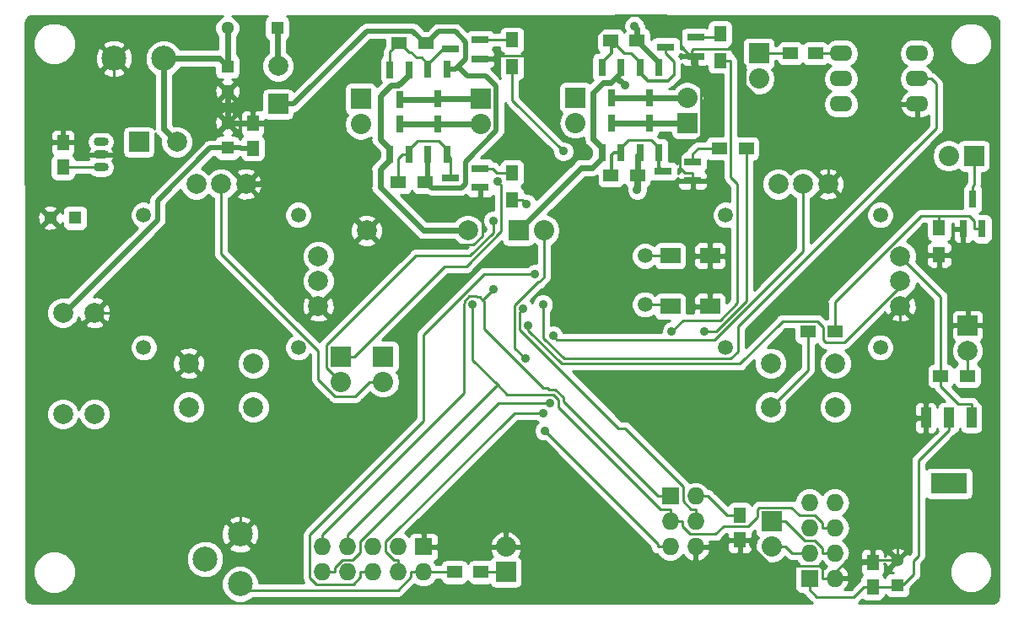
<source format=gbl>
G04 #@! TF.GenerationSoftware,KiCad,Pcbnew,(5.0.0)*
G04 #@! TF.CreationDate,2018-08-15T10:41:58+02:00*
G04 #@! TF.ProjectId,FTController,4654436F6E74726F6C6C65722E6B6963,1.0*
G04 #@! TF.SameCoordinates,Original*
G04 #@! TF.FileFunction,Copper,L2,Bot,Signal*
G04 #@! TF.FilePolarity,Positive*
%FSLAX46Y46*%
G04 Gerber Fmt 4.6, Leading zero omitted, Abs format (unit mm)*
G04 Created by KiCad (PCBNEW (5.0.0)) date 08/15/18 10:41:58*
%MOMM*%
%LPD*%
G01*
G04 APERTURE LIST*
G04 #@! TA.AperFunction,ComponentPad*
%ADD10C,1.998980*%
G04 #@! TD*
G04 #@! TA.AperFunction,ComponentPad*
%ADD11C,1.501140*%
G04 #@! TD*
G04 #@! TA.AperFunction,SMDPad,CuDef*
%ADD12R,1.250000X1.500000*%
G04 #@! TD*
G04 #@! TA.AperFunction,SMDPad,CuDef*
%ADD13R,2.000000X1.600000*%
G04 #@! TD*
G04 #@! TA.AperFunction,ComponentPad*
%ADD14R,1.998980X1.998980*%
G04 #@! TD*
G04 #@! TA.AperFunction,ComponentPad*
%ADD15C,2.000000*%
G04 #@! TD*
G04 #@! TA.AperFunction,ComponentPad*
%ADD16R,2.000000X2.000000*%
G04 #@! TD*
G04 #@! TA.AperFunction,ComponentPad*
%ADD17R,1.727200X1.727200*%
G04 #@! TD*
G04 #@! TA.AperFunction,ComponentPad*
%ADD18O,1.727200X1.727200*%
G04 #@! TD*
G04 #@! TA.AperFunction,SMDPad,CuDef*
%ADD19R,1.800860X0.800100*%
G04 #@! TD*
G04 #@! TA.AperFunction,SMDPad,CuDef*
%ADD20R,0.800100X1.800860*%
G04 #@! TD*
G04 #@! TA.AperFunction,SMDPad,CuDef*
%ADD21R,1.500000X1.250000*%
G04 #@! TD*
G04 #@! TA.AperFunction,ComponentPad*
%ADD22O,2.300000X1.600000*%
G04 #@! TD*
G04 #@! TA.AperFunction,ComponentPad*
%ADD23C,1.300000*%
G04 #@! TD*
G04 #@! TA.AperFunction,ComponentPad*
%ADD24R,1.300000X1.300000*%
G04 #@! TD*
G04 #@! TA.AperFunction,ComponentPad*
%ADD25O,2.032000X2.032000*%
G04 #@! TD*
G04 #@! TA.AperFunction,ComponentPad*
%ADD26R,2.032000X2.032000*%
G04 #@! TD*
G04 #@! TA.AperFunction,ComponentPad*
%ADD27O,1.501140X0.899160*%
G04 #@! TD*
G04 #@! TA.AperFunction,ComponentPad*
%ADD28C,2.499360*%
G04 #@! TD*
G04 #@! TA.AperFunction,SMDPad,CuDef*
%ADD29R,1.500000X1.300000*%
G04 #@! TD*
G04 #@! TA.AperFunction,SMDPad,CuDef*
%ADD30R,1.300000X1.500000*%
G04 #@! TD*
G04 #@! TA.AperFunction,SMDPad,CuDef*
%ADD31R,3.657600X2.032000*%
G04 #@! TD*
G04 #@! TA.AperFunction,SMDPad,CuDef*
%ADD32R,1.016000X2.032000*%
G04 #@! TD*
G04 #@! TA.AperFunction,ComponentPad*
%ADD33C,2.500000*%
G04 #@! TD*
G04 #@! TA.AperFunction,ViaPad*
%ADD34C,0.889000*%
G04 #@! TD*
G04 #@! TA.AperFunction,Conductor*
%ADD35C,0.254000*%
G04 #@! TD*
G04 #@! TA.AperFunction,Conductor*
%ADD36C,0.600000*%
G04 #@! TD*
G04 #@! TA.AperFunction,Conductor*
%ADD37C,0.300000*%
G04 #@! TD*
G04 #@! TA.AperFunction,Conductor*
%ADD38C,0.500000*%
G04 #@! TD*
G04 APERTURE END LIST*
D10*
G04 #@! TO.P,U5,*
G04 #@! TO.N,*
X227406200Y-129489200D03*
G04 #@! TO.P,U5,SW2*
G04 #@! TO.N,SW_R*
X220903800Y-129489200D03*
G04 #@! TO.P,U5,*
G04 #@! TO.N,*
X227406200Y-125089920D03*
G04 #@! TO.P,U5,SW1*
G04 #@! TO.N,+5V*
X220903800Y-125089920D03*
D11*
G04 #@! TO.P,U5,*
G04 #@! TO.N,*
X216405460Y-123489720D03*
X231904540Y-123489720D03*
X216405460Y-110190280D03*
X231904540Y-110190280D03*
D10*
G04 #@! TO.P,U5,Y3*
G04 #@! TO.N,GND*
X226654360Y-107088940D03*
G04 #@! TO.P,U5,Y1*
G04 #@! TO.N,+5V*
X221655640Y-107088940D03*
G04 #@! TO.P,U5,Y2*
G04 #@! TO.N,/JOYR_Y*
X224155000Y-107088940D03*
G04 #@! TO.P,U5,X3*
G04 #@! TO.N,GND*
X233906060Y-119339360D03*
G04 #@! TO.P,U5,X2*
G04 #@! TO.N,/JOYR_X*
X233906060Y-116840000D03*
G04 #@! TO.P,U5,X1*
G04 #@! TO.N,+5V*
X233906060Y-114340640D03*
G04 #@! TD*
D12*
G04 #@! TO.P,C3,1*
G04 #@! TO.N,+5V*
X217805000Y-140335000D03*
G04 #@! TO.P,C3,2*
G04 #@! TO.N,GND*
X217805000Y-142835000D03*
G04 #@! TD*
G04 #@! TO.P,C6,2*
G04 #@! TO.N,GND*
X149860000Y-102910000D03*
G04 #@! TO.P,C6,1*
G04 #@! TO.N,+5V*
X149860000Y-105410000D03*
G04 #@! TD*
D13*
G04 #@! TO.P,C8,2*
G04 #@! TO.N,/XTAL1*
X210820000Y-119380000D03*
G04 #@! TO.P,C8,1*
G04 #@! TO.N,GND*
X214820000Y-119380000D03*
G04 #@! TD*
G04 #@! TO.P,C9,1*
G04 #@! TO.N,GND*
X214820000Y-114300000D03*
G04 #@! TO.P,C9,2*
G04 #@! TO.N,/XTAL2*
X210820000Y-114300000D03*
G04 #@! TD*
D10*
G04 #@! TO.P,D1,2*
G04 #@! TO.N,Net-(C1-Pad1)*
X161290000Y-102870000D03*
D14*
G04 #@! TO.P,D1,1*
G04 #@! TO.N,Net-(C2-Pad1)*
X157480000Y-102870000D03*
G04 #@! TD*
D15*
G04 #@! TO.P,D2,2*
G04 #@! TO.N,Net-(D2-Pad2)*
X240665000Y-123825000D03*
D16*
G04 #@! TO.P,D2,1*
G04 #@! TO.N,GND*
X240665000Y-121285000D03*
G04 #@! TD*
D17*
G04 #@! TO.P,P4,1*
G04 #@! TO.N,/MISO*
X210820000Y-138430000D03*
D18*
G04 #@! TO.P,P4,2*
G04 #@! TO.N,+5V*
X213360000Y-138430000D03*
G04 #@! TO.P,P4,3*
G04 #@! TO.N,/SCK*
X210820000Y-140970000D03*
G04 #@! TO.P,P4,4*
G04 #@! TO.N,/MOSI*
X213360000Y-140970000D03*
G04 #@! TO.P,P4,5*
G04 #@! TO.N,/RST*
X210820000Y-143510000D03*
G04 #@! TO.P,P4,6*
G04 #@! TO.N,GND*
X213360000Y-143510000D03*
G04 #@! TD*
D19*
G04 #@! TO.P,Q3,1*
G04 #@! TO.N,Net-(Q3-Pad1)*
X213079140Y-104841000D03*
G04 #@! TO.P,Q3,2*
G04 #@! TO.N,GND*
X213079140Y-106741000D03*
G04 #@! TO.P,Q3,3*
G04 #@! TO.N,Net-(Q3-Pad3)*
X210076860Y-105791000D03*
G04 #@! TD*
D20*
G04 #@! TO.P,Q6,1*
G04 #@! TO.N,Net-(Q3-Pad3)*
X209673000Y-103944140D03*
G04 #@! TO.P,Q6,2*
G04 #@! TO.N,+9V*
X207773000Y-103944140D03*
G04 #@! TO.P,Q6,3*
G04 #@! TO.N,Net-(P7-Pad1)*
X208723000Y-100941860D03*
G04 #@! TD*
G04 #@! TO.P,Q7,1*
G04 #@! TO.N,Net-(Q3-Pad3)*
X205863000Y-103944140D03*
G04 #@! TO.P,Q7,2*
G04 #@! TO.N,GNDA*
X203963000Y-103944140D03*
G04 #@! TO.P,Q7,3*
G04 #@! TO.N,Net-(P7-Pad1)*
X204913000Y-100941860D03*
G04 #@! TD*
G04 #@! TO.P,Q10,1*
G04 #@! TO.N,Net-(Q10-Pad1)*
X207773000Y-95399560D03*
G04 #@! TO.P,Q10,2*
G04 #@! TO.N,+9V*
X209673000Y-95399560D03*
G04 #@! TO.P,Q10,3*
G04 #@! TO.N,Net-(P7-Pad2)*
X208723000Y-98401840D03*
G04 #@! TD*
G04 #@! TO.P,Q11,3*
G04 #@! TO.N,Net-(P7-Pad2)*
X204913000Y-98401840D03*
G04 #@! TO.P,Q11,2*
G04 #@! TO.N,GNDA*
X205863000Y-95399560D03*
G04 #@! TO.P,Q11,1*
G04 #@! TO.N,Net-(Q10-Pad1)*
X203963000Y-95399560D03*
G04 #@! TD*
D19*
G04 #@! TO.P,Q13,3*
G04 #@! TO.N,Net-(Q10-Pad1)*
X210357720Y-93321900D03*
G04 #@! TO.P,Q13,2*
G04 #@! TO.N,GND*
X213360000Y-94271900D03*
G04 #@! TO.P,Q13,1*
G04 #@! TO.N,Net-(Q13-Pad1)*
X213360000Y-92371900D03*
G04 #@! TD*
G04 #@! TO.P,Q15,3*
G04 #@! TO.N,Net-(Q15-Pad3)*
X188729860Y-93551900D03*
G04 #@! TO.P,Q15,2*
G04 #@! TO.N,GND*
X191732140Y-94501900D03*
G04 #@! TO.P,Q15,1*
G04 #@! TO.N,Net-(Q15-Pad1)*
X191732140Y-92601900D03*
G04 #@! TD*
D20*
G04 #@! TO.P,Q18,3*
G04 #@! TO.N,Net-(P9-Pad1)*
X187452000Y-98552040D03*
G04 #@! TO.P,Q18,2*
G04 #@! TO.N,+9V*
X188402000Y-95549760D03*
G04 #@! TO.P,Q18,1*
G04 #@! TO.N,Net-(Q15-Pad3)*
X186502000Y-95549760D03*
G04 #@! TD*
G04 #@! TO.P,Q19,1*
G04 #@! TO.N,Net-(Q15-Pad3)*
X182700000Y-95629660D03*
G04 #@! TO.P,Q19,2*
G04 #@! TO.N,GNDA*
X184600000Y-95629660D03*
G04 #@! TO.P,Q19,3*
G04 #@! TO.N,Net-(P9-Pad1)*
X183650000Y-98631940D03*
G04 #@! TD*
G04 #@! TO.P,Q22,1*
G04 #@! TO.N,Net-(Q22-Pad1)*
X188402000Y-104094140D03*
G04 #@! TO.P,Q22,2*
G04 #@! TO.N,+9V*
X186502000Y-104094140D03*
G04 #@! TO.P,Q22,3*
G04 #@! TO.N,Net-(P9-Pad2)*
X187452000Y-101091860D03*
G04 #@! TD*
G04 #@! TO.P,Q23,3*
G04 #@! TO.N,Net-(P9-Pad2)*
X183650000Y-101091860D03*
G04 #@! TO.P,Q23,2*
G04 #@! TO.N,GNDA*
X182700000Y-104094140D03*
G04 #@! TO.P,Q23,1*
G04 #@! TO.N,Net-(Q22-Pad1)*
X184600000Y-104094140D03*
G04 #@! TD*
D19*
G04 #@! TO.P,Q25,3*
G04 #@! TO.N,Net-(Q22-Pad1)*
X188729860Y-106483000D03*
G04 #@! TO.P,Q25,2*
G04 #@! TO.N,GND*
X191732140Y-107433000D03*
G04 #@! TO.P,Q25,1*
G04 #@! TO.N,Net-(Q25-Pad1)*
X191732140Y-105533000D03*
G04 #@! TD*
D21*
G04 #@! TO.P,R1,1*
G04 #@! TO.N,Net-(R1-Pad1)*
X225385000Y-93980000D03*
G04 #@! TO.P,R1,2*
G04 #@! TO.N,Net-(P2-Pad1)*
X222885000Y-93980000D03*
G04 #@! TD*
D22*
G04 #@! TO.P,U2,1*
G04 #@! TO.N,Net-(R1-Pad1)*
X227965000Y-93980000D03*
G04 #@! TO.P,U2,2*
G04 #@! TO.N,Net-(P2-Pad2)*
X227965000Y-96520000D03*
G04 #@! TO.P,U2,3*
G04 #@! TO.N,N/C*
X227965000Y-99060000D03*
G04 #@! TO.P,U2,4*
G04 #@! TO.N,GND*
X235585000Y-99060000D03*
G04 #@! TO.P,U2,5*
G04 #@! TO.N,/COUNT*
X235585000Y-96520000D03*
G04 #@! TO.P,U2,6*
G04 #@! TO.N,N/C*
X235585000Y-93980000D03*
G04 #@! TD*
D10*
G04 #@! TO.P,U4,X1*
G04 #@! TO.N,+5V*
X175486060Y-114340640D03*
G04 #@! TO.P,U4,X2*
G04 #@! TO.N,/JOYL_X*
X175486060Y-116840000D03*
G04 #@! TO.P,U4,X3*
G04 #@! TO.N,GND*
X175486060Y-119339360D03*
G04 #@! TO.P,U4,Y2*
G04 #@! TO.N,/JOYL_Y*
X165735000Y-107088940D03*
G04 #@! TO.P,U4,Y1*
G04 #@! TO.N,+5V*
X163235640Y-107088940D03*
G04 #@! TO.P,U4,Y3*
G04 #@! TO.N,GND*
X168234360Y-107088940D03*
D11*
G04 #@! TO.P,U4,*
G04 #@! TO.N,*
X173484540Y-110190280D03*
X157985460Y-110190280D03*
X173484540Y-123489720D03*
X157985460Y-123489720D03*
D10*
G04 #@! TO.P,U4,SW1*
G04 #@! TO.N,GND*
X162483800Y-125089920D03*
G04 #@! TO.P,U4,*
G04 #@! TO.N,*
X168986200Y-125089920D03*
G04 #@! TO.P,U4,SW2*
G04 #@! TO.N,/SW_L*
X162483800Y-129489200D03*
G04 #@! TO.P,U4,*
G04 #@! TO.N,*
X168986200Y-129489200D03*
G04 #@! TD*
D11*
G04 #@! TO.P,Y1,1*
G04 #@! TO.N,/XTAL2*
X208280000Y-114300060D03*
G04 #@! TO.P,Y1,2*
G04 #@! TO.N,/XTAL1*
X208280000Y-119181940D03*
G04 #@! TD*
D23*
G04 #@! TO.P,C1,2*
G04 #@! TO.N,GND*
X166370000Y-97790000D03*
D24*
G04 #@! TO.P,C1,1*
G04 #@! TO.N,Net-(C1-Pad1)*
X166370000Y-95290000D03*
G04 #@! TD*
D23*
G04 #@! TO.P,C4,2*
G04 #@! TO.N,GND*
X148590000Y-110490000D03*
D24*
G04 #@! TO.P,C4,1*
G04 #@! TO.N,+5V*
X151090000Y-110490000D03*
G04 #@! TD*
D25*
G04 #@! TO.P,JP1,2*
G04 #@! TO.N,I_MEAS*
X198120000Y-111760000D03*
D26*
G04 #@! TO.P,JP1,1*
G04 #@! TO.N,GNDA*
X195580000Y-111760000D03*
G04 #@! TD*
G04 #@! TO.P,P2,1*
G04 #@! TO.N,Net-(P2-Pad1)*
X219710000Y-93980000D03*
D25*
G04 #@! TO.P,P2,2*
G04 #@! TO.N,Net-(P2-Pad2)*
X219710000Y-96520000D03*
G04 #@! TD*
D26*
G04 #@! TO.P,P5,1*
G04 #@! TO.N,Net-(P5-Pad1)*
X241300000Y-104267000D03*
D25*
G04 #@! TO.P,P5,2*
G04 #@! TO.N,+9V*
X238760000Y-104267000D03*
G04 #@! TD*
D26*
G04 #@! TO.P,P6,1*
G04 #@! TO.N,Net-(P6-Pad1)*
X201295000Y-98425000D03*
D25*
G04 #@! TO.P,P6,2*
G04 #@! TO.N,Net-(P6-Pad2)*
X201295000Y-100965000D03*
G04 #@! TD*
G04 #@! TO.P,P7,2*
G04 #@! TO.N,Net-(P7-Pad2)*
X212533000Y-98425000D03*
D26*
G04 #@! TO.P,P7,1*
G04 #@! TO.N,Net-(P7-Pad1)*
X212533000Y-100965000D03*
G04 #@! TD*
D25*
G04 #@! TO.P,P8,2*
G04 #@! TO.N,Net-(P8-Pad2)*
X179773000Y-101068500D03*
D26*
G04 #@! TO.P,P8,1*
G04 #@! TO.N,Net-(P8-Pad1)*
X179773000Y-98528500D03*
G04 #@! TD*
G04 #@! TO.P,P9,1*
G04 #@! TO.N,Net-(P9-Pad1)*
X191770000Y-98552000D03*
D25*
G04 #@! TO.P,P9,2*
G04 #@! TO.N,Net-(P9-Pad2)*
X191770000Y-101092000D03*
G04 #@! TD*
D20*
G04 #@! TO.P,Q1,1*
G04 #@! TO.N,Net-(Q1-Pad1)*
X242123000Y-111587140D03*
G04 #@! TO.P,Q1,2*
G04 #@! TO.N,GND*
X240223000Y-111587140D03*
G04 #@! TO.P,Q1,3*
G04 #@! TO.N,Net-(P5-Pad1)*
X241173000Y-108584860D03*
G04 #@! TD*
D10*
G04 #@! TO.P,R2,1*
G04 #@! TO.N,+9V*
X149860000Y-120015000D03*
G04 #@! TO.P,R2,2*
G04 #@! TO.N,/SCL*
X149860000Y-130175000D03*
G04 #@! TD*
G04 #@! TO.P,R3,2*
G04 #@! TO.N,GND*
X153035000Y-120015000D03*
G04 #@! TO.P,R3,1*
G04 #@! TO.N,/SCL*
X153035000Y-130175000D03*
G04 #@! TD*
G04 #@! TO.P,R19,1*
G04 #@! TO.N,GNDA*
X190500000Y-111760000D03*
G04 #@! TO.P,R19,2*
G04 #@! TO.N,GND*
X180340000Y-111760000D03*
G04 #@! TD*
D27*
G04 #@! TO.P,U3,2*
G04 #@! TO.N,GND*
X153670000Y-104140000D03*
G04 #@! TO.P,U3,3*
G04 #@! TO.N,Net-(C2-Pad1)*
X153670000Y-102870000D03*
G04 #@! TO.P,U3,1*
G04 #@! TO.N,+5V*
X153670000Y-105410000D03*
G04 #@! TD*
D17*
G04 #@! TO.P,P3,1*
G04 #@! TO.N,GND*
X186055000Y-143510000D03*
D18*
G04 #@! TO.P,P3,2*
G04 #@! TO.N,+5V*
X186055000Y-146050000D03*
G04 #@! TO.P,P3,3*
G04 #@! TO.N,Net-(P3-Pad3)*
X183515000Y-143510000D03*
G04 #@! TO.P,P3,4*
G04 #@! TO.N,/LCD_RS*
X183515000Y-146050000D03*
G04 #@! TO.P,P3,5*
G04 #@! TO.N,GND*
X180975000Y-143510000D03*
G04 #@! TO.P,P3,6*
G04 #@! TO.N,/LCD_E*
X180975000Y-146050000D03*
G04 #@! TO.P,P3,7*
G04 #@! TO.N,/SCK*
X178435000Y-143510000D03*
G04 #@! TO.P,P3,8*
G04 #@! TO.N,/MOSI*
X178435000Y-146050000D03*
G04 #@! TO.P,P3,9*
G04 #@! TO.N,/MISO*
X175895000Y-143510000D03*
G04 #@! TO.P,P3,10*
G04 #@! TO.N,/LCD_DB7*
X175895000Y-146050000D03*
G04 #@! TD*
D26*
G04 #@! TO.P,P10,1*
G04 #@! TO.N,Net-(P10-Pad1)*
X194310000Y-146050000D03*
D25*
G04 #@! TO.P,P10,2*
G04 #@! TO.N,GND*
X194310000Y-143510000D03*
G04 #@! TD*
D28*
G04 #@! TO.P,RV1,2*
G04 #@! TO.N,Net-(P3-Pad3)*
X164139880Y-144739640D03*
G04 #@! TO.P,RV1,3*
G04 #@! TO.N,GND*
X167640000Y-142240280D03*
G04 #@! TO.P,RV1,1*
G04 #@! TO.N,+5V*
X167640000Y-147239000D03*
G04 #@! TD*
D29*
G04 #@! TO.P,R4,2*
G04 #@! TO.N,+5V*
X237965000Y-126365000D03*
G04 #@! TO.P,R4,1*
G04 #@! TO.N,Net-(D2-Pad2)*
X240665000Y-126365000D03*
G04 #@! TD*
G04 #@! TO.P,R6,2*
G04 #@! TO.N,SW_R*
X224630000Y-121920000D03*
G04 #@! TO.P,R6,1*
G04 #@! TO.N,Net-(Q1-Pad1)*
X227330000Y-121920000D03*
G04 #@! TD*
G04 #@! TO.P,R8,2*
G04 #@! TO.N,PWM_RY1*
X218440000Y-103505000D03*
G04 #@! TO.P,R8,1*
G04 #@! TO.N,Net-(Q3-Pad1)*
X215740000Y-103505000D03*
G04 #@! TD*
G04 #@! TO.P,R10,1*
G04 #@! TO.N,+9V*
X207553000Y-106225000D03*
G04 #@! TO.P,R10,2*
G04 #@! TO.N,Net-(Q3-Pad3)*
X204853000Y-106225000D03*
G04 #@! TD*
G04 #@! TO.P,R12,1*
G04 #@! TO.N,+9V*
X207513000Y-92686900D03*
G04 #@! TO.P,R12,2*
G04 #@! TO.N,Net-(Q10-Pad1)*
X204813000Y-92686900D03*
G04 #@! TD*
D30*
G04 #@! TO.P,R14,1*
G04 #@! TO.N,Net-(Q13-Pad1)*
X215820000Y-91995000D03*
G04 #@! TO.P,R14,2*
G04 #@! TO.N,PWM_RY2*
X215820000Y-94695000D03*
G04 #@! TD*
G04 #@! TO.P,R16,2*
G04 #@! TO.N,PWM_LY1*
X194945000Y-95330000D03*
G04 #@! TO.P,R16,1*
G04 #@! TO.N,Net-(Q15-Pad1)*
X194945000Y-92630000D03*
G04 #@! TD*
D29*
G04 #@! TO.P,R18,1*
G04 #@! TO.N,+9V*
X186290000Y-92916900D03*
G04 #@! TO.P,R18,2*
G04 #@! TO.N,Net-(Q15-Pad3)*
X183590000Y-92916900D03*
G04 #@! TD*
G04 #@! TO.P,R21,1*
G04 #@! TO.N,+9V*
X186250000Y-106887000D03*
G04 #@! TO.P,R21,2*
G04 #@! TO.N,Net-(Q22-Pad1)*
X183550000Y-106887000D03*
G04 #@! TD*
D30*
G04 #@! TO.P,R23,1*
G04 #@! TO.N,Net-(Q25-Pad1)*
X194945000Y-105965000D03*
G04 #@! TO.P,R23,2*
G04 #@! TO.N,PWM_LY2*
X194945000Y-108665000D03*
G04 #@! TD*
D29*
G04 #@! TO.P,R5,1*
G04 #@! TO.N,Net-(P10-Pad1)*
X191850000Y-146050000D03*
G04 #@! TO.P,R5,2*
G04 #@! TO.N,+5V*
X189150000Y-146050000D03*
G04 #@! TD*
D12*
G04 #@! TO.P,C10,1*
G04 #@! TO.N,Net-(C10-Pad1)*
X231140000Y-147554000D03*
G04 #@! TO.P,C10,2*
G04 #@! TO.N,GND*
X231140000Y-145054000D03*
G04 #@! TD*
D24*
G04 #@! TO.P,C11,1*
G04 #@! TO.N,Net-(C10-Pad1)*
X233640000Y-147360000D03*
D23*
G04 #@! TO.P,C11,2*
G04 #@! TO.N,GND*
X233640000Y-144860000D03*
G04 #@! TD*
D31*
G04 #@! TO.P,U1,4*
G04 #@! TO.N,N/C*
X238760000Y-137160000D03*
D32*
G04 #@! TO.P,U1,2*
G04 #@! TO.N,Net-(C10-Pad1)*
X238760000Y-130556000D03*
G04 #@! TO.P,U1,3*
G04 #@! TO.N,+5V*
X241046000Y-130556000D03*
G04 #@! TO.P,U1,1*
G04 #@! TO.N,GND*
X236474000Y-130556000D03*
G04 #@! TD*
D17*
G04 #@! TO.P,U6,1*
G04 #@! TO.N,Net-(C10-Pad1)*
X224790000Y-146685000D03*
D18*
G04 #@! TO.P,U6,2*
G04 #@! TO.N,GND*
X227330000Y-146685000D03*
G04 #@! TO.P,U6,3*
G04 #@! TO.N,Net-(J1-Pad2)*
X224790000Y-144145000D03*
G04 #@! TO.P,U6,4*
G04 #@! TO.N,Net-(J1-Pad1)*
X227330000Y-144145000D03*
G04 #@! TO.P,U6,5*
G04 #@! TO.N,/MOSI*
X224790000Y-141605000D03*
G04 #@! TO.P,U6,6*
G04 #@! TO.N,/SCK*
X227330000Y-141605000D03*
G04 #@! TO.P,U6,7*
G04 #@! TO.N,N/C*
X224790000Y-139065000D03*
G04 #@! TO.P,U6,8*
G04 #@! TO.N,/MISO*
X227330000Y-139065000D03*
G04 #@! TD*
D26*
G04 #@! TO.P,J1,1*
G04 #@! TO.N,Net-(J1-Pad1)*
X220980000Y-140970000D03*
D25*
G04 #@! TO.P,J1,2*
G04 #@! TO.N,Net-(J1-Pad2)*
X220980000Y-143510000D03*
G04 #@! TD*
D26*
G04 #@! TO.P,J2,1*
G04 #@! TO.N,PWM_RX1*
X177726000Y-124426000D03*
D25*
G04 #@! TO.P,J2,2*
G04 #@! TO.N,PWM_RX2*
X177726000Y-126966000D03*
G04 #@! TD*
G04 #@! TO.P,J3,2*
G04 #@! TO.N,/JOYL_Y*
X182018000Y-126966000D03*
D26*
G04 #@! TO.P,J3,1*
G04 #@! TO.N,/JOYL_X*
X182018000Y-124426000D03*
G04 #@! TD*
D24*
G04 #@! TO.P,C12,1*
G04 #@! TO.N,+9V*
X166370000Y-103465000D03*
D23*
G04 #@! TO.P,C12,2*
G04 #@! TO.N,GND*
X166370000Y-100965000D03*
G04 #@! TD*
D12*
G04 #@! TO.P,C13,1*
G04 #@! TO.N,+9V*
X168910000Y-103485000D03*
G04 #@! TO.P,C13,2*
G04 #@! TO.N,GND*
X168910000Y-100985000D03*
G04 #@! TD*
D33*
G04 #@! TO.P,P1,1*
G04 #@! TO.N,Net-(C1-Pad1)*
X159980000Y-94488000D03*
G04 #@! TO.P,P1,2*
G04 #@! TO.N,GND*
X154980000Y-94488000D03*
G04 #@! TD*
D10*
G04 #@! TO.P,D3,2*
G04 #@! TO.N,Net-(D3-Pad2)*
X171450000Y-95250000D03*
D14*
G04 #@! TO.P,D3,1*
G04 #@! TO.N,+9V*
X171450000Y-99060000D03*
G04 #@! TD*
D24*
G04 #@! TO.P,F1,1*
G04 #@! TO.N,Net-(D3-Pad2)*
X171370000Y-91440000D03*
D23*
G04 #@! TO.P,F1,2*
G04 #@! TO.N,Net-(C1-Pad1)*
X166370000Y-91440000D03*
G04 #@! TD*
D30*
G04 #@! TO.P,R25,1*
G04 #@! TO.N,Net-(Q1-Pad1)*
X237824000Y-111506000D03*
G04 #@! TO.P,R25,2*
G04 #@! TO.N,GND*
X237824000Y-114206000D03*
G04 #@! TD*
D34*
G04 #@! TO.N,GND*
X201796600Y-94761100D03*
G04 #@! TO.N,+9V*
X207506600Y-107649700D03*
X207239900Y-91243200D03*
G04 #@! TO.N,PWM_RY1*
X214237300Y-121884000D03*
G04 #@! TO.N,PWM_RY2*
X210972700Y-121899400D03*
G04 #@! TO.N,PWM_LY1*
X200092200Y-103801000D03*
G04 #@! TO.N,PWM_LY2*
X196418700Y-109107400D03*
G04 #@! TO.N,/COUNT*
X198050000Y-119179300D03*
G04 #@! TO.N,/MOSI*
X196059500Y-119596700D03*
G04 #@! TO.N,/MISO*
X193054800Y-117675800D03*
G04 #@! TO.N,/SCK*
X190989900Y-119149900D03*
G04 #@! TO.N,/JOYR_X*
X196571800Y-121321400D03*
G04 #@! TO.N,/JOYR_Y*
X199054500Y-122331500D03*
G04 #@! TO.N,PWM_RX1*
X193479600Y-106812800D03*
G04 #@! TO.N,PWM_RX2*
X193047600Y-110765490D03*
G04 #@! TO.N,I_MEAS*
X196282900Y-124622700D03*
G04 #@! TO.N,/RST*
X198205100Y-131852000D03*
G04 #@! TO.N,GNDA*
X206286100Y-97201800D03*
G04 #@! TO.N,/LCD_E*
X197250000Y-116102500D03*
G04 #@! TO.N,/LCD_RS*
X198083400Y-130065600D03*
G04 #@! TO.N,/LCD_DB7*
X198735000Y-129046200D03*
G04 #@! TD*
D35*
G04 #@! TO.N,GND*
X240665000Y-121285000D02*
X240665000Y-113792000D01*
X237824000Y-114206000D02*
X238728000Y-114206000D01*
X240665000Y-113792000D02*
X240665000Y-113310800D01*
X238728000Y-114206000D02*
X239142000Y-113792000D01*
X239142000Y-113792000D02*
X240665000Y-113792000D01*
X217858100Y-93906100D02*
X217858100Y-94742000D01*
X213544600Y-102473600D02*
X213641200Y-102473600D01*
X212297800Y-105959700D02*
X211797300Y-105459200D01*
X214820000Y-114300000D02*
X214820000Y-113118700D01*
X214820000Y-113118700D02*
X213079100Y-111377800D01*
X211797300Y-104220900D02*
X213544600Y-102473600D01*
X213079100Y-111377800D02*
X213079100Y-105959700D01*
X213079100Y-105959700D02*
X212297800Y-105959700D01*
X217858100Y-94742000D02*
X218312600Y-95196500D01*
X217442600Y-93490600D02*
X217858100Y-93906100D01*
X211797300Y-105459200D02*
X211797300Y-104220900D01*
X213641200Y-102473600D02*
X213944000Y-102170800D01*
X213944000Y-102170800D02*
X213944000Y-96002200D01*
X213944000Y-96002200D02*
X212995100Y-95053300D01*
X212995100Y-95053300D02*
X212995100Y-93651300D01*
X212995100Y-93651300D02*
X213155800Y-93490600D01*
X213155800Y-93490600D02*
X217442600Y-93490600D01*
X218312600Y-95196500D02*
X218312600Y-97141800D01*
X218312600Y-97141800D02*
X225776800Y-104606000D01*
X225776800Y-104606000D02*
X226654400Y-104606000D01*
X213360000Y-94271900D02*
X212859620Y-94271900D01*
X212859620Y-94271900D02*
X211836000Y-93248280D01*
X201796600Y-93714698D02*
X201796600Y-94132483D01*
X211836000Y-93248280D02*
X211836000Y-91694000D01*
X211836000Y-91694000D02*
X210312000Y-90170000D01*
X210312000Y-90170000D02*
X205341298Y-90170000D01*
X205341298Y-90170000D02*
X201796600Y-93714698D01*
X201796600Y-94132483D02*
X201796600Y-94761100D01*
D36*
X166370000Y-97790000D02*
X166370000Y-100965000D01*
D35*
X233640000Y-144860000D02*
X233640000Y-132628000D01*
X235712000Y-130556000D02*
X236474000Y-130556000D01*
X233640000Y-132628000D02*
X235712000Y-130556000D01*
X233640000Y-144860000D02*
X231334000Y-144860000D01*
X231334000Y-144860000D02*
X231140000Y-145054000D01*
D36*
X170135000Y-100985000D02*
X172720000Y-103570000D01*
X172720000Y-103570000D02*
X176784000Y-107634000D01*
X168234360Y-107088940D02*
X169647852Y-107088940D01*
X169647852Y-107088940D02*
X172720000Y-104016792D01*
X172720000Y-104016792D02*
X172720000Y-103570000D01*
X176784000Y-107634000D02*
X176784000Y-108204000D01*
X176784000Y-108204000D02*
X180340000Y-111760000D01*
X168910000Y-100985000D02*
X170135000Y-100985000D01*
X166370000Y-100965000D02*
X168890000Y-100965000D01*
X168890000Y-100965000D02*
X168910000Y-100985000D01*
D35*
X236474000Y-130556000D02*
X236474000Y-129158700D01*
X218811300Y-143338200D02*
X218811300Y-142835000D01*
X220913200Y-145440100D02*
X218811300Y-143338200D01*
X225851700Y-145440100D02*
X220913200Y-145440100D01*
X226085100Y-145673500D02*
X225851700Y-145440100D01*
X226085100Y-146685000D02*
X226085100Y-145673500D01*
X217805000Y-142835000D02*
X218811300Y-142835000D01*
X235585000Y-99060000D02*
X234053700Y-99060000D01*
X236474000Y-129158700D02*
X233906100Y-126590800D01*
X233906100Y-126590800D02*
X233906100Y-119339400D01*
X157408900Y-120015000D02*
X153035000Y-120015000D01*
X162483800Y-125089900D02*
X157408900Y-120015000D01*
X167640000Y-130246100D02*
X167640000Y-142240300D01*
X162483800Y-125089900D02*
X167640000Y-130246100D01*
X214820000Y-114300000D02*
X214820000Y-119380000D01*
X149860000Y-102910000D02*
X150866300Y-102910000D01*
X153670000Y-104140000D02*
X152538100Y-104140000D01*
X152538100Y-104140000D02*
X151087200Y-102689100D01*
X154980000Y-98796300D02*
X151087200Y-102689100D01*
X154980000Y-94488000D02*
X154980000Y-98796300D01*
X151087200Y-102689100D02*
X150866300Y-102910000D01*
X226654400Y-104606000D02*
X226654400Y-107088900D01*
X228507700Y-104606000D02*
X226654400Y-104606000D01*
X234053700Y-99060000D02*
X228507700Y-104606000D01*
X240665000Y-113310800D02*
X240223000Y-112868800D01*
X240223000Y-111587100D02*
X240223000Y-112868800D01*
X216123700Y-143510000D02*
X216798700Y-142835000D01*
X213360000Y-143510000D02*
X216123700Y-143510000D01*
X217805000Y-142835000D02*
X216798700Y-142835000D01*
X191732100Y-94501900D02*
X193013800Y-94501900D01*
X186055000Y-143510000D02*
X194310000Y-143510000D01*
X227330000Y-146685000D02*
X226760500Y-146685000D01*
X226760500Y-146685000D02*
X226085100Y-146685000D01*
X201796600Y-94190600D02*
X201796600Y-94761100D01*
X193325100Y-94190600D02*
X193013800Y-94501900D01*
X201796600Y-94190600D02*
X193325100Y-94190600D01*
X226760500Y-146685000D02*
X228585500Y-144860000D01*
X228585500Y-144860000D02*
X233640000Y-144860000D01*
X191732100Y-107433000D02*
X191732100Y-108214400D01*
X181632400Y-113052400D02*
X181632400Y-113193100D01*
X180340000Y-111760000D02*
X181632400Y-113052400D01*
X175486100Y-119339400D02*
X181632400Y-113193100D01*
X191976300Y-108458600D02*
X191732100Y-108214400D01*
X191976300Y-112301700D02*
X191976300Y-108458600D01*
X191084900Y-113193100D02*
X191976300Y-112301700D01*
X181632400Y-113193100D02*
X191084900Y-113193100D01*
G04 #@! TO.N,+5V*
X153670000Y-105410000D02*
X149860000Y-105410000D01*
X237965000Y-118399500D02*
X233906100Y-114340600D01*
X237965000Y-126365000D02*
X237965000Y-118399500D01*
X239727400Y-129158700D02*
X237965000Y-127396300D01*
X241046000Y-129158700D02*
X239727400Y-129158700D01*
X241046000Y-130556000D02*
X241046000Y-129158700D01*
X237965000Y-126365000D02*
X237965000Y-127396300D01*
X189150000Y-146050000D02*
X186055000Y-146050000D01*
X168251400Y-147850400D02*
X167640000Y-147239000D01*
X183476500Y-147850400D02*
X168251400Y-147850400D01*
X184810100Y-146516800D02*
X183476500Y-147850400D01*
X184810100Y-146050000D02*
X184810100Y-146516800D01*
X186055000Y-146050000D02*
X184810100Y-146050000D01*
X216509900Y-140335000D02*
X217805000Y-140335000D01*
X214604900Y-138430000D02*
X216509900Y-140335000D01*
X213360000Y-138430000D02*
X214604900Y-138430000D01*
G04 #@! TO.N,/XTAL1*
X208280000Y-119182000D02*
X208280100Y-119182000D01*
X210622000Y-119182000D02*
X210820000Y-119380000D01*
X208280100Y-119182000D02*
X210622000Y-119182000D01*
X208280100Y-119182000D02*
X208280000Y-119181900D01*
G04 #@! TO.N,/XTAL2*
X208280000Y-114300000D02*
X208280100Y-114300000D01*
X208280100Y-114300000D02*
X210820000Y-114300000D01*
X208280100Y-114300000D02*
X208280000Y-114300100D01*
D36*
G04 #@! TO.N,+9V*
X207553000Y-106225000D02*
X207553000Y-107603300D01*
X207553000Y-107603300D02*
X207506600Y-107649700D01*
X207513000Y-92686900D02*
X209673000Y-94846900D01*
X209673000Y-94846900D02*
X209673000Y-95399560D01*
X207553000Y-106225000D02*
X207553000Y-104164140D01*
X207553000Y-104164140D02*
X207773000Y-103944140D01*
X207513000Y-92686900D02*
X207513000Y-91516300D01*
X207513000Y-91516300D02*
X207239900Y-91243200D01*
D37*
X209673000Y-95399600D02*
X209673000Y-95900000D01*
D38*
X186502000Y-104094000D02*
X186502000Y-104094100D01*
X188402000Y-95549700D02*
X188402000Y-95549800D01*
D37*
X186190000Y-92916900D02*
X186198000Y-92916900D01*
D38*
X186198000Y-92916900D02*
X186290000Y-92916900D01*
X168910000Y-103485000D02*
X167734700Y-103485000D01*
X207513000Y-92686900D02*
X207461000Y-92686900D01*
D37*
X207413000Y-92686900D02*
X207461000Y-92686900D01*
X209673000Y-94899200D02*
X209673000Y-95399600D01*
X207461000Y-92686900D02*
X209673000Y-94899200D01*
D38*
X188402000Y-95549700D02*
X188410000Y-95549700D01*
D37*
X188410000Y-95129200D02*
X188410000Y-95549700D01*
X188410000Y-95549700D02*
X188410000Y-95629600D01*
D38*
X167714700Y-103465000D02*
X166370000Y-103465000D01*
X167734700Y-103485000D02*
X167714700Y-103465000D01*
X150046700Y-120015000D02*
X149860000Y-120015000D01*
X159366800Y-110694900D02*
X150046700Y-120015000D01*
X159366800Y-108743200D02*
X159366800Y-110694900D01*
X164645000Y-103465000D02*
X159366800Y-108743200D01*
X166370000Y-103465000D02*
X164645000Y-103465000D01*
X186376000Y-106761000D02*
X186326000Y-106711000D01*
D37*
X186510000Y-106527000D02*
X186326000Y-106711000D01*
D38*
X186502000Y-106635000D02*
X186376000Y-106761000D01*
X186502000Y-104094100D02*
X186502000Y-106635000D01*
X186376000Y-106761000D02*
X186250000Y-106887000D01*
X184989600Y-91716500D02*
X186190000Y-92916900D01*
X180343300Y-91716500D02*
X184989600Y-91716500D01*
X172999800Y-99060000D02*
X180343300Y-91716500D01*
X171450000Y-99060000D02*
X172999800Y-99060000D01*
X189302000Y-95549700D02*
X189550800Y-95300900D01*
X188410000Y-95549700D02*
X189302000Y-95549700D01*
X186390000Y-92916900D02*
X186290000Y-92916900D01*
X187540000Y-91766900D02*
X186390000Y-92916900D01*
X189236000Y-91766900D02*
X187540000Y-91766900D01*
X190282000Y-92813300D02*
X189236000Y-91766900D01*
X190282000Y-94569600D02*
X190282000Y-92813300D01*
X189550800Y-95300900D02*
X190282000Y-94569600D01*
D37*
X186326000Y-106711000D02*
X186238000Y-106799000D01*
X186238000Y-106799000D02*
X186150000Y-106887000D01*
D38*
X190471900Y-96222000D02*
X189550800Y-95300900D01*
X192297500Y-96222000D02*
X190471900Y-96222000D01*
X193356400Y-97280900D02*
X192297500Y-96222000D01*
X193356400Y-101720900D02*
X193356400Y-97280900D01*
X190249000Y-104828300D02*
X193356400Y-101720900D01*
X190249000Y-107051600D02*
X190249000Y-104828300D01*
X189843300Y-107457300D02*
X190249000Y-107051600D01*
X186896300Y-107457300D02*
X189843300Y-107457300D01*
X186238000Y-106799000D02*
X186896300Y-107457300D01*
X207453000Y-106225000D02*
X207506600Y-106225000D01*
X207506600Y-106225000D02*
X207553000Y-106225000D01*
X207506600Y-107649700D02*
X207506600Y-106225000D01*
D35*
G04 #@! TO.N,Net-(D2-Pad2)*
X240665000Y-126365000D02*
X240665000Y-123825000D01*
G04 #@! TO.N,PWM_RY1*
X215405300Y-121884000D02*
X214237300Y-121884000D01*
X218440000Y-118849300D02*
X215405300Y-121884000D01*
X218440000Y-103505000D02*
X218440000Y-118849300D01*
G04 #@! TO.N,PWM_RY2*
X215820000Y-94695000D02*
X216851300Y-94695000D01*
X212123900Y-120748200D02*
X210972700Y-121899400D01*
X215822300Y-120748200D02*
X212123900Y-120748200D01*
X217588500Y-118982000D02*
X215822300Y-120748200D01*
X217588500Y-107070400D02*
X217588500Y-118982000D01*
X216871400Y-106353300D02*
X217588500Y-107070400D01*
X216871400Y-94715100D02*
X216871400Y-106353300D01*
X216851300Y-94695000D02*
X216871400Y-94715100D01*
G04 #@! TO.N,PWM_LY1*
X194945000Y-98653800D02*
X194945000Y-95330000D01*
X200092200Y-103801000D02*
X194945000Y-98653800D01*
G04 #@! TO.N,PWM_LY2*
X194945000Y-108665000D02*
X195976300Y-108665000D01*
X195976300Y-108665000D02*
X196418700Y-109107400D01*
G04 #@! TO.N,/COUNT*
X198050000Y-119179300D02*
X198050000Y-122530000D01*
X198050000Y-122530000D02*
X200152700Y-124632700D01*
X237490000Y-97021000D02*
X236989000Y-96520000D01*
X200152700Y-124632700D02*
X216877500Y-124632700D01*
X216877500Y-124632700D02*
X217597200Y-123913000D01*
X217597200Y-123913000D02*
X217597200Y-121416500D01*
X217597200Y-121416500D02*
X237490000Y-101523700D01*
X237490000Y-101523700D02*
X237490000Y-97021000D01*
X236989000Y-96520000D02*
X235585000Y-96520000D01*
G04 #@! TO.N,/MOSI*
X213360000Y-140970000D02*
X213360000Y-139725100D01*
X195745900Y-119910300D02*
X196059500Y-119596700D01*
X195745900Y-121719400D02*
X195745900Y-119910300D01*
X205623500Y-131597000D02*
X195745900Y-121719400D01*
X206253500Y-131597000D02*
X205623500Y-131597000D01*
X212115100Y-137458600D02*
X206253500Y-131597000D01*
X212115100Y-138947100D02*
X212115100Y-137458600D01*
X212893100Y-139725100D02*
X212115100Y-138947100D01*
X213360000Y-139725100D02*
X212893100Y-139725100D01*
G04 #@! TO.N,/MISO*
X210820000Y-138430000D02*
X209575100Y-138430000D01*
X175895000Y-143510000D02*
X175895000Y-142265100D01*
X193054800Y-117675800D02*
X192009400Y-118721200D01*
X190083900Y-128076200D02*
X175895000Y-142265100D01*
X190083900Y-119107100D02*
X190083900Y-128076200D01*
X190164100Y-119026900D02*
X190083900Y-119107100D01*
X190164100Y-118807900D02*
X190164100Y-119026900D01*
X190647900Y-118324100D02*
X190164100Y-118807900D01*
X191332000Y-118324100D02*
X190647900Y-118324100D01*
X191441500Y-118433600D02*
X191332000Y-118324100D01*
X191721700Y-118433600D02*
X191441500Y-118433600D01*
X192009400Y-118721200D02*
X191721700Y-118433600D01*
X192124000Y-118835900D02*
X192009400Y-118721200D01*
X192124000Y-121632500D02*
X192124000Y-118835900D01*
X198034100Y-127542600D02*
X192124000Y-121632500D01*
X198469400Y-127542600D02*
X198034100Y-127542600D01*
X198638900Y-127712100D02*
X198469400Y-127542600D01*
X199287600Y-127712100D02*
X198638900Y-127712100D01*
X200069100Y-128493600D02*
X199287600Y-127712100D01*
X200069100Y-128924000D02*
X200069100Y-128493600D01*
X209575100Y-138430000D02*
X200069100Y-128924000D01*
G04 #@! TO.N,/SCK*
X210820000Y-140970000D02*
X210820000Y-139725100D01*
X178435000Y-143510000D02*
X178435000Y-142265100D01*
X212064900Y-141485800D02*
X212064900Y-140970000D01*
X212819100Y-142240000D02*
X212064900Y-141485800D01*
X215386600Y-142240000D02*
X212819100Y-142240000D01*
X216160200Y-141466400D02*
X215386600Y-142240000D01*
X218632700Y-141466400D02*
X216160200Y-141466400D01*
X219582600Y-140516500D02*
X218632700Y-141466400D01*
X219582600Y-139777500D02*
X219582600Y-140516500D01*
X219787500Y-139572600D02*
X219582600Y-139777500D01*
X223005200Y-139572600D02*
X219787500Y-139572600D01*
X223792700Y-140360100D02*
X223005200Y-139572600D01*
X225307100Y-140360100D02*
X223792700Y-140360100D01*
X226085100Y-141138100D02*
X225307100Y-140360100D01*
X226085100Y-141605000D02*
X226085100Y-141138100D01*
X227330000Y-141605000D02*
X226085100Y-141605000D01*
X210820000Y-140970000D02*
X212064900Y-140970000D01*
X178435000Y-142265100D02*
X193462600Y-127237500D01*
X190989900Y-124764800D02*
X190989900Y-119149900D01*
X193462600Y-127237500D02*
X190989900Y-124764800D01*
X194445500Y-128220400D02*
X193462600Y-127237500D01*
X199077100Y-128220400D02*
X194445500Y-128220400D01*
X199560800Y-128704100D02*
X199077100Y-128220400D01*
X199560800Y-129480800D02*
X199560800Y-128704100D01*
X209805100Y-139725100D02*
X199560800Y-129480800D01*
X210820000Y-139725100D02*
X209805100Y-139725100D01*
G04 #@! TO.N,/JOYR_X*
X233906100Y-117364300D02*
X233906100Y-116840000D01*
X228319000Y-122951400D02*
X233906100Y-117364300D01*
X226422200Y-122951400D02*
X228319000Y-122951400D01*
X226198700Y-122727900D02*
X226422200Y-122951400D01*
X226198700Y-121496100D02*
X226198700Y-122727900D01*
X225553600Y-120851000D02*
X226198700Y-121496100D01*
X222097600Y-120851000D02*
X225553600Y-120851000D01*
X217807600Y-125141000D02*
X222097600Y-120851000D01*
X199942200Y-125141000D02*
X217807600Y-125141000D01*
X196571800Y-121770600D02*
X199942200Y-125141000D01*
X196571800Y-121321400D02*
X196571800Y-121770600D01*
G04 #@! TO.N,/JOYR_Y*
X199448300Y-122725300D02*
X199054500Y-122331500D01*
X215282800Y-122725300D02*
X199448300Y-122725300D01*
X224155000Y-113853100D02*
X215282800Y-122725300D01*
X224155000Y-107088900D02*
X224155000Y-113853100D01*
G04 #@! TO.N,/JOYL_Y*
X165735000Y-114118200D02*
X165735000Y-107088900D01*
X175472600Y-123855800D02*
X165735000Y-114118200D01*
X175472600Y-126700400D02*
X175472600Y-123855800D01*
X177144700Y-128372500D02*
X175472600Y-126700400D01*
X179214200Y-128372500D02*
X177144700Y-128372500D01*
X180620700Y-126966000D02*
X179214200Y-128372500D01*
X182018000Y-126966000D02*
X180620700Y-126966000D01*
G04 #@! TO.N,PWM_RX1*
X177726000Y-124426000D02*
X179123300Y-124426000D01*
X193873400Y-107206600D02*
X193479600Y-106812800D01*
X193873400Y-111842500D02*
X193873400Y-107206600D01*
X190376400Y-115339500D02*
X193873400Y-111842500D01*
X188209800Y-115339500D02*
X190376400Y-115339500D01*
X179123300Y-124426000D02*
X188209800Y-115339500D01*
G04 #@! TO.N,PWM_RX2*
X193047600Y-111949400D02*
X193047600Y-111394107D01*
X190707800Y-114289200D02*
X193047600Y-111949400D01*
X185281000Y-114289200D02*
X190707800Y-114289200D01*
X193047600Y-111394107D02*
X193047600Y-110765490D01*
X176328600Y-123241600D02*
X185281000Y-114289200D01*
X176328600Y-125568600D02*
X176328600Y-123241600D01*
X177726000Y-126966000D02*
X176328600Y-125568600D01*
G04 #@! TO.N,I_MEAS*
X198120000Y-116465300D02*
X198120000Y-113157300D01*
X197654900Y-116930400D02*
X198120000Y-116465300D01*
X197555000Y-116930400D02*
X197654900Y-116930400D01*
X195221200Y-119264200D02*
X197555000Y-116930400D01*
X195221200Y-123561000D02*
X195221200Y-119264200D01*
X196282900Y-124622700D02*
X195221200Y-123561000D01*
X198120000Y-111760000D02*
X198120000Y-113157300D01*
G04 #@! TO.N,/RST*
X210820000Y-143510000D02*
X209575100Y-143510000D01*
X209575100Y-143222000D02*
X198205100Y-131852000D01*
X209575100Y-143510000D02*
X209575100Y-143222000D01*
G04 #@! TO.N,Net-(Q3-Pad1)*
X213633800Y-103505000D02*
X213079100Y-104059700D01*
X215740000Y-103505000D02*
X213633800Y-103505000D01*
X213079100Y-104841000D02*
X213079100Y-104059700D01*
G04 #@! TO.N,Net-(Q3-Pad3)*
X205863000Y-103944140D02*
X205863000Y-103443760D01*
X205863000Y-103443760D02*
X206640051Y-102666709D01*
X206640051Y-102666709D02*
X208895949Y-102666709D01*
X208895949Y-102666709D02*
X209673000Y-103443760D01*
X209673000Y-103443760D02*
X209673000Y-103944140D01*
D37*
X209673000Y-105387000D02*
X210076900Y-105790900D01*
X209673000Y-103944100D02*
X209673000Y-105387000D01*
X210076900Y-105790900D02*
X210077000Y-105791000D01*
D35*
X210076900Y-105790900D02*
X210076900Y-105791000D01*
X204853000Y-106225000D02*
X204953000Y-106225000D01*
X205863000Y-103944100D02*
X205863000Y-103944000D01*
D37*
X205163000Y-103944000D02*
X205863000Y-103944000D01*
X204953000Y-104154000D02*
X205163000Y-103944000D01*
X204953000Y-106225000D02*
X204953000Y-104154000D01*
X209673000Y-103444000D02*
X209673000Y-103944100D01*
X205863000Y-103944000D02*
X205863000Y-103444000D01*
D36*
G04 #@! TO.N,GNDA*
X205863000Y-95899940D02*
X204811531Y-96951409D01*
X204811531Y-96951409D02*
X204072949Y-96951409D01*
X203063000Y-97961358D02*
X203063000Y-102544000D01*
X204072949Y-96951409D02*
X203063000Y-97961358D01*
X203963000Y-103444000D02*
X203063000Y-102544000D01*
X205863000Y-95399560D02*
X205863000Y-95899940D01*
X203963000Y-103443760D02*
X203963000Y-103944140D01*
X206286100Y-97201800D02*
X205841601Y-96757301D01*
X205841601Y-96757301D02*
X205770301Y-96757301D01*
X205770301Y-96757301D02*
X205388000Y-96375000D01*
X205863000Y-95399560D02*
X205863000Y-95900000D01*
X205863000Y-95900000D02*
X205388000Y-96375000D01*
X190500000Y-111760000D02*
X186032998Y-111760000D01*
X186032998Y-111760000D02*
X181699950Y-107426952D01*
X181699950Y-107426952D02*
X181699950Y-105594570D01*
X181699950Y-105594570D02*
X182700000Y-104594520D01*
X182700000Y-104594520D02*
X182700000Y-104094140D01*
X184600000Y-95629660D02*
X184600000Y-96130040D01*
X182809949Y-97181509D02*
X181699950Y-98291508D01*
X184600000Y-96130040D02*
X183548531Y-97181509D01*
X182700000Y-103593760D02*
X182700000Y-104094140D01*
X183548531Y-97181509D02*
X182809949Y-97181509D01*
X181699950Y-98291508D02*
X181699950Y-102593710D01*
X181699950Y-102593710D02*
X182700000Y-103593760D01*
X203963000Y-103944140D02*
X203963000Y-104444520D01*
X203963000Y-104444520D02*
X202962950Y-105444570D01*
X202962950Y-105444570D02*
X201895430Y-105444570D01*
X201895430Y-105444570D02*
X195580000Y-111760000D01*
X203963000Y-103944140D02*
X203963000Y-103444000D01*
D37*
X184600000Y-95456900D02*
X184600000Y-95629600D01*
X184600000Y-95629600D02*
X184600000Y-95629700D01*
X184600000Y-95629700D02*
X184600000Y-95957300D01*
D38*
X184600000Y-95629600D02*
X184600000Y-95629700D01*
X184600000Y-95629700D02*
X184600000Y-95957300D01*
X182700000Y-103594000D02*
X182700000Y-104094000D01*
X181800000Y-102694000D02*
X182700000Y-103594000D01*
X181800000Y-98191500D02*
X181800000Y-102694000D01*
X182810000Y-97181500D02*
X181800000Y-98191500D01*
X183549000Y-97181500D02*
X182810000Y-97181500D01*
X184600000Y-96130000D02*
X183549000Y-97181500D01*
X184600000Y-95957300D02*
X184600000Y-96130000D01*
X182700000Y-104094000D02*
X182700000Y-104094100D01*
X203963000Y-103944000D02*
X203963000Y-103944100D01*
X203963000Y-103444000D02*
X203963000Y-103944000D01*
D36*
G04 #@! TO.N,Net-(P7-Pad1)*
X208723000Y-100941860D02*
X212509860Y-100941860D01*
X212509860Y-100941860D02*
X212533000Y-100965000D01*
X204913000Y-100941860D02*
X208723000Y-100941860D01*
D38*
X212533000Y-100965000D02*
X204936140Y-100965000D01*
X204936140Y-100965000D02*
X204913000Y-100941860D01*
D35*
X212533000Y-100965000D02*
X212533000Y-100942000D01*
D37*
X204913100Y-100942000D02*
X204913000Y-100942000D01*
D35*
X204913100Y-100942000D02*
X204913000Y-100941900D01*
X208723100Y-100942000D02*
X208723000Y-100941900D01*
D37*
X212533000Y-100942000D02*
X208723100Y-100942000D01*
X208723100Y-100942000D02*
X204913100Y-100942000D01*
D35*
G04 #@! TO.N,Net-(Q10-Pad1)*
X206853820Y-93980000D02*
X206206100Y-93980000D01*
X206206100Y-93980000D02*
X204913000Y-92686900D01*
X204913000Y-92686900D02*
X204813000Y-92686900D01*
X207773000Y-95399560D02*
X207773000Y-94899180D01*
X207773000Y-94899180D02*
X206853820Y-93980000D01*
X211194000Y-96134300D02*
X211194000Y-94812230D01*
X211194000Y-94812230D02*
X210357720Y-93975950D01*
X210357720Y-93975950D02*
X210357720Y-93321900D01*
D37*
X210628000Y-96700000D02*
X211194000Y-96134300D01*
X208573000Y-96700000D02*
X210628000Y-96700000D01*
X207773000Y-95900000D02*
X208573000Y-96700000D01*
X207773000Y-95399600D02*
X207773000Y-95900000D01*
D35*
X209993000Y-93321900D02*
X209992900Y-93321900D01*
X204913000Y-92786900D02*
X204913000Y-93236900D01*
X204813000Y-92686900D02*
X204913000Y-92786900D01*
D37*
X204913000Y-93949200D02*
X204913000Y-93236900D01*
X203963000Y-94899200D02*
X204913000Y-93949200D01*
X203963000Y-95399600D02*
X203963000Y-94899200D01*
X207773000Y-94899200D02*
X207773000Y-95399600D01*
X204913000Y-93236900D02*
X205260000Y-93236900D01*
D36*
G04 #@! TO.N,Net-(P7-Pad2)*
X208723000Y-98401840D02*
X204913000Y-98401840D01*
X212533000Y-98425000D02*
X208746160Y-98425000D01*
X208746160Y-98425000D02*
X208723000Y-98401840D01*
D38*
X212533000Y-98425000D02*
X204936160Y-98425000D01*
X204936160Y-98425000D02*
X204913000Y-98401840D01*
D35*
X212533000Y-98425000D02*
X212533000Y-98401900D01*
D37*
X204913100Y-98401900D02*
X204913000Y-98401900D01*
D35*
X204913100Y-98401900D02*
X204913000Y-98401800D01*
D37*
X208723100Y-98401900D02*
X204913100Y-98401900D01*
X212533000Y-98401900D02*
X208723100Y-98401900D01*
D35*
X208723100Y-98401900D02*
X208723000Y-98401800D01*
G04 #@! TO.N,Net-(Q13-Pad1)*
X213360000Y-92371900D02*
X215443100Y-92371900D01*
X215443100Y-92371900D02*
X215820000Y-91995000D01*
G04 #@! TO.N,Net-(Q15-Pad3)*
X188730000Y-93551900D02*
X189231000Y-93551900D01*
X182700000Y-93806900D02*
X183590000Y-92916900D01*
X182700000Y-95629600D02*
X182700000Y-93806900D01*
D37*
X183690000Y-92916900D02*
X183815000Y-92916900D01*
X189231000Y-93551900D02*
X189365000Y-93686500D01*
D35*
X183590000Y-92916900D02*
X183690000Y-92916900D01*
X185848000Y-94395300D02*
X186502000Y-95049300D01*
X185348000Y-94395300D02*
X185848000Y-94395300D01*
X184773000Y-93820900D02*
X185348000Y-94395300D01*
X184594000Y-93820900D02*
X184773000Y-93820900D01*
X183690000Y-92916900D02*
X184594000Y-93820900D01*
X189231000Y-93551900D02*
X188730000Y-93551900D01*
X188730000Y-93551900D02*
X188729900Y-93551900D01*
X187999000Y-93551900D02*
X186502000Y-95049300D01*
X188729900Y-93551900D02*
X187999000Y-93551900D01*
X186502000Y-95049300D02*
X186502000Y-95549700D01*
X186502000Y-95549700D02*
X186502000Y-95549800D01*
X182700000Y-95629700D02*
X182700000Y-95629600D01*
D37*
X186510000Y-96130000D02*
X186510000Y-95629600D01*
X186510000Y-95629600D02*
X186510000Y-95129200D01*
D35*
X186502000Y-95621600D02*
X186502000Y-95549800D01*
X186510000Y-95629600D02*
X186502000Y-95621600D01*
G04 #@! TO.N,Net-(Q15-Pad1)*
X194917000Y-92601900D02*
X194945000Y-92630000D01*
X191733000Y-92601900D02*
X194917000Y-92601900D01*
X191733000Y-92601900D02*
X191732100Y-92601900D01*
D36*
G04 #@! TO.N,Net-(P9-Pad1)*
X187452000Y-98552040D02*
X191769960Y-98552040D01*
X191769960Y-98552040D02*
X191770000Y-98552000D01*
X183650000Y-98631940D02*
X187372100Y-98631940D01*
X187372100Y-98631940D02*
X187452000Y-98552040D01*
D35*
X183730000Y-98552000D02*
X183650000Y-98631900D01*
X187452000Y-98552000D02*
X183730000Y-98552000D01*
X183857000Y-98425000D02*
X183650000Y-98631900D01*
X187587000Y-98552000D02*
X187460000Y-98425000D01*
X191770000Y-98552000D02*
X187587000Y-98552000D01*
X187587000Y-98552000D02*
X187452000Y-98552000D01*
D37*
G04 #@! TO.N,Net-(Q22-Pad1)*
X184600000Y-104675000D02*
X184600000Y-104094100D01*
X188410000Y-104174000D02*
X188410000Y-103392000D01*
X188730000Y-104494000D02*
X188410000Y-104174000D01*
D35*
X184600000Y-104094000D02*
X184600000Y-103674000D01*
X183946000Y-104094000D02*
X184600000Y-104094000D01*
X183550000Y-104490000D02*
X183946000Y-104094000D01*
X183550000Y-106887000D02*
X183550000Y-104490000D01*
D37*
X184600000Y-103674000D02*
X184600000Y-104094100D01*
D35*
X188402000Y-104094000D02*
X188566000Y-104258500D01*
X188402000Y-103594000D02*
X188402000Y-104094000D01*
X187575000Y-102767000D02*
X188402000Y-103594000D01*
X185427000Y-102767000D02*
X187575000Y-102767000D01*
X184600000Y-103594000D02*
X185427000Y-102767000D01*
X184600000Y-103674000D02*
X184600000Y-103594000D01*
X188730000Y-104423000D02*
X188730000Y-104494000D01*
X188566000Y-104258500D02*
X188730000Y-104423000D01*
X188402000Y-104094500D02*
X188402000Y-104094100D01*
X188566000Y-104258500D02*
X188402000Y-104094500D01*
X188730000Y-106483000D02*
X188730000Y-105488500D01*
X188730000Y-105488500D02*
X188730000Y-104494000D01*
X188729900Y-105488600D02*
X188729900Y-106483000D01*
X188730000Y-105488500D02*
X188729900Y-105488600D01*
D36*
G04 #@! TO.N,Net-(P9-Pad2)*
X187452000Y-101091860D02*
X191769860Y-101091860D01*
X191769860Y-101091860D02*
X191770000Y-101092000D01*
X183650000Y-101091860D02*
X187452000Y-101091860D01*
D35*
X187451900Y-101092000D02*
X191770000Y-101092000D01*
X187451900Y-101092000D02*
X187452000Y-101091900D01*
X183650000Y-101092000D02*
X183650100Y-101092000D01*
X183650100Y-101092000D02*
X187451900Y-101092000D01*
X183650100Y-101092000D02*
X183650000Y-101091900D01*
G04 #@! TO.N,Net-(Q25-Pad1)*
X193445800Y-105965000D02*
X193013800Y-105533000D01*
X194945000Y-105965000D02*
X193445800Y-105965000D01*
X191732100Y-105533000D02*
X193013800Y-105533000D01*
G04 #@! TO.N,Net-(R1-Pad1)*
X227965000Y-93980000D02*
X225385000Y-93980000D01*
G04 #@! TO.N,Net-(P2-Pad1)*
X219710000Y-93980000D02*
X222885000Y-93980000D01*
G04 #@! TO.N,Net-(Q1-Pad1)*
X235981700Y-110305300D02*
X237744000Y-110305300D01*
X237824000Y-111506000D02*
X237824000Y-110502000D01*
X237744000Y-110305300D02*
X240841200Y-110305300D01*
X237824000Y-110502000D02*
X237744000Y-110422000D01*
X237744000Y-110422000D02*
X237744000Y-110305300D01*
X241341600Y-110805700D02*
X241341600Y-111587100D01*
X240841200Y-110305300D02*
X241341600Y-110805700D01*
X227330000Y-118957000D02*
X235981700Y-110305300D01*
X227330000Y-121920000D02*
X227330000Y-118957000D01*
X242123000Y-111587100D02*
X241341600Y-111587100D01*
G04 #@! TO.N,SW_R*
X224630000Y-125763000D02*
X220903800Y-129489200D01*
X224630000Y-121920000D02*
X224630000Y-125763000D01*
G04 #@! TO.N,Net-(P5-Pad1)*
X241300000Y-107176200D02*
X241173000Y-107303200D01*
X241300000Y-104267000D02*
X241300000Y-107176200D01*
X241173000Y-108584900D02*
X241173000Y-107303200D01*
G04 #@! TO.N,/LCD_E*
X180975000Y-146050000D02*
X179730100Y-146050000D01*
X179730100Y-146565800D02*
X179730100Y-146050000D01*
X179000900Y-147295000D02*
X179730100Y-146565800D01*
X175310500Y-147295000D02*
X179000900Y-147295000D01*
X174622000Y-146606500D02*
X175310500Y-147295000D01*
X174622000Y-142299900D02*
X174622000Y-146606500D01*
X186051800Y-130870100D02*
X174622000Y-142299900D01*
X186051800Y-122201400D02*
X186051800Y-130870100D01*
X192150700Y-116102500D02*
X186051800Y-122201400D01*
X197250000Y-116102500D02*
X192150700Y-116102500D01*
G04 #@! TO.N,/LCD_RS*
X198083400Y-130065700D02*
X198083400Y-130065600D01*
X195188200Y-130065700D02*
X198083400Y-130065700D01*
X182264400Y-142989500D02*
X195188200Y-130065700D01*
X182264400Y-144021300D02*
X182264400Y-142989500D01*
X183048200Y-144805100D02*
X182264400Y-144021300D01*
X183515000Y-144805100D02*
X183048200Y-144805100D01*
X183515000Y-146050000D02*
X183515000Y-144805100D01*
G04 #@! TO.N,/LCD_DB7*
X193623900Y-129046200D02*
X198735000Y-129046200D01*
X179705000Y-142965100D02*
X193623900Y-129046200D01*
X179705000Y-144061400D02*
X179705000Y-142965100D01*
X178961300Y-144805100D02*
X179705000Y-144061400D01*
X177917900Y-144805100D02*
X178961300Y-144805100D01*
X177139900Y-145583100D02*
X177917900Y-144805100D01*
X177139900Y-146050000D02*
X177139900Y-145583100D01*
X175895000Y-146050000D02*
X177139900Y-146050000D01*
G04 #@! TO.N,Net-(P10-Pad1)*
X191850000Y-146050000D02*
X194310000Y-146050000D01*
G04 #@! TO.N,Net-(C10-Pad1)*
X235204000Y-146304000D02*
X234188000Y-147320000D01*
X235204000Y-144892000D02*
X235204000Y-146304000D01*
X235712000Y-134874000D02*
X235712000Y-144384000D01*
X235712000Y-144384000D02*
X235204000Y-144892000D01*
X238760000Y-130556000D02*
X238760000Y-131826000D01*
X238760000Y-131826000D02*
X235712000Y-134874000D01*
X231140000Y-147554000D02*
X233446000Y-147554000D01*
X233446000Y-147554000D02*
X233640000Y-147360000D01*
X224790000Y-146685000D02*
X224790000Y-147802600D01*
X224790000Y-147802600D02*
X225545400Y-148558000D01*
X225545400Y-148558000D02*
X229257000Y-148558000D01*
X229257000Y-148558000D02*
X230261000Y-147554000D01*
X230261000Y-147554000D02*
X231140000Y-147554000D01*
G04 #@! TO.N,Net-(J1-Pad1)*
X224307400Y-142900100D02*
X222377300Y-140970000D01*
X225307100Y-142900100D02*
X224307400Y-142900100D01*
X226085100Y-143678100D02*
X225307100Y-142900100D01*
X226085100Y-144145000D02*
X226085100Y-143678100D01*
X227330000Y-144145000D02*
X226085100Y-144145000D01*
X220980000Y-140970000D02*
X222377300Y-140970000D01*
G04 #@! TO.N,Net-(J1-Pad2)*
X223012300Y-144145000D02*
X222377300Y-143510000D01*
X224790000Y-144145000D02*
X223012300Y-144145000D01*
X220980000Y-143510000D02*
X222377300Y-143510000D01*
D36*
G04 #@! TO.N,Net-(C1-Pad1)*
X166370000Y-95290000D02*
X166370000Y-91440000D01*
X165568000Y-94488000D02*
X166370000Y-95290000D01*
X159980000Y-94488000D02*
X165568000Y-94488000D01*
X159980000Y-101560000D02*
X161290000Y-102870000D01*
X159980000Y-94488000D02*
X159980000Y-101560000D01*
G04 #@! TO.N,Net-(D3-Pad2)*
X171370000Y-95170000D02*
X171450000Y-95250000D01*
X171370000Y-91440000D02*
X171370000Y-95170000D01*
G04 #@! TD*
D35*
G04 #@! TO.N,GND*
G36*
X165642106Y-90350629D02*
X165280629Y-90712106D01*
X165085000Y-91184398D01*
X165085000Y-91695602D01*
X165280629Y-92167894D01*
X165435001Y-92322266D01*
X165435000Y-93553000D01*
X161633020Y-93553000D01*
X161578026Y-93420233D01*
X161047767Y-92889974D01*
X160354950Y-92603000D01*
X159605050Y-92603000D01*
X158912233Y-92889974D01*
X158381974Y-93420233D01*
X158095000Y-94113050D01*
X158095000Y-94862950D01*
X158381974Y-95555767D01*
X158912233Y-96086026D01*
X159045000Y-96141020D01*
X159045001Y-101467910D01*
X159028757Y-101549576D01*
X158937299Y-101412701D01*
X158727255Y-101272353D01*
X158479490Y-101223070D01*
X156480510Y-101223070D01*
X156232745Y-101272353D01*
X156022701Y-101412701D01*
X155882353Y-101622745D01*
X155833070Y-101870510D01*
X155833070Y-103869490D01*
X155882353Y-104117255D01*
X156022701Y-104327299D01*
X156232745Y-104467647D01*
X156480510Y-104516930D01*
X158479490Y-104516930D01*
X158727255Y-104467647D01*
X158937299Y-104327299D01*
X159077647Y-104117255D01*
X159126930Y-103869490D01*
X159126930Y-101966244D01*
X159227888Y-102117338D01*
X159305904Y-102234097D01*
X159383970Y-102286259D01*
X159655510Y-102557799D01*
X159655510Y-103195120D01*
X159904346Y-103795864D01*
X160364136Y-104255654D01*
X160964880Y-104504490D01*
X161615120Y-104504490D01*
X162215864Y-104255654D01*
X162675654Y-103795864D01*
X162924490Y-103195120D01*
X162924490Y-102544880D01*
X162675654Y-101944136D01*
X162215864Y-101484346D01*
X161615120Y-101235510D01*
X160977799Y-101235510D01*
X160915000Y-101172711D01*
X160915000Y-100784078D01*
X165072378Y-100784078D01*
X165101917Y-101294428D01*
X165240389Y-101628729D01*
X165470984Y-101684410D01*
X166190395Y-100965000D01*
X165470984Y-100245590D01*
X165240389Y-100301271D01*
X165072378Y-100784078D01*
X160915000Y-100784078D01*
X160915000Y-100065984D01*
X165650590Y-100065984D01*
X166370000Y-100785395D01*
X167089410Y-100065984D01*
X167033729Y-99835389D01*
X166550922Y-99667378D01*
X166040572Y-99696917D01*
X165706271Y-99835389D01*
X165650590Y-100065984D01*
X160915000Y-100065984D01*
X160915000Y-98689016D01*
X165650590Y-98689016D01*
X165706271Y-98919611D01*
X166189078Y-99087622D01*
X166699428Y-99058083D01*
X167033729Y-98919611D01*
X167089410Y-98689016D01*
X166370000Y-97969605D01*
X165650590Y-98689016D01*
X160915000Y-98689016D01*
X160915000Y-97609078D01*
X165072378Y-97609078D01*
X165101917Y-98119428D01*
X165240389Y-98453729D01*
X165470984Y-98509410D01*
X166190395Y-97790000D01*
X166549605Y-97790000D01*
X167269016Y-98509410D01*
X167499611Y-98453729D01*
X167667622Y-97970922D01*
X167638083Y-97460572D01*
X167499611Y-97126271D01*
X167269016Y-97070590D01*
X166549605Y-97790000D01*
X166190395Y-97790000D01*
X165470984Y-97070590D01*
X165240389Y-97126271D01*
X165072378Y-97609078D01*
X160915000Y-97609078D01*
X160915000Y-96141020D01*
X161047767Y-96086026D01*
X161578026Y-95555767D01*
X161633020Y-95423000D01*
X165072560Y-95423000D01*
X165072560Y-95940000D01*
X165121843Y-96187765D01*
X165262191Y-96397809D01*
X165472235Y-96538157D01*
X165720000Y-96587440D01*
X165882385Y-96587440D01*
X165706271Y-96660389D01*
X165650590Y-96890984D01*
X166370000Y-97610395D01*
X167089410Y-96890984D01*
X167033729Y-96660389D01*
X166824098Y-96587440D01*
X167020000Y-96587440D01*
X167267765Y-96538157D01*
X167477809Y-96397809D01*
X167618157Y-96187765D01*
X167667440Y-95940000D01*
X167667440Y-94640000D01*
X167618157Y-94392235D01*
X167477809Y-94182191D01*
X167305000Y-94066723D01*
X167305000Y-92322265D01*
X167459371Y-92167894D01*
X167655000Y-91695602D01*
X167655000Y-91184398D01*
X167459371Y-90712106D01*
X167097894Y-90350629D01*
X166842882Y-90245000D01*
X170392681Y-90245000D01*
X170262191Y-90332191D01*
X170121843Y-90542235D01*
X170072560Y-90790000D01*
X170072560Y-92090000D01*
X170121843Y-92337765D01*
X170262191Y-92547809D01*
X170435000Y-92663277D01*
X170435001Y-93953481D01*
X170064346Y-94324136D01*
X169815510Y-94924880D01*
X169815510Y-95575120D01*
X170064346Y-96175864D01*
X170524136Y-96635654D01*
X171124880Y-96884490D01*
X171775120Y-96884490D01*
X172375864Y-96635654D01*
X172835654Y-96175864D01*
X173084490Y-95575120D01*
X173084490Y-94924880D01*
X172835654Y-94324136D01*
X172375864Y-93864346D01*
X172305000Y-93834993D01*
X172305000Y-92663277D01*
X172477809Y-92547809D01*
X172618157Y-92337765D01*
X172667440Y-92090000D01*
X172667440Y-90790000D01*
X172618157Y-90542235D01*
X172477809Y-90332191D01*
X172347319Y-90245000D01*
X206828898Y-90245000D01*
X206628412Y-90328044D01*
X206324744Y-90631712D01*
X206160400Y-91028474D01*
X206160400Y-91457926D01*
X206246791Y-91666492D01*
X206164843Y-91789135D01*
X206163000Y-91798400D01*
X206161157Y-91789135D01*
X206020809Y-91579091D01*
X205810765Y-91438743D01*
X205563000Y-91389460D01*
X204063000Y-91389460D01*
X203815235Y-91438743D01*
X203605191Y-91579091D01*
X203464843Y-91789135D01*
X203415560Y-92036900D01*
X203415560Y-93336900D01*
X203464843Y-93584665D01*
X203605191Y-93794709D01*
X203690468Y-93851690D01*
X203562950Y-93851690D01*
X203315185Y-93900973D01*
X203105141Y-94041321D01*
X202964793Y-94251365D01*
X202915510Y-94499130D01*
X202915510Y-96299990D01*
X202964793Y-96547755D01*
X203040705Y-96661364D01*
X202758060Y-96944009D01*
X202558765Y-96810843D01*
X202311000Y-96761560D01*
X200279000Y-96761560D01*
X200031235Y-96810843D01*
X199821191Y-96951191D01*
X199680843Y-97161235D01*
X199631560Y-97409000D01*
X199631560Y-99441000D01*
X199680843Y-99688765D01*
X199821191Y-99898809D01*
X199959856Y-99991463D01*
X199739792Y-100320812D01*
X199611655Y-100965000D01*
X199739792Y-101609188D01*
X200104695Y-102155305D01*
X200650812Y-102520208D01*
X201132391Y-102616000D01*
X201457609Y-102616000D01*
X201939188Y-102520208D01*
X202128001Y-102394047D01*
X202128001Y-102451910D01*
X202109683Y-102544000D01*
X202182250Y-102908818D01*
X202335190Y-103137709D01*
X202388904Y-103218097D01*
X202466970Y-103270259D01*
X202915510Y-103718800D01*
X202915510Y-104169720D01*
X202575661Y-104509570D01*
X201987516Y-104509570D01*
X201895430Y-104491253D01*
X201803344Y-104509570D01*
X201530611Y-104563820D01*
X201221333Y-104770473D01*
X201169171Y-104848539D01*
X197388903Y-108628808D01*
X197333856Y-108495912D01*
X197030188Y-108192244D01*
X196633426Y-108027900D01*
X196394375Y-108027900D01*
X196273617Y-107947212D01*
X196242440Y-107941011D01*
X196242440Y-107915000D01*
X196193157Y-107667235D01*
X196052809Y-107457191D01*
X195842765Y-107316843D01*
X195833500Y-107315000D01*
X195842765Y-107313157D01*
X196052809Y-107172809D01*
X196193157Y-106962765D01*
X196242440Y-106715000D01*
X196242440Y-105215000D01*
X196193157Y-104967235D01*
X196052809Y-104757191D01*
X195842765Y-104616843D01*
X195595000Y-104567560D01*
X194295000Y-104567560D01*
X194047235Y-104616843D01*
X193837191Y-104757191D01*
X193696843Y-104967235D01*
X193668443Y-105110013D01*
X193605684Y-105047254D01*
X193563171Y-104983629D01*
X193311117Y-104815212D01*
X193164483Y-104786045D01*
X193090379Y-104675141D01*
X192880335Y-104534793D01*
X192632570Y-104485510D01*
X191843368Y-104485510D01*
X193920556Y-102408323D01*
X193994449Y-102358949D01*
X194049079Y-102277191D01*
X194184294Y-102074827D01*
X194190052Y-102066210D01*
X194241400Y-101808065D01*
X194241400Y-101808061D01*
X194258737Y-101720901D01*
X194241400Y-101633741D01*
X194241400Y-98972350D01*
X194395629Y-99203171D01*
X194459253Y-99245683D01*
X199012700Y-103799131D01*
X199012700Y-104015726D01*
X199177044Y-104412488D01*
X199480712Y-104716156D01*
X199877474Y-104880500D01*
X200306926Y-104880500D01*
X200703688Y-104716156D01*
X201007356Y-104412488D01*
X201171700Y-104015726D01*
X201171700Y-103586274D01*
X201007356Y-103189512D01*
X200703688Y-102885844D01*
X200306926Y-102721500D01*
X200090331Y-102721500D01*
X195707000Y-98338170D01*
X195707000Y-96705162D01*
X195842765Y-96678157D01*
X196052809Y-96537809D01*
X196193157Y-96327765D01*
X196242440Y-96080000D01*
X196242440Y-94580000D01*
X196193157Y-94332235D01*
X196052809Y-94122191D01*
X195842765Y-93981843D01*
X195833500Y-93980000D01*
X195842765Y-93978157D01*
X196052809Y-93837809D01*
X196193157Y-93627765D01*
X196242440Y-93380000D01*
X196242440Y-91880000D01*
X196193157Y-91632235D01*
X196052809Y-91422191D01*
X195842765Y-91281843D01*
X195595000Y-91232560D01*
X194295000Y-91232560D01*
X194047235Y-91281843D01*
X193837191Y-91422191D01*
X193696843Y-91632235D01*
X193655536Y-91839900D01*
X193154430Y-91839900D01*
X193090379Y-91744041D01*
X192880335Y-91603693D01*
X192632570Y-91554410D01*
X190831710Y-91554410D01*
X190583945Y-91603693D01*
X190428213Y-91707751D01*
X189923473Y-91202819D01*
X189874049Y-91128851D01*
X189723825Y-91028474D01*
X189581469Y-90933315D01*
X189581385Y-90933298D01*
X189581310Y-90933248D01*
X189403076Y-90897795D01*
X189236172Y-90864563D01*
X189148924Y-90881900D01*
X187627161Y-90881900D01*
X187540000Y-90864563D01*
X187452839Y-90881900D01*
X187452835Y-90881900D01*
X187219616Y-90928290D01*
X187194690Y-90933248D01*
X186975845Y-91079476D01*
X186975844Y-91079477D01*
X186901951Y-91128851D01*
X186852577Y-91202744D01*
X186435861Y-91619460D01*
X186144138Y-91619460D01*
X185677025Y-91152347D01*
X185627649Y-91078451D01*
X185334910Y-90882848D01*
X185076765Y-90831500D01*
X185076761Y-90831500D01*
X184989600Y-90814163D01*
X184902439Y-90831500D01*
X180430459Y-90831500D01*
X180343299Y-90814163D01*
X180256139Y-90831500D01*
X180256135Y-90831500D01*
X179997990Y-90882848D01*
X179922461Y-90933315D01*
X179779145Y-91029076D01*
X179779144Y-91029077D01*
X179705251Y-91078451D01*
X179655877Y-91152344D01*
X173026750Y-97781471D01*
X172907299Y-97602701D01*
X172697255Y-97462353D01*
X172449490Y-97413070D01*
X170450510Y-97413070D01*
X170202745Y-97462353D01*
X169992701Y-97602701D01*
X169852353Y-97812745D01*
X169803070Y-98060510D01*
X169803070Y-99658719D01*
X169661310Y-99600000D01*
X169195750Y-99600000D01*
X169037000Y-99758750D01*
X169037000Y-100858000D01*
X170011250Y-100858000D01*
X170170000Y-100699250D01*
X170170000Y-100635767D01*
X170202745Y-100657647D01*
X170450510Y-100706930D01*
X172449490Y-100706930D01*
X172697255Y-100657647D01*
X172907299Y-100517299D01*
X173047647Y-100307255D01*
X173096930Y-100059490D01*
X173096930Y-99943018D01*
X173345110Y-99893652D01*
X173637849Y-99698049D01*
X173687225Y-99624153D01*
X180709879Y-92601500D01*
X182192560Y-92601500D01*
X182192560Y-93229512D01*
X182150630Y-93257529D01*
X182108119Y-93321151D01*
X182108118Y-93321152D01*
X181982213Y-93509583D01*
X181923073Y-93806900D01*
X181938001Y-93881948D01*
X181938001Y-94207369D01*
X181842141Y-94271421D01*
X181701793Y-94481465D01*
X181652510Y-94729230D01*
X181652510Y-96530090D01*
X181701793Y-96777855D01*
X181777705Y-96891464D01*
X181390023Y-97279146D01*
X181387157Y-97264735D01*
X181246809Y-97054691D01*
X181036765Y-96914343D01*
X180789000Y-96865060D01*
X178757000Y-96865060D01*
X178509235Y-96914343D01*
X178299191Y-97054691D01*
X178158843Y-97264735D01*
X178109560Y-97512500D01*
X178109560Y-99544500D01*
X178158843Y-99792265D01*
X178299191Y-100002309D01*
X178437856Y-100094963D01*
X178217792Y-100424312D01*
X178089655Y-101068500D01*
X178217792Y-101712688D01*
X178582695Y-102258805D01*
X179128812Y-102623708D01*
X179610391Y-102719500D01*
X179935609Y-102719500D01*
X180417188Y-102623708D01*
X180764951Y-102391341D01*
X180764951Y-102501620D01*
X180746633Y-102593710D01*
X180819200Y-102958528D01*
X180948780Y-103152458D01*
X181025854Y-103267807D01*
X181103920Y-103319969D01*
X181652510Y-103868560D01*
X181652510Y-104319720D01*
X181103920Y-104868311D01*
X181025854Y-104920473D01*
X180973692Y-104998539D01*
X180973691Y-104998540D01*
X180819200Y-105229752D01*
X180746633Y-105594570D01*
X180764951Y-105686660D01*
X180764950Y-107334866D01*
X180746633Y-107426952D01*
X180808279Y-107736865D01*
X180819200Y-107791770D01*
X181025853Y-108101049D01*
X181103922Y-108153213D01*
X185306739Y-112356031D01*
X185358901Y-112434097D01*
X185668179Y-112640750D01*
X185940912Y-112695000D01*
X185940915Y-112695000D01*
X186032997Y-112713316D01*
X186125079Y-112695000D01*
X189123482Y-112695000D01*
X189574136Y-113145654D01*
X190174880Y-113394490D01*
X190524880Y-113394490D01*
X190392170Y-113527200D01*
X185356042Y-113527200D01*
X185280999Y-113512273D01*
X185205956Y-113527200D01*
X185205952Y-113527200D01*
X184983683Y-113571412D01*
X184983682Y-113571413D01*
X184983681Y-113571413D01*
X184967518Y-113582213D01*
X184731629Y-113739829D01*
X184689116Y-113803454D01*
X175842852Y-122649718D01*
X175779230Y-122692229D01*
X175736719Y-122755851D01*
X175736718Y-122755852D01*
X175621989Y-122927558D01*
X173185954Y-120491523D01*
X174513503Y-120491523D01*
X174612102Y-120758325D01*
X175221642Y-120984761D01*
X175871437Y-120960701D01*
X176360018Y-120758325D01*
X176458617Y-120491523D01*
X175486060Y-119518965D01*
X174513503Y-120491523D01*
X173185954Y-120491523D01*
X171769373Y-119074942D01*
X173840659Y-119074942D01*
X173864719Y-119724737D01*
X174067095Y-120213318D01*
X174333897Y-120311917D01*
X175306455Y-119339360D01*
X175665665Y-119339360D01*
X176638223Y-120311917D01*
X176905025Y-120213318D01*
X177131461Y-119603778D01*
X177107401Y-118953983D01*
X176905025Y-118465402D01*
X176638223Y-118366803D01*
X175665665Y-119339360D01*
X175306455Y-119339360D01*
X174333897Y-118366803D01*
X174067095Y-118465402D01*
X173840659Y-119074942D01*
X171769373Y-119074942D01*
X166709951Y-114015520D01*
X173851570Y-114015520D01*
X173851570Y-114665760D01*
X174100406Y-115266504D01*
X174424222Y-115590320D01*
X174100406Y-115914136D01*
X173851570Y-116514880D01*
X173851570Y-117165120D01*
X174100406Y-117765864D01*
X174515725Y-118181183D01*
X174513503Y-118187197D01*
X175486060Y-119159755D01*
X176458617Y-118187197D01*
X176456395Y-118181183D01*
X176871714Y-117765864D01*
X177120550Y-117165120D01*
X177120550Y-116514880D01*
X176871714Y-115914136D01*
X176547898Y-115590320D01*
X176871714Y-115266504D01*
X177120550Y-114665760D01*
X177120550Y-114015520D01*
X176871714Y-113414776D01*
X176411924Y-112954986D01*
X176308541Y-112912163D01*
X179367443Y-112912163D01*
X179466042Y-113178965D01*
X180075582Y-113405401D01*
X180725377Y-113381341D01*
X181213958Y-113178965D01*
X181312557Y-112912163D01*
X180340000Y-111939605D01*
X179367443Y-112912163D01*
X176308541Y-112912163D01*
X175811180Y-112706150D01*
X175160940Y-112706150D01*
X174560196Y-112954986D01*
X174100406Y-113414776D01*
X173851570Y-114015520D01*
X166709951Y-114015520D01*
X166497000Y-113802570D01*
X166497000Y-109914673D01*
X172098970Y-109914673D01*
X172098970Y-110465887D01*
X172309910Y-110975142D01*
X172699678Y-111364910D01*
X173208933Y-111575850D01*
X173760147Y-111575850D01*
X173953931Y-111495582D01*
X178694599Y-111495582D01*
X178718659Y-112145377D01*
X178921035Y-112633958D01*
X179187837Y-112732557D01*
X180160395Y-111760000D01*
X180519605Y-111760000D01*
X181492163Y-112732557D01*
X181758965Y-112633958D01*
X181985401Y-112024418D01*
X181961341Y-111374623D01*
X181758965Y-110886042D01*
X181492163Y-110787443D01*
X180519605Y-111760000D01*
X180160395Y-111760000D01*
X179187837Y-110787443D01*
X178921035Y-110886042D01*
X178694599Y-111495582D01*
X173953931Y-111495582D01*
X174269402Y-111364910D01*
X174659170Y-110975142D01*
X174811312Y-110607837D01*
X179367443Y-110607837D01*
X180340000Y-111580395D01*
X181312557Y-110607837D01*
X181213958Y-110341035D01*
X180604418Y-110114599D01*
X179954623Y-110138659D01*
X179466042Y-110341035D01*
X179367443Y-110607837D01*
X174811312Y-110607837D01*
X174870110Y-110465887D01*
X174870110Y-109914673D01*
X174659170Y-109405418D01*
X174269402Y-109015650D01*
X173760147Y-108804710D01*
X173208933Y-108804710D01*
X172699678Y-109015650D01*
X172309910Y-109405418D01*
X172098970Y-109914673D01*
X166497000Y-109914673D01*
X166497000Y-108542469D01*
X166660864Y-108474594D01*
X166894355Y-108241103D01*
X167261803Y-108241103D01*
X167360402Y-108507905D01*
X167969942Y-108734341D01*
X168619737Y-108710281D01*
X169108318Y-108507905D01*
X169206917Y-108241103D01*
X168234360Y-107268545D01*
X167261803Y-108241103D01*
X166894355Y-108241103D01*
X167076183Y-108059275D01*
X167082197Y-108061497D01*
X168054755Y-107088940D01*
X168413965Y-107088940D01*
X169386523Y-108061497D01*
X169653325Y-107962898D01*
X169879761Y-107353358D01*
X169855701Y-106703563D01*
X169653325Y-106214982D01*
X169386523Y-106116383D01*
X168413965Y-107088940D01*
X168054755Y-107088940D01*
X167082197Y-106116383D01*
X167076183Y-106118605D01*
X166894355Y-105936777D01*
X167261803Y-105936777D01*
X168234360Y-106909335D01*
X169206917Y-105936777D01*
X169108318Y-105669975D01*
X168498778Y-105443539D01*
X167848983Y-105467599D01*
X167360402Y-105669975D01*
X167261803Y-105936777D01*
X166894355Y-105936777D01*
X166660864Y-105703286D01*
X166060120Y-105454450D01*
X165409880Y-105454450D01*
X164809136Y-105703286D01*
X164485320Y-106027102D01*
X164161504Y-105703286D01*
X163805680Y-105555899D01*
X165011579Y-104350000D01*
X165119304Y-104350000D01*
X165121843Y-104362765D01*
X165262191Y-104572809D01*
X165472235Y-104713157D01*
X165720000Y-104762440D01*
X167020000Y-104762440D01*
X167267765Y-104713157D01*
X167477809Y-104572809D01*
X167617336Y-104363993D01*
X167647535Y-104370000D01*
X167647540Y-104370000D01*
X167665108Y-104373495D01*
X167686843Y-104482765D01*
X167827191Y-104692809D01*
X168037235Y-104833157D01*
X168285000Y-104882440D01*
X169535000Y-104882440D01*
X169782765Y-104833157D01*
X169992809Y-104692809D01*
X170133157Y-104482765D01*
X170182440Y-104235000D01*
X170182440Y-102735000D01*
X170133157Y-102487235D01*
X169992809Y-102277191D01*
X169931680Y-102236346D01*
X170073327Y-102094698D01*
X170170000Y-101861309D01*
X170170000Y-101270750D01*
X170011250Y-101112000D01*
X169037000Y-101112000D01*
X169037000Y-101132000D01*
X168783000Y-101132000D01*
X168783000Y-101112000D01*
X168763000Y-101112000D01*
X168763000Y-100858000D01*
X168783000Y-100858000D01*
X168783000Y-99758750D01*
X168624250Y-99600000D01*
X168158690Y-99600000D01*
X167925301Y-99696673D01*
X167746673Y-99875302D01*
X167650000Y-100108691D01*
X167650000Y-100699250D01*
X167808748Y-100857998D01*
X167650957Y-100857998D01*
X167638083Y-100635572D01*
X167499611Y-100301271D01*
X167269016Y-100245590D01*
X166549605Y-100965000D01*
X167269016Y-101684410D01*
X167499611Y-101628729D01*
X167667622Y-101145922D01*
X167665659Y-101112002D01*
X167808748Y-101112002D01*
X167650000Y-101270750D01*
X167650000Y-101861309D01*
X167746673Y-102094698D01*
X167888320Y-102236346D01*
X167827191Y-102277191D01*
X167686843Y-102487235D01*
X167670074Y-102571540D01*
X167627539Y-102580000D01*
X167620696Y-102580000D01*
X167618157Y-102567235D01*
X167477809Y-102357191D01*
X167267765Y-102216843D01*
X167020000Y-102167560D01*
X166857615Y-102167560D01*
X167033729Y-102094611D01*
X167089410Y-101864016D01*
X166370000Y-101144605D01*
X165650590Y-101864016D01*
X165706271Y-102094611D01*
X165915902Y-102167560D01*
X165720000Y-102167560D01*
X165472235Y-102216843D01*
X165262191Y-102357191D01*
X165121843Y-102567235D01*
X165119304Y-102580000D01*
X164732160Y-102580000D01*
X164644999Y-102562663D01*
X164557838Y-102580000D01*
X164557835Y-102580000D01*
X164314310Y-102628440D01*
X164299690Y-102631348D01*
X164080845Y-102777576D01*
X164080844Y-102777577D01*
X164006951Y-102826951D01*
X163957577Y-102900844D01*
X158802647Y-108055775D01*
X158728751Y-108105151D01*
X158533148Y-108397891D01*
X158481800Y-108656036D01*
X158481800Y-108656039D01*
X158464463Y-108743200D01*
X158481800Y-108830361D01*
X158481800Y-108896141D01*
X158261067Y-108804710D01*
X157709853Y-108804710D01*
X157200598Y-109015650D01*
X156810830Y-109405418D01*
X156599890Y-109914673D01*
X156599890Y-110465887D01*
X156810830Y-110975142D01*
X157200598Y-111364910D01*
X157373566Y-111436555D01*
X150358002Y-118452120D01*
X150185120Y-118380510D01*
X149534880Y-118380510D01*
X148934136Y-118629346D01*
X148474346Y-119089136D01*
X148225510Y-119689880D01*
X148225510Y-120340120D01*
X148474346Y-120940864D01*
X148934136Y-121400654D01*
X149534880Y-121649490D01*
X150185120Y-121649490D01*
X150785864Y-121400654D01*
X151019355Y-121167163D01*
X152062443Y-121167163D01*
X152161042Y-121433965D01*
X152770582Y-121660401D01*
X153420377Y-121636341D01*
X153908958Y-121433965D01*
X154007557Y-121167163D01*
X153035000Y-120194605D01*
X152062443Y-121167163D01*
X151019355Y-121167163D01*
X151245654Y-120940864D01*
X151441595Y-120467820D01*
X151616035Y-120888958D01*
X151882837Y-120987557D01*
X152855395Y-120015000D01*
X153214605Y-120015000D01*
X154187163Y-120987557D01*
X154453965Y-120888958D01*
X154680401Y-120279418D01*
X154656341Y-119629623D01*
X154453965Y-119141042D01*
X154187163Y-119042443D01*
X153214605Y-120015000D01*
X152855395Y-120015000D01*
X152841252Y-120000858D01*
X153020858Y-119821252D01*
X153035000Y-119835395D01*
X154007557Y-118862837D01*
X153908958Y-118596035D01*
X153299418Y-118369599D01*
X152930001Y-118383277D01*
X159930956Y-111382323D01*
X160004849Y-111332949D01*
X160094400Y-111198928D01*
X160200452Y-111040210D01*
X160226800Y-110907748D01*
X160251800Y-110782065D01*
X160251800Y-110782061D01*
X160269137Y-110694900D01*
X160251800Y-110607739D01*
X160251800Y-109109778D01*
X161702599Y-107658979D01*
X161849986Y-108014804D01*
X162309776Y-108474594D01*
X162910520Y-108723430D01*
X163560760Y-108723430D01*
X164161504Y-108474594D01*
X164485320Y-108150778D01*
X164809136Y-108474594D01*
X164973001Y-108542469D01*
X164973000Y-114043157D01*
X164958073Y-114118200D01*
X164973000Y-114193243D01*
X164973000Y-114193247D01*
X165017212Y-114415516D01*
X165185629Y-114667571D01*
X165249253Y-114710083D01*
X172808983Y-122269814D01*
X172699678Y-122315090D01*
X172309910Y-122704858D01*
X172098970Y-123214113D01*
X172098970Y-123765327D01*
X172309910Y-124274582D01*
X172699678Y-124664350D01*
X173208933Y-124875290D01*
X173760147Y-124875290D01*
X174269402Y-124664350D01*
X174659170Y-124274582D01*
X174704446Y-124165277D01*
X174710601Y-124171432D01*
X174710600Y-126625357D01*
X174695673Y-126700400D01*
X174710600Y-126775443D01*
X174710600Y-126775447D01*
X174754812Y-126997716D01*
X174923229Y-127249771D01*
X174986854Y-127292284D01*
X176552816Y-128858246D01*
X176595329Y-128921871D01*
X176717424Y-129003452D01*
X176847381Y-129090287D01*
X176847382Y-129090287D01*
X176847383Y-129090288D01*
X177069652Y-129134500D01*
X177069656Y-129134500D01*
X177144699Y-129149427D01*
X177219742Y-129134500D01*
X179139157Y-129134500D01*
X179214200Y-129149427D01*
X179289243Y-129134500D01*
X179289248Y-129134500D01*
X179511517Y-129090288D01*
X179763571Y-128921871D01*
X179806083Y-128858247D01*
X180699654Y-127964677D01*
X180827695Y-128156305D01*
X181373812Y-128521208D01*
X181855391Y-128617000D01*
X182180609Y-128617000D01*
X182662188Y-128521208D01*
X183208305Y-128156305D01*
X183573208Y-127610188D01*
X183701345Y-126966000D01*
X183573208Y-126321812D01*
X183353144Y-125992463D01*
X183491809Y-125899809D01*
X183632157Y-125689765D01*
X183681440Y-125442000D01*
X183681440Y-123410000D01*
X183632157Y-123162235D01*
X183491809Y-122952191D01*
X183281765Y-122811843D01*
X183034000Y-122762560D01*
X181864370Y-122762560D01*
X188525431Y-116101500D01*
X190301357Y-116101500D01*
X190376400Y-116116427D01*
X190451443Y-116101500D01*
X190451448Y-116101500D01*
X190673717Y-116057288D01*
X190925771Y-115888871D01*
X190968283Y-115825247D01*
X193933312Y-112860219D01*
X193965843Y-113023765D01*
X194106191Y-113233809D01*
X194316235Y-113374157D01*
X194564000Y-113423440D01*
X196596000Y-113423440D01*
X196843765Y-113374157D01*
X197053809Y-113233809D01*
X197146463Y-113095144D01*
X197358001Y-113236489D01*
X197358000Y-115023000D01*
X197035274Y-115023000D01*
X196638512Y-115187344D01*
X196485356Y-115340500D01*
X192225742Y-115340500D01*
X192150699Y-115325573D01*
X192075656Y-115340500D01*
X192075652Y-115340500D01*
X191853383Y-115384712D01*
X191601329Y-115553129D01*
X191558818Y-115616751D01*
X185566053Y-121609517D01*
X185502429Y-121652029D01*
X185334012Y-121904084D01*
X185289800Y-122126353D01*
X185289800Y-122126357D01*
X185274873Y-122201400D01*
X185289800Y-122276443D01*
X185289801Y-130554468D01*
X174136253Y-141708016D01*
X174072629Y-141750529D01*
X173904212Y-142002584D01*
X173860000Y-142224853D01*
X173860000Y-142224857D01*
X173845073Y-142299900D01*
X173860000Y-142374943D01*
X173860001Y-146531452D01*
X173845073Y-146606500D01*
X173904213Y-146903817D01*
X174025151Y-147084813D01*
X174027547Y-147088400D01*
X169524680Y-147088400D01*
X169524680Y-146864114D01*
X169237755Y-146171415D01*
X168707585Y-145641245D01*
X168014886Y-145354320D01*
X167265114Y-145354320D01*
X166572415Y-145641245D01*
X166042245Y-146171415D01*
X165755320Y-146864114D01*
X165755320Y-147613886D01*
X166042245Y-148306585D01*
X166572415Y-148836755D01*
X167265114Y-149123680D01*
X168014886Y-149123680D01*
X168707585Y-148836755D01*
X168931940Y-148612400D01*
X183401457Y-148612400D01*
X183476500Y-148627327D01*
X183551543Y-148612400D01*
X183551548Y-148612400D01*
X183773817Y-148568188D01*
X184025871Y-148399771D01*
X184068383Y-148336147D01*
X185154125Y-147250405D01*
X185470275Y-147461650D01*
X185907402Y-147548600D01*
X186202598Y-147548600D01*
X186639725Y-147461650D01*
X187135430Y-147130430D01*
X187348198Y-146812000D01*
X187774838Y-146812000D01*
X187801843Y-146947765D01*
X187942191Y-147157809D01*
X188152235Y-147298157D01*
X188400000Y-147347440D01*
X189900000Y-147347440D01*
X190147765Y-147298157D01*
X190357809Y-147157809D01*
X190498157Y-146947765D01*
X190500000Y-146938500D01*
X190501843Y-146947765D01*
X190642191Y-147157809D01*
X190852235Y-147298157D01*
X191100000Y-147347440D01*
X192600000Y-147347440D01*
X192704460Y-147326662D01*
X192836191Y-147523809D01*
X193046235Y-147664157D01*
X193294000Y-147713440D01*
X195326000Y-147713440D01*
X195573765Y-147664157D01*
X195783809Y-147523809D01*
X195924157Y-147313765D01*
X195973440Y-147066000D01*
X195973440Y-145034000D01*
X195924157Y-144786235D01*
X195783809Y-144576191D01*
X195626887Y-144471338D01*
X195716385Y-144374818D01*
X195915975Y-143892944D01*
X195796836Y-143637000D01*
X194437000Y-143637000D01*
X194437000Y-143657000D01*
X194183000Y-143657000D01*
X194183000Y-143637000D01*
X192823164Y-143637000D01*
X192704025Y-143892944D01*
X192903615Y-144374818D01*
X192993113Y-144471338D01*
X192836191Y-144576191D01*
X192704460Y-144773338D01*
X192600000Y-144752560D01*
X191100000Y-144752560D01*
X190852235Y-144801843D01*
X190642191Y-144942191D01*
X190501843Y-145152235D01*
X190500000Y-145161500D01*
X190498157Y-145152235D01*
X190357809Y-144942191D01*
X190147765Y-144801843D01*
X189900000Y-144752560D01*
X188400000Y-144752560D01*
X188152235Y-144801843D01*
X187942191Y-144942191D01*
X187801843Y-145152235D01*
X187774838Y-145288000D01*
X187348198Y-145288000D01*
X187136234Y-144970773D01*
X187278299Y-144911927D01*
X187456927Y-144733298D01*
X187553600Y-144499909D01*
X187553600Y-143795750D01*
X187394850Y-143637000D01*
X186182000Y-143637000D01*
X186182000Y-143657000D01*
X185928000Y-143657000D01*
X185928000Y-143637000D01*
X185908000Y-143637000D01*
X185908000Y-143383000D01*
X185928000Y-143383000D01*
X185928000Y-142170150D01*
X186182000Y-142170150D01*
X186182000Y-143383000D01*
X187394850Y-143383000D01*
X187553600Y-143224250D01*
X187553600Y-143127056D01*
X192704025Y-143127056D01*
X192823164Y-143383000D01*
X194183000Y-143383000D01*
X194183000Y-142022633D01*
X194437000Y-142022633D01*
X194437000Y-143383000D01*
X195796836Y-143383000D01*
X195915975Y-143127056D01*
X195716385Y-142645182D01*
X195278379Y-142172812D01*
X194692946Y-141904017D01*
X194437000Y-142022633D01*
X194183000Y-142022633D01*
X193927054Y-141904017D01*
X193341621Y-142172812D01*
X192903615Y-142645182D01*
X192704025Y-143127056D01*
X187553600Y-143127056D01*
X187553600Y-142520091D01*
X187456927Y-142286702D01*
X187278299Y-142108073D01*
X187044910Y-142011400D01*
X186340750Y-142011400D01*
X186182000Y-142170150D01*
X185928000Y-142170150D01*
X185769250Y-142011400D01*
X185065090Y-142011400D01*
X184831701Y-142108073D01*
X184653073Y-142286702D01*
X184594228Y-142428767D01*
X184179725Y-142151805D01*
X195503831Y-130827700D01*
X197318856Y-130827700D01*
X197471912Y-130980756D01*
X197526916Y-131003540D01*
X197289944Y-131240512D01*
X197125600Y-131637274D01*
X197125600Y-132066726D01*
X197289944Y-132463488D01*
X197593612Y-132767156D01*
X197990374Y-132931500D01*
X198206970Y-132931500D01*
X208801326Y-143525857D01*
X208857312Y-143807317D01*
X208985342Y-143998927D01*
X209025729Y-144059371D01*
X209277783Y-144227788D01*
X209530902Y-144278136D01*
X209739570Y-144590430D01*
X210235275Y-144921650D01*
X210672402Y-145008600D01*
X210967598Y-145008600D01*
X211404725Y-144921650D01*
X211900430Y-144590430D01*
X212093037Y-144302174D01*
X212471510Y-144716821D01*
X213000973Y-144964968D01*
X213233000Y-144844469D01*
X213233000Y-143637000D01*
X213487000Y-143637000D01*
X213487000Y-144844469D01*
X213719027Y-144964968D01*
X214248490Y-144716821D01*
X214642688Y-144284947D01*
X214814958Y-143869026D01*
X214693817Y-143637000D01*
X213487000Y-143637000D01*
X213233000Y-143637000D01*
X213213000Y-143637000D01*
X213213000Y-143383000D01*
X213233000Y-143383000D01*
X213233000Y-143363000D01*
X213487000Y-143363000D01*
X213487000Y-143383000D01*
X214693817Y-143383000D01*
X214814958Y-143150974D01*
X214802440Y-143120750D01*
X216545000Y-143120750D01*
X216545000Y-143711309D01*
X216641673Y-143944698D01*
X216820301Y-144123327D01*
X217053690Y-144220000D01*
X217519250Y-144220000D01*
X217678000Y-144061250D01*
X217678000Y-142962000D01*
X217932000Y-142962000D01*
X217932000Y-144061250D01*
X218090750Y-144220000D01*
X218556310Y-144220000D01*
X218789699Y-144123327D01*
X218968327Y-143944698D01*
X219065000Y-143711309D01*
X219065000Y-143120750D01*
X218906250Y-142962000D01*
X217932000Y-142962000D01*
X217678000Y-142962000D01*
X216703750Y-142962000D01*
X216545000Y-143120750D01*
X214802440Y-143120750D01*
X214753255Y-143002000D01*
X215311557Y-143002000D01*
X215386600Y-143016927D01*
X215461643Y-143002000D01*
X215461648Y-143002000D01*
X215683917Y-142957788D01*
X215935971Y-142789371D01*
X215978483Y-142725747D01*
X216475831Y-142228400D01*
X216545000Y-142228400D01*
X216545000Y-142549250D01*
X216703750Y-142708000D01*
X217678000Y-142708000D01*
X217678000Y-142688000D01*
X217932000Y-142688000D01*
X217932000Y-142708000D01*
X218906250Y-142708000D01*
X219065000Y-142549250D01*
X219065000Y-142093995D01*
X219182071Y-142015771D01*
X219224584Y-141952146D01*
X219316560Y-141860170D01*
X219316560Y-141986000D01*
X219365843Y-142233765D01*
X219506191Y-142443809D01*
X219644856Y-142536463D01*
X219424792Y-142865812D01*
X219296655Y-143510000D01*
X219424792Y-144154188D01*
X219789695Y-144700305D01*
X220335812Y-145065208D01*
X220817391Y-145161000D01*
X221142609Y-145161000D01*
X221624188Y-145065208D01*
X222170305Y-144700305D01*
X222298346Y-144508677D01*
X222420418Y-144630749D01*
X222462929Y-144694371D01*
X222714983Y-144862788D01*
X222937252Y-144907000D01*
X222937253Y-144907000D01*
X223012300Y-144921928D01*
X223087347Y-144907000D01*
X223496802Y-144907000D01*
X223704651Y-145218068D01*
X223678635Y-145223243D01*
X223468591Y-145363591D01*
X223328243Y-145573635D01*
X223278960Y-145821400D01*
X223278960Y-147548600D01*
X223328243Y-147796365D01*
X223468591Y-148006409D01*
X223678635Y-148146757D01*
X223926400Y-148196040D01*
X224136440Y-148196040D01*
X224187053Y-148271787D01*
X224240630Y-148351971D01*
X224304251Y-148394481D01*
X224953518Y-149043749D01*
X224996029Y-149107371D01*
X225059651Y-149149882D01*
X225059828Y-149150000D01*
X146754206Y-149150000D01*
X146512097Y-149102348D01*
X146348808Y-149003712D01*
X146229101Y-148855175D01*
X146156042Y-148641364D01*
X146149902Y-148561857D01*
X146149902Y-145625322D01*
X146865000Y-145625322D01*
X146865000Y-146474678D01*
X147190034Y-147259380D01*
X147790620Y-147859966D01*
X148575322Y-148185000D01*
X149424678Y-148185000D01*
X150209380Y-147859966D01*
X150809966Y-147259380D01*
X151135000Y-146474678D01*
X151135000Y-145625322D01*
X150809966Y-144840620D01*
X150334100Y-144364754D01*
X162255200Y-144364754D01*
X162255200Y-145114526D01*
X162542125Y-145807225D01*
X163072295Y-146337395D01*
X163764994Y-146624320D01*
X164514766Y-146624320D01*
X165207465Y-146337395D01*
X165737635Y-145807225D01*
X166024560Y-145114526D01*
X166024560Y-144364754D01*
X165737635Y-143672055D01*
X165638949Y-143573369D01*
X166486517Y-143573369D01*
X166615725Y-143866139D01*
X167315883Y-144134351D01*
X168065384Y-144114208D01*
X168664275Y-143866139D01*
X168793483Y-143573369D01*
X167640000Y-142419885D01*
X166486517Y-143573369D01*
X165638949Y-143573369D01*
X165207465Y-143141885D01*
X164514766Y-142854960D01*
X163764994Y-142854960D01*
X163072295Y-143141885D01*
X162542125Y-143672055D01*
X162255200Y-144364754D01*
X150334100Y-144364754D01*
X150209380Y-144240034D01*
X149424678Y-143915000D01*
X148575322Y-143915000D01*
X147790620Y-144240034D01*
X147190034Y-144840620D01*
X146865000Y-145625322D01*
X146149902Y-145625322D01*
X146149902Y-141916163D01*
X165745929Y-141916163D01*
X165766072Y-142665664D01*
X166014141Y-143264555D01*
X166306911Y-143393763D01*
X167460395Y-142240280D01*
X167819605Y-142240280D01*
X168973089Y-143393763D01*
X169265859Y-143264555D01*
X169534071Y-142564397D01*
X169513928Y-141814896D01*
X169265859Y-141216005D01*
X168973089Y-141086797D01*
X167819605Y-142240280D01*
X167460395Y-142240280D01*
X166306911Y-141086797D01*
X166014141Y-141216005D01*
X165745929Y-141916163D01*
X146149902Y-141916163D01*
X146149902Y-140907191D01*
X166486517Y-140907191D01*
X167640000Y-142060675D01*
X168793483Y-140907191D01*
X168664275Y-140614421D01*
X167964117Y-140346209D01*
X167214616Y-140366352D01*
X166615725Y-140614421D01*
X166486517Y-140907191D01*
X146149902Y-140907191D01*
X146149902Y-137864731D01*
X146149938Y-137864550D01*
X146149902Y-137796618D01*
X146149902Y-137725074D01*
X146149864Y-137724883D01*
X146145692Y-129849880D01*
X148225510Y-129849880D01*
X148225510Y-130500120D01*
X148474346Y-131100864D01*
X148934136Y-131560654D01*
X149534880Y-131809490D01*
X150185120Y-131809490D01*
X150785864Y-131560654D01*
X151245654Y-131100864D01*
X151447500Y-130613564D01*
X151649346Y-131100864D01*
X152109136Y-131560654D01*
X152709880Y-131809490D01*
X153360120Y-131809490D01*
X153960864Y-131560654D01*
X154420654Y-131100864D01*
X154669490Y-130500120D01*
X154669490Y-129849880D01*
X154420654Y-129249136D01*
X154335598Y-129164080D01*
X160849310Y-129164080D01*
X160849310Y-129814320D01*
X161098146Y-130415064D01*
X161557936Y-130874854D01*
X162158680Y-131123690D01*
X162808920Y-131123690D01*
X163409664Y-130874854D01*
X163869454Y-130415064D01*
X164118290Y-129814320D01*
X164118290Y-129164080D01*
X167351710Y-129164080D01*
X167351710Y-129814320D01*
X167600546Y-130415064D01*
X168060336Y-130874854D01*
X168661080Y-131123690D01*
X169311320Y-131123690D01*
X169912064Y-130874854D01*
X170371854Y-130415064D01*
X170620690Y-129814320D01*
X170620690Y-129164080D01*
X170371854Y-128563336D01*
X169912064Y-128103546D01*
X169311320Y-127854710D01*
X168661080Y-127854710D01*
X168060336Y-128103546D01*
X167600546Y-128563336D01*
X167351710Y-129164080D01*
X164118290Y-129164080D01*
X163869454Y-128563336D01*
X163409664Y-128103546D01*
X162808920Y-127854710D01*
X162158680Y-127854710D01*
X161557936Y-128103546D01*
X161098146Y-128563336D01*
X160849310Y-129164080D01*
X154335598Y-129164080D01*
X153960864Y-128789346D01*
X153360120Y-128540510D01*
X152709880Y-128540510D01*
X152109136Y-128789346D01*
X151649346Y-129249136D01*
X151447500Y-129736436D01*
X151245654Y-129249136D01*
X150785864Y-128789346D01*
X150185120Y-128540510D01*
X149534880Y-128540510D01*
X148934136Y-128789346D01*
X148474346Y-129249136D01*
X148225510Y-129849880D01*
X146145692Y-129849880D01*
X146143781Y-126242083D01*
X161511243Y-126242083D01*
X161609842Y-126508885D01*
X162219382Y-126735321D01*
X162869177Y-126711261D01*
X163357758Y-126508885D01*
X163456357Y-126242083D01*
X162483800Y-125269525D01*
X161511243Y-126242083D01*
X146143781Y-126242083D01*
X146142176Y-123214113D01*
X156599890Y-123214113D01*
X156599890Y-123765327D01*
X156810830Y-124274582D01*
X157200598Y-124664350D01*
X157709853Y-124875290D01*
X158261067Y-124875290D01*
X158381266Y-124825502D01*
X160838399Y-124825502D01*
X160862459Y-125475297D01*
X161064835Y-125963878D01*
X161331637Y-126062477D01*
X162304195Y-125089920D01*
X162663405Y-125089920D01*
X163635963Y-126062477D01*
X163902765Y-125963878D01*
X164129201Y-125354338D01*
X164107373Y-124764800D01*
X167351710Y-124764800D01*
X167351710Y-125415040D01*
X167600546Y-126015784D01*
X168060336Y-126475574D01*
X168661080Y-126724410D01*
X169311320Y-126724410D01*
X169912064Y-126475574D01*
X170371854Y-126015784D01*
X170620690Y-125415040D01*
X170620690Y-124764800D01*
X170371854Y-124164056D01*
X169912064Y-123704266D01*
X169311320Y-123455430D01*
X168661080Y-123455430D01*
X168060336Y-123704266D01*
X167600546Y-124164056D01*
X167351710Y-124764800D01*
X164107373Y-124764800D01*
X164105141Y-124704543D01*
X163902765Y-124215962D01*
X163635963Y-124117363D01*
X162663405Y-125089920D01*
X162304195Y-125089920D01*
X161331637Y-124117363D01*
X161064835Y-124215962D01*
X160838399Y-124825502D01*
X158381266Y-124825502D01*
X158770322Y-124664350D01*
X159160090Y-124274582D01*
X159299607Y-123937757D01*
X161511243Y-123937757D01*
X162483800Y-124910315D01*
X163456357Y-123937757D01*
X163357758Y-123670955D01*
X162748218Y-123444519D01*
X162098423Y-123468579D01*
X161609842Y-123670955D01*
X161511243Y-123937757D01*
X159299607Y-123937757D01*
X159371030Y-123765327D01*
X159371030Y-123214113D01*
X159160090Y-122704858D01*
X158770322Y-122315090D01*
X158261067Y-122104150D01*
X157709853Y-122104150D01*
X157200598Y-122315090D01*
X156810830Y-122704858D01*
X156599890Y-123214113D01*
X146142176Y-123214113D01*
X146135909Y-111389016D01*
X147870590Y-111389016D01*
X147926271Y-111619611D01*
X148409078Y-111787622D01*
X148919428Y-111758083D01*
X149253729Y-111619611D01*
X149309410Y-111389016D01*
X148590000Y-110669605D01*
X147870590Y-111389016D01*
X146135909Y-111389016D01*
X146135336Y-110309078D01*
X147292378Y-110309078D01*
X147321917Y-110819428D01*
X147460389Y-111153729D01*
X147690984Y-111209410D01*
X148410395Y-110490000D01*
X148769605Y-110490000D01*
X149489016Y-111209410D01*
X149719611Y-111153729D01*
X149792560Y-110944098D01*
X149792560Y-111140000D01*
X149841843Y-111387765D01*
X149982191Y-111597809D01*
X150192235Y-111738157D01*
X150440000Y-111787440D01*
X151740000Y-111787440D01*
X151987765Y-111738157D01*
X152197809Y-111597809D01*
X152338157Y-111387765D01*
X152387440Y-111140000D01*
X152387440Y-109840000D01*
X152338157Y-109592235D01*
X152197809Y-109382191D01*
X151987765Y-109241843D01*
X151740000Y-109192560D01*
X150440000Y-109192560D01*
X150192235Y-109241843D01*
X149982191Y-109382191D01*
X149841843Y-109592235D01*
X149792560Y-109840000D01*
X149792560Y-110002385D01*
X149719611Y-109826271D01*
X149489016Y-109770590D01*
X148769605Y-110490000D01*
X148410395Y-110490000D01*
X147690984Y-109770590D01*
X147460389Y-109826271D01*
X147292378Y-110309078D01*
X146135336Y-110309078D01*
X146134956Y-109590984D01*
X147870590Y-109590984D01*
X148590000Y-110310395D01*
X149309410Y-109590984D01*
X149253729Y-109360389D01*
X148770922Y-109192378D01*
X148260572Y-109221917D01*
X147926271Y-109360389D01*
X147870590Y-109590984D01*
X146134956Y-109590984D01*
X146132343Y-104660000D01*
X148587560Y-104660000D01*
X148587560Y-106160000D01*
X148636843Y-106407765D01*
X148777191Y-106617809D01*
X148987235Y-106758157D01*
X149235000Y-106807440D01*
X150485000Y-106807440D01*
X150732765Y-106758157D01*
X150942809Y-106617809D01*
X151083157Y-106407765D01*
X151130053Y-106172000D01*
X152573750Y-106172000D01*
X152587072Y-106191938D01*
X152945828Y-106431652D01*
X153262189Y-106494580D01*
X154077811Y-106494580D01*
X154394172Y-106431652D01*
X154752928Y-106191938D01*
X154992642Y-105833182D01*
X155076818Y-105410000D01*
X154992642Y-104986818D01*
X154849480Y-104772561D01*
X155014981Y-104433935D01*
X154888068Y-104267000D01*
X153797000Y-104267000D01*
X153797000Y-104287000D01*
X153543000Y-104287000D01*
X153543000Y-104267000D01*
X152451932Y-104267000D01*
X152325019Y-104433935D01*
X152429642Y-104648000D01*
X151130053Y-104648000D01*
X151083157Y-104412235D01*
X150942809Y-104202191D01*
X150881680Y-104161346D01*
X151023327Y-104019698D01*
X151120000Y-103786309D01*
X151120000Y-103195750D01*
X150961250Y-103037000D01*
X149987000Y-103037000D01*
X149987000Y-103057000D01*
X149733000Y-103057000D01*
X149733000Y-103037000D01*
X148758750Y-103037000D01*
X148600000Y-103195750D01*
X148600000Y-103786309D01*
X148696673Y-104019698D01*
X148838320Y-104161346D01*
X148777191Y-104202191D01*
X148636843Y-104412235D01*
X148587560Y-104660000D01*
X146132343Y-104660000D01*
X146131395Y-102870000D01*
X152263182Y-102870000D01*
X152347358Y-103293182D01*
X152490520Y-103507439D01*
X152325019Y-103846065D01*
X152451932Y-104013000D01*
X153543000Y-104013000D01*
X153543000Y-103993000D01*
X153797000Y-103993000D01*
X153797000Y-104013000D01*
X154888068Y-104013000D01*
X155014981Y-103846065D01*
X154849480Y-103507439D01*
X154992642Y-103293182D01*
X155076818Y-102870000D01*
X154992642Y-102446818D01*
X154752928Y-102088062D01*
X154394172Y-101848348D01*
X154077811Y-101785420D01*
X153262189Y-101785420D01*
X152945828Y-101848348D01*
X152587072Y-102088062D01*
X152347358Y-102446818D01*
X152263182Y-102870000D01*
X146131395Y-102870000D01*
X146130952Y-102033691D01*
X148600000Y-102033691D01*
X148600000Y-102624250D01*
X148758750Y-102783000D01*
X149733000Y-102783000D01*
X149733000Y-101683750D01*
X149987000Y-101683750D01*
X149987000Y-102783000D01*
X150961250Y-102783000D01*
X151120000Y-102624250D01*
X151120000Y-102033691D01*
X151023327Y-101800302D01*
X150844699Y-101621673D01*
X150611310Y-101525000D01*
X150145750Y-101525000D01*
X149987000Y-101683750D01*
X149733000Y-101683750D01*
X149574250Y-101525000D01*
X149108690Y-101525000D01*
X148875301Y-101621673D01*
X148696673Y-101800302D01*
X148600000Y-102033691D01*
X146130952Y-102033691D01*
X146127659Y-95821320D01*
X153826285Y-95821320D01*
X153955533Y-96114123D01*
X154655806Y-96382388D01*
X155405435Y-96362250D01*
X156004467Y-96114123D01*
X156133715Y-95821320D01*
X154980000Y-94667605D01*
X153826285Y-95821320D01*
X146127659Y-95821320D01*
X146125938Y-92575322D01*
X146865000Y-92575322D01*
X146865000Y-93424678D01*
X147190034Y-94209380D01*
X147790620Y-94809966D01*
X148575322Y-95135000D01*
X149424678Y-95135000D01*
X150209380Y-94809966D01*
X150809966Y-94209380D01*
X150828843Y-94163806D01*
X153085612Y-94163806D01*
X153105750Y-94913435D01*
X153353877Y-95512467D01*
X153646680Y-95641715D01*
X154800395Y-94488000D01*
X155159605Y-94488000D01*
X156313320Y-95641715D01*
X156606123Y-95512467D01*
X156874388Y-94812194D01*
X156854250Y-94062565D01*
X156606123Y-93463533D01*
X156313320Y-93334285D01*
X155159605Y-94488000D01*
X154800395Y-94488000D01*
X153646680Y-93334285D01*
X153353877Y-93463533D01*
X153085612Y-94163806D01*
X150828843Y-94163806D01*
X151135000Y-93424678D01*
X151135000Y-93154680D01*
X153826285Y-93154680D01*
X154980000Y-94308395D01*
X156133715Y-93154680D01*
X156004467Y-92861877D01*
X155304194Y-92593612D01*
X154554565Y-92613750D01*
X153955533Y-92861877D01*
X153826285Y-93154680D01*
X151135000Y-93154680D01*
X151135000Y-92575322D01*
X150809966Y-91790620D01*
X150209380Y-91190034D01*
X149424678Y-90865000D01*
X148575322Y-90865000D01*
X147790620Y-91190034D01*
X147190034Y-91790620D01*
X146865000Y-92575322D01*
X146125938Y-92575322D01*
X146125032Y-90866937D01*
X146169065Y-90617213D01*
X146264405Y-90452080D01*
X146410477Y-90329512D01*
X146619465Y-90253445D01*
X146715996Y-90245000D01*
X165897118Y-90245000D01*
X165642106Y-90350629D01*
X165642106Y-90350629D01*
G37*
X165642106Y-90350629D02*
X165280629Y-90712106D01*
X165085000Y-91184398D01*
X165085000Y-91695602D01*
X165280629Y-92167894D01*
X165435001Y-92322266D01*
X165435000Y-93553000D01*
X161633020Y-93553000D01*
X161578026Y-93420233D01*
X161047767Y-92889974D01*
X160354950Y-92603000D01*
X159605050Y-92603000D01*
X158912233Y-92889974D01*
X158381974Y-93420233D01*
X158095000Y-94113050D01*
X158095000Y-94862950D01*
X158381974Y-95555767D01*
X158912233Y-96086026D01*
X159045000Y-96141020D01*
X159045001Y-101467910D01*
X159028757Y-101549576D01*
X158937299Y-101412701D01*
X158727255Y-101272353D01*
X158479490Y-101223070D01*
X156480510Y-101223070D01*
X156232745Y-101272353D01*
X156022701Y-101412701D01*
X155882353Y-101622745D01*
X155833070Y-101870510D01*
X155833070Y-103869490D01*
X155882353Y-104117255D01*
X156022701Y-104327299D01*
X156232745Y-104467647D01*
X156480510Y-104516930D01*
X158479490Y-104516930D01*
X158727255Y-104467647D01*
X158937299Y-104327299D01*
X159077647Y-104117255D01*
X159126930Y-103869490D01*
X159126930Y-101966244D01*
X159227888Y-102117338D01*
X159305904Y-102234097D01*
X159383970Y-102286259D01*
X159655510Y-102557799D01*
X159655510Y-103195120D01*
X159904346Y-103795864D01*
X160364136Y-104255654D01*
X160964880Y-104504490D01*
X161615120Y-104504490D01*
X162215864Y-104255654D01*
X162675654Y-103795864D01*
X162924490Y-103195120D01*
X162924490Y-102544880D01*
X162675654Y-101944136D01*
X162215864Y-101484346D01*
X161615120Y-101235510D01*
X160977799Y-101235510D01*
X160915000Y-101172711D01*
X160915000Y-100784078D01*
X165072378Y-100784078D01*
X165101917Y-101294428D01*
X165240389Y-101628729D01*
X165470984Y-101684410D01*
X166190395Y-100965000D01*
X165470984Y-100245590D01*
X165240389Y-100301271D01*
X165072378Y-100784078D01*
X160915000Y-100784078D01*
X160915000Y-100065984D01*
X165650590Y-100065984D01*
X166370000Y-100785395D01*
X167089410Y-100065984D01*
X167033729Y-99835389D01*
X166550922Y-99667378D01*
X166040572Y-99696917D01*
X165706271Y-99835389D01*
X165650590Y-100065984D01*
X160915000Y-100065984D01*
X160915000Y-98689016D01*
X165650590Y-98689016D01*
X165706271Y-98919611D01*
X166189078Y-99087622D01*
X166699428Y-99058083D01*
X167033729Y-98919611D01*
X167089410Y-98689016D01*
X166370000Y-97969605D01*
X165650590Y-98689016D01*
X160915000Y-98689016D01*
X160915000Y-97609078D01*
X165072378Y-97609078D01*
X165101917Y-98119428D01*
X165240389Y-98453729D01*
X165470984Y-98509410D01*
X166190395Y-97790000D01*
X166549605Y-97790000D01*
X167269016Y-98509410D01*
X167499611Y-98453729D01*
X167667622Y-97970922D01*
X167638083Y-97460572D01*
X167499611Y-97126271D01*
X167269016Y-97070590D01*
X166549605Y-97790000D01*
X166190395Y-97790000D01*
X165470984Y-97070590D01*
X165240389Y-97126271D01*
X165072378Y-97609078D01*
X160915000Y-97609078D01*
X160915000Y-96141020D01*
X161047767Y-96086026D01*
X161578026Y-95555767D01*
X161633020Y-95423000D01*
X165072560Y-95423000D01*
X165072560Y-95940000D01*
X165121843Y-96187765D01*
X165262191Y-96397809D01*
X165472235Y-96538157D01*
X165720000Y-96587440D01*
X165882385Y-96587440D01*
X165706271Y-96660389D01*
X165650590Y-96890984D01*
X166370000Y-97610395D01*
X167089410Y-96890984D01*
X167033729Y-96660389D01*
X166824098Y-96587440D01*
X167020000Y-96587440D01*
X167267765Y-96538157D01*
X167477809Y-96397809D01*
X167618157Y-96187765D01*
X167667440Y-95940000D01*
X167667440Y-94640000D01*
X167618157Y-94392235D01*
X167477809Y-94182191D01*
X167305000Y-94066723D01*
X167305000Y-92322265D01*
X167459371Y-92167894D01*
X167655000Y-91695602D01*
X167655000Y-91184398D01*
X167459371Y-90712106D01*
X167097894Y-90350629D01*
X166842882Y-90245000D01*
X170392681Y-90245000D01*
X170262191Y-90332191D01*
X170121843Y-90542235D01*
X170072560Y-90790000D01*
X170072560Y-92090000D01*
X170121843Y-92337765D01*
X170262191Y-92547809D01*
X170435000Y-92663277D01*
X170435001Y-93953481D01*
X170064346Y-94324136D01*
X169815510Y-94924880D01*
X169815510Y-95575120D01*
X170064346Y-96175864D01*
X170524136Y-96635654D01*
X171124880Y-96884490D01*
X171775120Y-96884490D01*
X172375864Y-96635654D01*
X172835654Y-96175864D01*
X173084490Y-95575120D01*
X173084490Y-94924880D01*
X172835654Y-94324136D01*
X172375864Y-93864346D01*
X172305000Y-93834993D01*
X172305000Y-92663277D01*
X172477809Y-92547809D01*
X172618157Y-92337765D01*
X172667440Y-92090000D01*
X172667440Y-90790000D01*
X172618157Y-90542235D01*
X172477809Y-90332191D01*
X172347319Y-90245000D01*
X206828898Y-90245000D01*
X206628412Y-90328044D01*
X206324744Y-90631712D01*
X206160400Y-91028474D01*
X206160400Y-91457926D01*
X206246791Y-91666492D01*
X206164843Y-91789135D01*
X206163000Y-91798400D01*
X206161157Y-91789135D01*
X206020809Y-91579091D01*
X205810765Y-91438743D01*
X205563000Y-91389460D01*
X204063000Y-91389460D01*
X203815235Y-91438743D01*
X203605191Y-91579091D01*
X203464843Y-91789135D01*
X203415560Y-92036900D01*
X203415560Y-93336900D01*
X203464843Y-93584665D01*
X203605191Y-93794709D01*
X203690468Y-93851690D01*
X203562950Y-93851690D01*
X203315185Y-93900973D01*
X203105141Y-94041321D01*
X202964793Y-94251365D01*
X202915510Y-94499130D01*
X202915510Y-96299990D01*
X202964793Y-96547755D01*
X203040705Y-96661364D01*
X202758060Y-96944009D01*
X202558765Y-96810843D01*
X202311000Y-96761560D01*
X200279000Y-96761560D01*
X200031235Y-96810843D01*
X199821191Y-96951191D01*
X199680843Y-97161235D01*
X199631560Y-97409000D01*
X199631560Y-99441000D01*
X199680843Y-99688765D01*
X199821191Y-99898809D01*
X199959856Y-99991463D01*
X199739792Y-100320812D01*
X199611655Y-100965000D01*
X199739792Y-101609188D01*
X200104695Y-102155305D01*
X200650812Y-102520208D01*
X201132391Y-102616000D01*
X201457609Y-102616000D01*
X201939188Y-102520208D01*
X202128001Y-102394047D01*
X202128001Y-102451910D01*
X202109683Y-102544000D01*
X202182250Y-102908818D01*
X202335190Y-103137709D01*
X202388904Y-103218097D01*
X202466970Y-103270259D01*
X202915510Y-103718800D01*
X202915510Y-104169720D01*
X202575661Y-104509570D01*
X201987516Y-104509570D01*
X201895430Y-104491253D01*
X201803344Y-104509570D01*
X201530611Y-104563820D01*
X201221333Y-104770473D01*
X201169171Y-104848539D01*
X197388903Y-108628808D01*
X197333856Y-108495912D01*
X197030188Y-108192244D01*
X196633426Y-108027900D01*
X196394375Y-108027900D01*
X196273617Y-107947212D01*
X196242440Y-107941011D01*
X196242440Y-107915000D01*
X196193157Y-107667235D01*
X196052809Y-107457191D01*
X195842765Y-107316843D01*
X195833500Y-107315000D01*
X195842765Y-107313157D01*
X196052809Y-107172809D01*
X196193157Y-106962765D01*
X196242440Y-106715000D01*
X196242440Y-105215000D01*
X196193157Y-104967235D01*
X196052809Y-104757191D01*
X195842765Y-104616843D01*
X195595000Y-104567560D01*
X194295000Y-104567560D01*
X194047235Y-104616843D01*
X193837191Y-104757191D01*
X193696843Y-104967235D01*
X193668443Y-105110013D01*
X193605684Y-105047254D01*
X193563171Y-104983629D01*
X193311117Y-104815212D01*
X193164483Y-104786045D01*
X193090379Y-104675141D01*
X192880335Y-104534793D01*
X192632570Y-104485510D01*
X191843368Y-104485510D01*
X193920556Y-102408323D01*
X193994449Y-102358949D01*
X194049079Y-102277191D01*
X194184294Y-102074827D01*
X194190052Y-102066210D01*
X194241400Y-101808065D01*
X194241400Y-101808061D01*
X194258737Y-101720901D01*
X194241400Y-101633741D01*
X194241400Y-98972350D01*
X194395629Y-99203171D01*
X194459253Y-99245683D01*
X199012700Y-103799131D01*
X199012700Y-104015726D01*
X199177044Y-104412488D01*
X199480712Y-104716156D01*
X199877474Y-104880500D01*
X200306926Y-104880500D01*
X200703688Y-104716156D01*
X201007356Y-104412488D01*
X201171700Y-104015726D01*
X201171700Y-103586274D01*
X201007356Y-103189512D01*
X200703688Y-102885844D01*
X200306926Y-102721500D01*
X200090331Y-102721500D01*
X195707000Y-98338170D01*
X195707000Y-96705162D01*
X195842765Y-96678157D01*
X196052809Y-96537809D01*
X196193157Y-96327765D01*
X196242440Y-96080000D01*
X196242440Y-94580000D01*
X196193157Y-94332235D01*
X196052809Y-94122191D01*
X195842765Y-93981843D01*
X195833500Y-93980000D01*
X195842765Y-93978157D01*
X196052809Y-93837809D01*
X196193157Y-93627765D01*
X196242440Y-93380000D01*
X196242440Y-91880000D01*
X196193157Y-91632235D01*
X196052809Y-91422191D01*
X195842765Y-91281843D01*
X195595000Y-91232560D01*
X194295000Y-91232560D01*
X194047235Y-91281843D01*
X193837191Y-91422191D01*
X193696843Y-91632235D01*
X193655536Y-91839900D01*
X193154430Y-91839900D01*
X193090379Y-91744041D01*
X192880335Y-91603693D01*
X192632570Y-91554410D01*
X190831710Y-91554410D01*
X190583945Y-91603693D01*
X190428213Y-91707751D01*
X189923473Y-91202819D01*
X189874049Y-91128851D01*
X189723825Y-91028474D01*
X189581469Y-90933315D01*
X189581385Y-90933298D01*
X189581310Y-90933248D01*
X189403076Y-90897795D01*
X189236172Y-90864563D01*
X189148924Y-90881900D01*
X187627161Y-90881900D01*
X187540000Y-90864563D01*
X187452839Y-90881900D01*
X187452835Y-90881900D01*
X187219616Y-90928290D01*
X187194690Y-90933248D01*
X186975845Y-91079476D01*
X186975844Y-91079477D01*
X186901951Y-91128851D01*
X186852577Y-91202744D01*
X186435861Y-91619460D01*
X186144138Y-91619460D01*
X185677025Y-91152347D01*
X185627649Y-91078451D01*
X185334910Y-90882848D01*
X185076765Y-90831500D01*
X185076761Y-90831500D01*
X184989600Y-90814163D01*
X184902439Y-90831500D01*
X180430459Y-90831500D01*
X180343299Y-90814163D01*
X180256139Y-90831500D01*
X180256135Y-90831500D01*
X179997990Y-90882848D01*
X179922461Y-90933315D01*
X179779145Y-91029076D01*
X179779144Y-91029077D01*
X179705251Y-91078451D01*
X179655877Y-91152344D01*
X173026750Y-97781471D01*
X172907299Y-97602701D01*
X172697255Y-97462353D01*
X172449490Y-97413070D01*
X170450510Y-97413070D01*
X170202745Y-97462353D01*
X169992701Y-97602701D01*
X169852353Y-97812745D01*
X169803070Y-98060510D01*
X169803070Y-99658719D01*
X169661310Y-99600000D01*
X169195750Y-99600000D01*
X169037000Y-99758750D01*
X169037000Y-100858000D01*
X170011250Y-100858000D01*
X170170000Y-100699250D01*
X170170000Y-100635767D01*
X170202745Y-100657647D01*
X170450510Y-100706930D01*
X172449490Y-100706930D01*
X172697255Y-100657647D01*
X172907299Y-100517299D01*
X173047647Y-100307255D01*
X173096930Y-100059490D01*
X173096930Y-99943018D01*
X173345110Y-99893652D01*
X173637849Y-99698049D01*
X173687225Y-99624153D01*
X180709879Y-92601500D01*
X182192560Y-92601500D01*
X182192560Y-93229512D01*
X182150630Y-93257529D01*
X182108119Y-93321151D01*
X182108118Y-93321152D01*
X181982213Y-93509583D01*
X181923073Y-93806900D01*
X181938001Y-93881948D01*
X181938001Y-94207369D01*
X181842141Y-94271421D01*
X181701793Y-94481465D01*
X181652510Y-94729230D01*
X181652510Y-96530090D01*
X181701793Y-96777855D01*
X181777705Y-96891464D01*
X181390023Y-97279146D01*
X181387157Y-97264735D01*
X181246809Y-97054691D01*
X181036765Y-96914343D01*
X180789000Y-96865060D01*
X178757000Y-96865060D01*
X178509235Y-96914343D01*
X178299191Y-97054691D01*
X178158843Y-97264735D01*
X178109560Y-97512500D01*
X178109560Y-99544500D01*
X178158843Y-99792265D01*
X178299191Y-100002309D01*
X178437856Y-100094963D01*
X178217792Y-100424312D01*
X178089655Y-101068500D01*
X178217792Y-101712688D01*
X178582695Y-102258805D01*
X179128812Y-102623708D01*
X179610391Y-102719500D01*
X179935609Y-102719500D01*
X180417188Y-102623708D01*
X180764951Y-102391341D01*
X180764951Y-102501620D01*
X180746633Y-102593710D01*
X180819200Y-102958528D01*
X180948780Y-103152458D01*
X181025854Y-103267807D01*
X181103920Y-103319969D01*
X181652510Y-103868560D01*
X181652510Y-104319720D01*
X181103920Y-104868311D01*
X181025854Y-104920473D01*
X180973692Y-104998539D01*
X180973691Y-104998540D01*
X180819200Y-105229752D01*
X180746633Y-105594570D01*
X180764951Y-105686660D01*
X180764950Y-107334866D01*
X180746633Y-107426952D01*
X180808279Y-107736865D01*
X180819200Y-107791770D01*
X181025853Y-108101049D01*
X181103922Y-108153213D01*
X185306739Y-112356031D01*
X185358901Y-112434097D01*
X185668179Y-112640750D01*
X185940912Y-112695000D01*
X185940915Y-112695000D01*
X186032997Y-112713316D01*
X186125079Y-112695000D01*
X189123482Y-112695000D01*
X189574136Y-113145654D01*
X190174880Y-113394490D01*
X190524880Y-113394490D01*
X190392170Y-113527200D01*
X185356042Y-113527200D01*
X185280999Y-113512273D01*
X185205956Y-113527200D01*
X185205952Y-113527200D01*
X184983683Y-113571412D01*
X184983682Y-113571413D01*
X184983681Y-113571413D01*
X184967518Y-113582213D01*
X184731629Y-113739829D01*
X184689116Y-113803454D01*
X175842852Y-122649718D01*
X175779230Y-122692229D01*
X175736719Y-122755851D01*
X175736718Y-122755852D01*
X175621989Y-122927558D01*
X173185954Y-120491523D01*
X174513503Y-120491523D01*
X174612102Y-120758325D01*
X175221642Y-120984761D01*
X175871437Y-120960701D01*
X176360018Y-120758325D01*
X176458617Y-120491523D01*
X175486060Y-119518965D01*
X174513503Y-120491523D01*
X173185954Y-120491523D01*
X171769373Y-119074942D01*
X173840659Y-119074942D01*
X173864719Y-119724737D01*
X174067095Y-120213318D01*
X174333897Y-120311917D01*
X175306455Y-119339360D01*
X175665665Y-119339360D01*
X176638223Y-120311917D01*
X176905025Y-120213318D01*
X177131461Y-119603778D01*
X177107401Y-118953983D01*
X176905025Y-118465402D01*
X176638223Y-118366803D01*
X175665665Y-119339360D01*
X175306455Y-119339360D01*
X174333897Y-118366803D01*
X174067095Y-118465402D01*
X173840659Y-119074942D01*
X171769373Y-119074942D01*
X166709951Y-114015520D01*
X173851570Y-114015520D01*
X173851570Y-114665760D01*
X174100406Y-115266504D01*
X174424222Y-115590320D01*
X174100406Y-115914136D01*
X173851570Y-116514880D01*
X173851570Y-117165120D01*
X174100406Y-117765864D01*
X174515725Y-118181183D01*
X174513503Y-118187197D01*
X175486060Y-119159755D01*
X176458617Y-118187197D01*
X176456395Y-118181183D01*
X176871714Y-117765864D01*
X177120550Y-117165120D01*
X177120550Y-116514880D01*
X176871714Y-115914136D01*
X176547898Y-115590320D01*
X176871714Y-115266504D01*
X177120550Y-114665760D01*
X177120550Y-114015520D01*
X176871714Y-113414776D01*
X176411924Y-112954986D01*
X176308541Y-112912163D01*
X179367443Y-112912163D01*
X179466042Y-113178965D01*
X180075582Y-113405401D01*
X180725377Y-113381341D01*
X181213958Y-113178965D01*
X181312557Y-112912163D01*
X180340000Y-111939605D01*
X179367443Y-112912163D01*
X176308541Y-112912163D01*
X175811180Y-112706150D01*
X175160940Y-112706150D01*
X174560196Y-112954986D01*
X174100406Y-113414776D01*
X173851570Y-114015520D01*
X166709951Y-114015520D01*
X166497000Y-113802570D01*
X166497000Y-109914673D01*
X172098970Y-109914673D01*
X172098970Y-110465887D01*
X172309910Y-110975142D01*
X172699678Y-111364910D01*
X173208933Y-111575850D01*
X173760147Y-111575850D01*
X173953931Y-111495582D01*
X178694599Y-111495582D01*
X178718659Y-112145377D01*
X178921035Y-112633958D01*
X179187837Y-112732557D01*
X180160395Y-111760000D01*
X180519605Y-111760000D01*
X181492163Y-112732557D01*
X181758965Y-112633958D01*
X181985401Y-112024418D01*
X181961341Y-111374623D01*
X181758965Y-110886042D01*
X181492163Y-110787443D01*
X180519605Y-111760000D01*
X180160395Y-111760000D01*
X179187837Y-110787443D01*
X178921035Y-110886042D01*
X178694599Y-111495582D01*
X173953931Y-111495582D01*
X174269402Y-111364910D01*
X174659170Y-110975142D01*
X174811312Y-110607837D01*
X179367443Y-110607837D01*
X180340000Y-111580395D01*
X181312557Y-110607837D01*
X181213958Y-110341035D01*
X180604418Y-110114599D01*
X179954623Y-110138659D01*
X179466042Y-110341035D01*
X179367443Y-110607837D01*
X174811312Y-110607837D01*
X174870110Y-110465887D01*
X174870110Y-109914673D01*
X174659170Y-109405418D01*
X174269402Y-109015650D01*
X173760147Y-108804710D01*
X173208933Y-108804710D01*
X172699678Y-109015650D01*
X172309910Y-109405418D01*
X172098970Y-109914673D01*
X166497000Y-109914673D01*
X166497000Y-108542469D01*
X166660864Y-108474594D01*
X166894355Y-108241103D01*
X167261803Y-108241103D01*
X167360402Y-108507905D01*
X167969942Y-108734341D01*
X168619737Y-108710281D01*
X169108318Y-108507905D01*
X169206917Y-108241103D01*
X168234360Y-107268545D01*
X167261803Y-108241103D01*
X166894355Y-108241103D01*
X167076183Y-108059275D01*
X167082197Y-108061497D01*
X168054755Y-107088940D01*
X168413965Y-107088940D01*
X169386523Y-108061497D01*
X169653325Y-107962898D01*
X169879761Y-107353358D01*
X169855701Y-106703563D01*
X169653325Y-106214982D01*
X169386523Y-106116383D01*
X168413965Y-107088940D01*
X168054755Y-107088940D01*
X167082197Y-106116383D01*
X167076183Y-106118605D01*
X166894355Y-105936777D01*
X167261803Y-105936777D01*
X168234360Y-106909335D01*
X169206917Y-105936777D01*
X169108318Y-105669975D01*
X168498778Y-105443539D01*
X167848983Y-105467599D01*
X167360402Y-105669975D01*
X167261803Y-105936777D01*
X166894355Y-105936777D01*
X166660864Y-105703286D01*
X166060120Y-105454450D01*
X165409880Y-105454450D01*
X164809136Y-105703286D01*
X164485320Y-106027102D01*
X164161504Y-105703286D01*
X163805680Y-105555899D01*
X165011579Y-104350000D01*
X165119304Y-104350000D01*
X165121843Y-104362765D01*
X165262191Y-104572809D01*
X165472235Y-104713157D01*
X165720000Y-104762440D01*
X167020000Y-104762440D01*
X167267765Y-104713157D01*
X167477809Y-104572809D01*
X167617336Y-104363993D01*
X167647535Y-104370000D01*
X167647540Y-104370000D01*
X167665108Y-104373495D01*
X167686843Y-104482765D01*
X167827191Y-104692809D01*
X168037235Y-104833157D01*
X168285000Y-104882440D01*
X169535000Y-104882440D01*
X169782765Y-104833157D01*
X169992809Y-104692809D01*
X170133157Y-104482765D01*
X170182440Y-104235000D01*
X170182440Y-102735000D01*
X170133157Y-102487235D01*
X169992809Y-102277191D01*
X169931680Y-102236346D01*
X170073327Y-102094698D01*
X170170000Y-101861309D01*
X170170000Y-101270750D01*
X170011250Y-101112000D01*
X169037000Y-101112000D01*
X169037000Y-101132000D01*
X168783000Y-101132000D01*
X168783000Y-101112000D01*
X168763000Y-101112000D01*
X168763000Y-100858000D01*
X168783000Y-100858000D01*
X168783000Y-99758750D01*
X168624250Y-99600000D01*
X168158690Y-99600000D01*
X167925301Y-99696673D01*
X167746673Y-99875302D01*
X167650000Y-100108691D01*
X167650000Y-100699250D01*
X167808748Y-100857998D01*
X167650957Y-100857998D01*
X167638083Y-100635572D01*
X167499611Y-100301271D01*
X167269016Y-100245590D01*
X166549605Y-100965000D01*
X167269016Y-101684410D01*
X167499611Y-101628729D01*
X167667622Y-101145922D01*
X167665659Y-101112002D01*
X167808748Y-101112002D01*
X167650000Y-101270750D01*
X167650000Y-101861309D01*
X167746673Y-102094698D01*
X167888320Y-102236346D01*
X167827191Y-102277191D01*
X167686843Y-102487235D01*
X167670074Y-102571540D01*
X167627539Y-102580000D01*
X167620696Y-102580000D01*
X167618157Y-102567235D01*
X167477809Y-102357191D01*
X167267765Y-102216843D01*
X167020000Y-102167560D01*
X166857615Y-102167560D01*
X167033729Y-102094611D01*
X167089410Y-101864016D01*
X166370000Y-101144605D01*
X165650590Y-101864016D01*
X165706271Y-102094611D01*
X165915902Y-102167560D01*
X165720000Y-102167560D01*
X165472235Y-102216843D01*
X165262191Y-102357191D01*
X165121843Y-102567235D01*
X165119304Y-102580000D01*
X164732160Y-102580000D01*
X164644999Y-102562663D01*
X164557838Y-102580000D01*
X164557835Y-102580000D01*
X164314310Y-102628440D01*
X164299690Y-102631348D01*
X164080845Y-102777576D01*
X164080844Y-102777577D01*
X164006951Y-102826951D01*
X163957577Y-102900844D01*
X158802647Y-108055775D01*
X158728751Y-108105151D01*
X158533148Y-108397891D01*
X158481800Y-108656036D01*
X158481800Y-108656039D01*
X158464463Y-108743200D01*
X158481800Y-108830361D01*
X158481800Y-108896141D01*
X158261067Y-108804710D01*
X157709853Y-108804710D01*
X157200598Y-109015650D01*
X156810830Y-109405418D01*
X156599890Y-109914673D01*
X156599890Y-110465887D01*
X156810830Y-110975142D01*
X157200598Y-111364910D01*
X157373566Y-111436555D01*
X150358002Y-118452120D01*
X150185120Y-118380510D01*
X149534880Y-118380510D01*
X148934136Y-118629346D01*
X148474346Y-119089136D01*
X148225510Y-119689880D01*
X148225510Y-120340120D01*
X148474346Y-120940864D01*
X148934136Y-121400654D01*
X149534880Y-121649490D01*
X150185120Y-121649490D01*
X150785864Y-121400654D01*
X151019355Y-121167163D01*
X152062443Y-121167163D01*
X152161042Y-121433965D01*
X152770582Y-121660401D01*
X153420377Y-121636341D01*
X153908958Y-121433965D01*
X154007557Y-121167163D01*
X153035000Y-120194605D01*
X152062443Y-121167163D01*
X151019355Y-121167163D01*
X151245654Y-120940864D01*
X151441595Y-120467820D01*
X151616035Y-120888958D01*
X151882837Y-120987557D01*
X152855395Y-120015000D01*
X153214605Y-120015000D01*
X154187163Y-120987557D01*
X154453965Y-120888958D01*
X154680401Y-120279418D01*
X154656341Y-119629623D01*
X154453965Y-119141042D01*
X154187163Y-119042443D01*
X153214605Y-120015000D01*
X152855395Y-120015000D01*
X152841252Y-120000858D01*
X153020858Y-119821252D01*
X153035000Y-119835395D01*
X154007557Y-118862837D01*
X153908958Y-118596035D01*
X153299418Y-118369599D01*
X152930001Y-118383277D01*
X159930956Y-111382323D01*
X160004849Y-111332949D01*
X160094400Y-111198928D01*
X160200452Y-111040210D01*
X160226800Y-110907748D01*
X160251800Y-110782065D01*
X160251800Y-110782061D01*
X160269137Y-110694900D01*
X160251800Y-110607739D01*
X160251800Y-109109778D01*
X161702599Y-107658979D01*
X161849986Y-108014804D01*
X162309776Y-108474594D01*
X162910520Y-108723430D01*
X163560760Y-108723430D01*
X164161504Y-108474594D01*
X164485320Y-108150778D01*
X164809136Y-108474594D01*
X164973001Y-108542469D01*
X164973000Y-114043157D01*
X164958073Y-114118200D01*
X164973000Y-114193243D01*
X164973000Y-114193247D01*
X165017212Y-114415516D01*
X165185629Y-114667571D01*
X165249253Y-114710083D01*
X172808983Y-122269814D01*
X172699678Y-122315090D01*
X172309910Y-122704858D01*
X172098970Y-123214113D01*
X172098970Y-123765327D01*
X172309910Y-124274582D01*
X172699678Y-124664350D01*
X173208933Y-124875290D01*
X173760147Y-124875290D01*
X174269402Y-124664350D01*
X174659170Y-124274582D01*
X174704446Y-124165277D01*
X174710601Y-124171432D01*
X174710600Y-126625357D01*
X174695673Y-126700400D01*
X174710600Y-126775443D01*
X174710600Y-126775447D01*
X174754812Y-126997716D01*
X174923229Y-127249771D01*
X174986854Y-127292284D01*
X176552816Y-128858246D01*
X176595329Y-128921871D01*
X176717424Y-129003452D01*
X176847381Y-129090287D01*
X176847382Y-129090287D01*
X176847383Y-129090288D01*
X177069652Y-129134500D01*
X177069656Y-129134500D01*
X177144699Y-129149427D01*
X177219742Y-129134500D01*
X179139157Y-129134500D01*
X179214200Y-129149427D01*
X179289243Y-129134500D01*
X179289248Y-129134500D01*
X179511517Y-129090288D01*
X179763571Y-128921871D01*
X179806083Y-128858247D01*
X180699654Y-127964677D01*
X180827695Y-128156305D01*
X181373812Y-128521208D01*
X181855391Y-128617000D01*
X182180609Y-128617000D01*
X182662188Y-128521208D01*
X183208305Y-128156305D01*
X183573208Y-127610188D01*
X183701345Y-126966000D01*
X183573208Y-126321812D01*
X183353144Y-125992463D01*
X183491809Y-125899809D01*
X183632157Y-125689765D01*
X183681440Y-125442000D01*
X183681440Y-123410000D01*
X183632157Y-123162235D01*
X183491809Y-122952191D01*
X183281765Y-122811843D01*
X183034000Y-122762560D01*
X181864370Y-122762560D01*
X188525431Y-116101500D01*
X190301357Y-116101500D01*
X190376400Y-116116427D01*
X190451443Y-116101500D01*
X190451448Y-116101500D01*
X190673717Y-116057288D01*
X190925771Y-115888871D01*
X190968283Y-115825247D01*
X193933312Y-112860219D01*
X193965843Y-113023765D01*
X194106191Y-113233809D01*
X194316235Y-113374157D01*
X194564000Y-113423440D01*
X196596000Y-113423440D01*
X196843765Y-113374157D01*
X197053809Y-113233809D01*
X197146463Y-113095144D01*
X197358001Y-113236489D01*
X197358000Y-115023000D01*
X197035274Y-115023000D01*
X196638512Y-115187344D01*
X196485356Y-115340500D01*
X192225742Y-115340500D01*
X192150699Y-115325573D01*
X192075656Y-115340500D01*
X192075652Y-115340500D01*
X191853383Y-115384712D01*
X191601329Y-115553129D01*
X191558818Y-115616751D01*
X185566053Y-121609517D01*
X185502429Y-121652029D01*
X185334012Y-121904084D01*
X185289800Y-122126353D01*
X185289800Y-122126357D01*
X185274873Y-122201400D01*
X185289800Y-122276443D01*
X185289801Y-130554468D01*
X174136253Y-141708016D01*
X174072629Y-141750529D01*
X173904212Y-142002584D01*
X173860000Y-142224853D01*
X173860000Y-142224857D01*
X173845073Y-142299900D01*
X173860000Y-142374943D01*
X173860001Y-146531452D01*
X173845073Y-146606500D01*
X173904213Y-146903817D01*
X174025151Y-147084813D01*
X174027547Y-147088400D01*
X169524680Y-147088400D01*
X169524680Y-146864114D01*
X169237755Y-146171415D01*
X168707585Y-145641245D01*
X168014886Y-145354320D01*
X167265114Y-145354320D01*
X166572415Y-145641245D01*
X166042245Y-146171415D01*
X165755320Y-146864114D01*
X165755320Y-147613886D01*
X166042245Y-148306585D01*
X166572415Y-148836755D01*
X167265114Y-149123680D01*
X168014886Y-149123680D01*
X168707585Y-148836755D01*
X168931940Y-148612400D01*
X183401457Y-148612400D01*
X183476500Y-148627327D01*
X183551543Y-148612400D01*
X183551548Y-148612400D01*
X183773817Y-148568188D01*
X184025871Y-148399771D01*
X184068383Y-148336147D01*
X185154125Y-147250405D01*
X185470275Y-147461650D01*
X185907402Y-147548600D01*
X186202598Y-147548600D01*
X186639725Y-147461650D01*
X187135430Y-147130430D01*
X187348198Y-146812000D01*
X187774838Y-146812000D01*
X187801843Y-146947765D01*
X187942191Y-147157809D01*
X188152235Y-147298157D01*
X188400000Y-147347440D01*
X189900000Y-147347440D01*
X190147765Y-147298157D01*
X190357809Y-147157809D01*
X190498157Y-146947765D01*
X190500000Y-146938500D01*
X190501843Y-146947765D01*
X190642191Y-147157809D01*
X190852235Y-147298157D01*
X191100000Y-147347440D01*
X192600000Y-147347440D01*
X192704460Y-147326662D01*
X192836191Y-147523809D01*
X193046235Y-147664157D01*
X193294000Y-147713440D01*
X195326000Y-147713440D01*
X195573765Y-147664157D01*
X195783809Y-147523809D01*
X195924157Y-147313765D01*
X195973440Y-147066000D01*
X195973440Y-145034000D01*
X195924157Y-144786235D01*
X195783809Y-144576191D01*
X195626887Y-144471338D01*
X195716385Y-144374818D01*
X195915975Y-143892944D01*
X195796836Y-143637000D01*
X194437000Y-143637000D01*
X194437000Y-143657000D01*
X194183000Y-143657000D01*
X194183000Y-143637000D01*
X192823164Y-143637000D01*
X192704025Y-143892944D01*
X192903615Y-144374818D01*
X192993113Y-144471338D01*
X192836191Y-144576191D01*
X192704460Y-144773338D01*
X192600000Y-144752560D01*
X191100000Y-144752560D01*
X190852235Y-144801843D01*
X190642191Y-144942191D01*
X190501843Y-145152235D01*
X190500000Y-145161500D01*
X190498157Y-145152235D01*
X190357809Y-144942191D01*
X190147765Y-144801843D01*
X189900000Y-144752560D01*
X188400000Y-144752560D01*
X188152235Y-144801843D01*
X187942191Y-144942191D01*
X187801843Y-145152235D01*
X187774838Y-145288000D01*
X187348198Y-145288000D01*
X187136234Y-144970773D01*
X187278299Y-144911927D01*
X187456927Y-144733298D01*
X187553600Y-144499909D01*
X187553600Y-143795750D01*
X187394850Y-143637000D01*
X186182000Y-143637000D01*
X186182000Y-143657000D01*
X185928000Y-143657000D01*
X185928000Y-143637000D01*
X185908000Y-143637000D01*
X185908000Y-143383000D01*
X185928000Y-143383000D01*
X185928000Y-142170150D01*
X186182000Y-142170150D01*
X186182000Y-143383000D01*
X187394850Y-143383000D01*
X187553600Y-143224250D01*
X187553600Y-143127056D01*
X192704025Y-143127056D01*
X192823164Y-143383000D01*
X194183000Y-143383000D01*
X194183000Y-142022633D01*
X194437000Y-142022633D01*
X194437000Y-143383000D01*
X195796836Y-143383000D01*
X195915975Y-143127056D01*
X195716385Y-142645182D01*
X195278379Y-142172812D01*
X194692946Y-141904017D01*
X194437000Y-142022633D01*
X194183000Y-142022633D01*
X193927054Y-141904017D01*
X193341621Y-142172812D01*
X192903615Y-142645182D01*
X192704025Y-143127056D01*
X187553600Y-143127056D01*
X187553600Y-142520091D01*
X187456927Y-142286702D01*
X187278299Y-142108073D01*
X187044910Y-142011400D01*
X186340750Y-142011400D01*
X186182000Y-142170150D01*
X185928000Y-142170150D01*
X185769250Y-142011400D01*
X185065090Y-142011400D01*
X184831701Y-142108073D01*
X184653073Y-142286702D01*
X184594228Y-142428767D01*
X184179725Y-142151805D01*
X195503831Y-130827700D01*
X197318856Y-130827700D01*
X197471912Y-130980756D01*
X197526916Y-131003540D01*
X197289944Y-131240512D01*
X197125600Y-131637274D01*
X197125600Y-132066726D01*
X197289944Y-132463488D01*
X197593612Y-132767156D01*
X197990374Y-132931500D01*
X198206970Y-132931500D01*
X208801326Y-143525857D01*
X208857312Y-143807317D01*
X208985342Y-143998927D01*
X209025729Y-144059371D01*
X209277783Y-144227788D01*
X209530902Y-144278136D01*
X209739570Y-144590430D01*
X210235275Y-144921650D01*
X210672402Y-145008600D01*
X210967598Y-145008600D01*
X211404725Y-144921650D01*
X211900430Y-144590430D01*
X212093037Y-144302174D01*
X212471510Y-144716821D01*
X213000973Y-144964968D01*
X213233000Y-144844469D01*
X213233000Y-143637000D01*
X213487000Y-143637000D01*
X213487000Y-144844469D01*
X213719027Y-144964968D01*
X214248490Y-144716821D01*
X214642688Y-144284947D01*
X214814958Y-143869026D01*
X214693817Y-143637000D01*
X213487000Y-143637000D01*
X213233000Y-143637000D01*
X213213000Y-143637000D01*
X213213000Y-143383000D01*
X213233000Y-143383000D01*
X213233000Y-143363000D01*
X213487000Y-143363000D01*
X213487000Y-143383000D01*
X214693817Y-143383000D01*
X214814958Y-143150974D01*
X214802440Y-143120750D01*
X216545000Y-143120750D01*
X216545000Y-143711309D01*
X216641673Y-143944698D01*
X216820301Y-144123327D01*
X217053690Y-144220000D01*
X217519250Y-144220000D01*
X217678000Y-144061250D01*
X217678000Y-142962000D01*
X217932000Y-142962000D01*
X217932000Y-144061250D01*
X218090750Y-144220000D01*
X218556310Y-144220000D01*
X218789699Y-144123327D01*
X218968327Y-143944698D01*
X219065000Y-143711309D01*
X219065000Y-143120750D01*
X218906250Y-142962000D01*
X217932000Y-142962000D01*
X217678000Y-142962000D01*
X216703750Y-142962000D01*
X216545000Y-143120750D01*
X214802440Y-143120750D01*
X214753255Y-143002000D01*
X215311557Y-143002000D01*
X215386600Y-143016927D01*
X215461643Y-143002000D01*
X215461648Y-143002000D01*
X215683917Y-142957788D01*
X215935971Y-142789371D01*
X215978483Y-142725747D01*
X216475831Y-142228400D01*
X216545000Y-142228400D01*
X216545000Y-142549250D01*
X216703750Y-142708000D01*
X217678000Y-142708000D01*
X217678000Y-142688000D01*
X217932000Y-142688000D01*
X217932000Y-142708000D01*
X218906250Y-142708000D01*
X219065000Y-142549250D01*
X219065000Y-142093995D01*
X219182071Y-142015771D01*
X219224584Y-141952146D01*
X219316560Y-141860170D01*
X219316560Y-141986000D01*
X219365843Y-142233765D01*
X219506191Y-142443809D01*
X219644856Y-142536463D01*
X219424792Y-142865812D01*
X219296655Y-143510000D01*
X219424792Y-144154188D01*
X219789695Y-144700305D01*
X220335812Y-145065208D01*
X220817391Y-145161000D01*
X221142609Y-145161000D01*
X221624188Y-145065208D01*
X222170305Y-144700305D01*
X222298346Y-144508677D01*
X222420418Y-144630749D01*
X222462929Y-144694371D01*
X222714983Y-144862788D01*
X222937252Y-144907000D01*
X222937253Y-144907000D01*
X223012300Y-144921928D01*
X223087347Y-144907000D01*
X223496802Y-144907000D01*
X223704651Y-145218068D01*
X223678635Y-145223243D01*
X223468591Y-145363591D01*
X223328243Y-145573635D01*
X223278960Y-145821400D01*
X223278960Y-147548600D01*
X223328243Y-147796365D01*
X223468591Y-148006409D01*
X223678635Y-148146757D01*
X223926400Y-148196040D01*
X224136440Y-148196040D01*
X224187053Y-148271787D01*
X224240630Y-148351971D01*
X224304251Y-148394481D01*
X224953518Y-149043749D01*
X224996029Y-149107371D01*
X225059651Y-149149882D01*
X225059828Y-149150000D01*
X146754206Y-149150000D01*
X146512097Y-149102348D01*
X146348808Y-149003712D01*
X146229101Y-148855175D01*
X146156042Y-148641364D01*
X146149902Y-148561857D01*
X146149902Y-145625322D01*
X146865000Y-145625322D01*
X146865000Y-146474678D01*
X147190034Y-147259380D01*
X147790620Y-147859966D01*
X148575322Y-148185000D01*
X149424678Y-148185000D01*
X150209380Y-147859966D01*
X150809966Y-147259380D01*
X151135000Y-146474678D01*
X151135000Y-145625322D01*
X150809966Y-144840620D01*
X150334100Y-144364754D01*
X162255200Y-144364754D01*
X162255200Y-145114526D01*
X162542125Y-145807225D01*
X163072295Y-146337395D01*
X163764994Y-146624320D01*
X164514766Y-146624320D01*
X165207465Y-146337395D01*
X165737635Y-145807225D01*
X166024560Y-145114526D01*
X166024560Y-144364754D01*
X165737635Y-143672055D01*
X165638949Y-143573369D01*
X166486517Y-143573369D01*
X166615725Y-143866139D01*
X167315883Y-144134351D01*
X168065384Y-144114208D01*
X168664275Y-143866139D01*
X168793483Y-143573369D01*
X167640000Y-142419885D01*
X166486517Y-143573369D01*
X165638949Y-143573369D01*
X165207465Y-143141885D01*
X164514766Y-142854960D01*
X163764994Y-142854960D01*
X163072295Y-143141885D01*
X162542125Y-143672055D01*
X162255200Y-144364754D01*
X150334100Y-144364754D01*
X150209380Y-144240034D01*
X149424678Y-143915000D01*
X148575322Y-143915000D01*
X147790620Y-144240034D01*
X147190034Y-144840620D01*
X146865000Y-145625322D01*
X146149902Y-145625322D01*
X146149902Y-141916163D01*
X165745929Y-141916163D01*
X165766072Y-142665664D01*
X166014141Y-143264555D01*
X166306911Y-143393763D01*
X167460395Y-142240280D01*
X167819605Y-142240280D01*
X168973089Y-143393763D01*
X169265859Y-143264555D01*
X169534071Y-142564397D01*
X169513928Y-141814896D01*
X169265859Y-141216005D01*
X168973089Y-141086797D01*
X167819605Y-142240280D01*
X167460395Y-142240280D01*
X166306911Y-141086797D01*
X166014141Y-141216005D01*
X165745929Y-141916163D01*
X146149902Y-141916163D01*
X146149902Y-140907191D01*
X166486517Y-140907191D01*
X167640000Y-142060675D01*
X168793483Y-140907191D01*
X168664275Y-140614421D01*
X167964117Y-140346209D01*
X167214616Y-140366352D01*
X166615725Y-140614421D01*
X166486517Y-140907191D01*
X146149902Y-140907191D01*
X146149902Y-137864731D01*
X146149938Y-137864550D01*
X146149902Y-137796618D01*
X146149902Y-137725074D01*
X146149864Y-137724883D01*
X146145692Y-129849880D01*
X148225510Y-129849880D01*
X148225510Y-130500120D01*
X148474346Y-131100864D01*
X148934136Y-131560654D01*
X149534880Y-131809490D01*
X150185120Y-131809490D01*
X150785864Y-131560654D01*
X151245654Y-131100864D01*
X151447500Y-130613564D01*
X151649346Y-131100864D01*
X152109136Y-131560654D01*
X152709880Y-131809490D01*
X153360120Y-131809490D01*
X153960864Y-131560654D01*
X154420654Y-131100864D01*
X154669490Y-130500120D01*
X154669490Y-129849880D01*
X154420654Y-129249136D01*
X154335598Y-129164080D01*
X160849310Y-129164080D01*
X160849310Y-129814320D01*
X161098146Y-130415064D01*
X161557936Y-130874854D01*
X162158680Y-131123690D01*
X162808920Y-131123690D01*
X163409664Y-130874854D01*
X163869454Y-130415064D01*
X164118290Y-129814320D01*
X164118290Y-129164080D01*
X167351710Y-129164080D01*
X167351710Y-129814320D01*
X167600546Y-130415064D01*
X168060336Y-130874854D01*
X168661080Y-131123690D01*
X169311320Y-131123690D01*
X169912064Y-130874854D01*
X170371854Y-130415064D01*
X170620690Y-129814320D01*
X170620690Y-129164080D01*
X170371854Y-128563336D01*
X169912064Y-128103546D01*
X169311320Y-127854710D01*
X168661080Y-127854710D01*
X168060336Y-128103546D01*
X167600546Y-128563336D01*
X167351710Y-129164080D01*
X164118290Y-129164080D01*
X163869454Y-128563336D01*
X163409664Y-128103546D01*
X162808920Y-127854710D01*
X162158680Y-127854710D01*
X161557936Y-128103546D01*
X161098146Y-128563336D01*
X160849310Y-129164080D01*
X154335598Y-129164080D01*
X153960864Y-128789346D01*
X153360120Y-128540510D01*
X152709880Y-128540510D01*
X152109136Y-128789346D01*
X151649346Y-129249136D01*
X151447500Y-129736436D01*
X151245654Y-129249136D01*
X150785864Y-128789346D01*
X150185120Y-128540510D01*
X149534880Y-128540510D01*
X148934136Y-128789346D01*
X148474346Y-129249136D01*
X148225510Y-129849880D01*
X146145692Y-129849880D01*
X146143781Y-126242083D01*
X161511243Y-126242083D01*
X161609842Y-126508885D01*
X162219382Y-126735321D01*
X162869177Y-126711261D01*
X163357758Y-126508885D01*
X163456357Y-126242083D01*
X162483800Y-125269525D01*
X161511243Y-126242083D01*
X146143781Y-126242083D01*
X146142176Y-123214113D01*
X156599890Y-123214113D01*
X156599890Y-123765327D01*
X156810830Y-124274582D01*
X157200598Y-124664350D01*
X157709853Y-124875290D01*
X158261067Y-124875290D01*
X158381266Y-124825502D01*
X160838399Y-124825502D01*
X160862459Y-125475297D01*
X161064835Y-125963878D01*
X161331637Y-126062477D01*
X162304195Y-125089920D01*
X162663405Y-125089920D01*
X163635963Y-126062477D01*
X163902765Y-125963878D01*
X164129201Y-125354338D01*
X164107373Y-124764800D01*
X167351710Y-124764800D01*
X167351710Y-125415040D01*
X167600546Y-126015784D01*
X168060336Y-126475574D01*
X168661080Y-126724410D01*
X169311320Y-126724410D01*
X169912064Y-126475574D01*
X170371854Y-126015784D01*
X170620690Y-125415040D01*
X170620690Y-124764800D01*
X170371854Y-124164056D01*
X169912064Y-123704266D01*
X169311320Y-123455430D01*
X168661080Y-123455430D01*
X168060336Y-123704266D01*
X167600546Y-124164056D01*
X167351710Y-124764800D01*
X164107373Y-124764800D01*
X164105141Y-124704543D01*
X163902765Y-124215962D01*
X163635963Y-124117363D01*
X162663405Y-125089920D01*
X162304195Y-125089920D01*
X161331637Y-124117363D01*
X161064835Y-124215962D01*
X160838399Y-124825502D01*
X158381266Y-124825502D01*
X158770322Y-124664350D01*
X159160090Y-124274582D01*
X159299607Y-123937757D01*
X161511243Y-123937757D01*
X162483800Y-124910315D01*
X163456357Y-123937757D01*
X163357758Y-123670955D01*
X162748218Y-123444519D01*
X162098423Y-123468579D01*
X161609842Y-123670955D01*
X161511243Y-123937757D01*
X159299607Y-123937757D01*
X159371030Y-123765327D01*
X159371030Y-123214113D01*
X159160090Y-122704858D01*
X158770322Y-122315090D01*
X158261067Y-122104150D01*
X157709853Y-122104150D01*
X157200598Y-122315090D01*
X156810830Y-122704858D01*
X156599890Y-123214113D01*
X146142176Y-123214113D01*
X146135909Y-111389016D01*
X147870590Y-111389016D01*
X147926271Y-111619611D01*
X148409078Y-111787622D01*
X148919428Y-111758083D01*
X149253729Y-111619611D01*
X149309410Y-111389016D01*
X148590000Y-110669605D01*
X147870590Y-111389016D01*
X146135909Y-111389016D01*
X146135336Y-110309078D01*
X147292378Y-110309078D01*
X147321917Y-110819428D01*
X147460389Y-111153729D01*
X147690984Y-111209410D01*
X148410395Y-110490000D01*
X148769605Y-110490000D01*
X149489016Y-111209410D01*
X149719611Y-111153729D01*
X149792560Y-110944098D01*
X149792560Y-111140000D01*
X149841843Y-111387765D01*
X149982191Y-111597809D01*
X150192235Y-111738157D01*
X150440000Y-111787440D01*
X151740000Y-111787440D01*
X151987765Y-111738157D01*
X152197809Y-111597809D01*
X152338157Y-111387765D01*
X152387440Y-111140000D01*
X152387440Y-109840000D01*
X152338157Y-109592235D01*
X152197809Y-109382191D01*
X151987765Y-109241843D01*
X151740000Y-109192560D01*
X150440000Y-109192560D01*
X150192235Y-109241843D01*
X149982191Y-109382191D01*
X149841843Y-109592235D01*
X149792560Y-109840000D01*
X149792560Y-110002385D01*
X149719611Y-109826271D01*
X149489016Y-109770590D01*
X148769605Y-110490000D01*
X148410395Y-110490000D01*
X147690984Y-109770590D01*
X147460389Y-109826271D01*
X147292378Y-110309078D01*
X146135336Y-110309078D01*
X146134956Y-109590984D01*
X147870590Y-109590984D01*
X148590000Y-110310395D01*
X149309410Y-109590984D01*
X149253729Y-109360389D01*
X148770922Y-109192378D01*
X148260572Y-109221917D01*
X147926271Y-109360389D01*
X147870590Y-109590984D01*
X146134956Y-109590984D01*
X146132343Y-104660000D01*
X148587560Y-104660000D01*
X148587560Y-106160000D01*
X148636843Y-106407765D01*
X148777191Y-106617809D01*
X148987235Y-106758157D01*
X149235000Y-106807440D01*
X150485000Y-106807440D01*
X150732765Y-106758157D01*
X150942809Y-106617809D01*
X151083157Y-106407765D01*
X151130053Y-106172000D01*
X152573750Y-106172000D01*
X152587072Y-106191938D01*
X152945828Y-106431652D01*
X153262189Y-106494580D01*
X154077811Y-106494580D01*
X154394172Y-106431652D01*
X154752928Y-106191938D01*
X154992642Y-105833182D01*
X155076818Y-105410000D01*
X154992642Y-104986818D01*
X154849480Y-104772561D01*
X155014981Y-104433935D01*
X154888068Y-104267000D01*
X153797000Y-104267000D01*
X153797000Y-104287000D01*
X153543000Y-104287000D01*
X153543000Y-104267000D01*
X152451932Y-104267000D01*
X152325019Y-104433935D01*
X152429642Y-104648000D01*
X151130053Y-104648000D01*
X151083157Y-104412235D01*
X150942809Y-104202191D01*
X150881680Y-104161346D01*
X151023327Y-104019698D01*
X151120000Y-103786309D01*
X151120000Y-103195750D01*
X150961250Y-103037000D01*
X149987000Y-103037000D01*
X149987000Y-103057000D01*
X149733000Y-103057000D01*
X149733000Y-103037000D01*
X148758750Y-103037000D01*
X148600000Y-103195750D01*
X148600000Y-103786309D01*
X148696673Y-104019698D01*
X148838320Y-104161346D01*
X148777191Y-104202191D01*
X148636843Y-104412235D01*
X148587560Y-104660000D01*
X146132343Y-104660000D01*
X146131395Y-102870000D01*
X152263182Y-102870000D01*
X152347358Y-103293182D01*
X152490520Y-103507439D01*
X152325019Y-103846065D01*
X152451932Y-104013000D01*
X153543000Y-104013000D01*
X153543000Y-103993000D01*
X153797000Y-103993000D01*
X153797000Y-104013000D01*
X154888068Y-104013000D01*
X155014981Y-103846065D01*
X154849480Y-103507439D01*
X154992642Y-103293182D01*
X155076818Y-102870000D01*
X154992642Y-102446818D01*
X154752928Y-102088062D01*
X154394172Y-101848348D01*
X154077811Y-101785420D01*
X153262189Y-101785420D01*
X152945828Y-101848348D01*
X152587072Y-102088062D01*
X152347358Y-102446818D01*
X152263182Y-102870000D01*
X146131395Y-102870000D01*
X146130952Y-102033691D01*
X148600000Y-102033691D01*
X148600000Y-102624250D01*
X148758750Y-102783000D01*
X149733000Y-102783000D01*
X149733000Y-101683750D01*
X149987000Y-101683750D01*
X149987000Y-102783000D01*
X150961250Y-102783000D01*
X151120000Y-102624250D01*
X151120000Y-102033691D01*
X151023327Y-101800302D01*
X150844699Y-101621673D01*
X150611310Y-101525000D01*
X150145750Y-101525000D01*
X149987000Y-101683750D01*
X149733000Y-101683750D01*
X149574250Y-101525000D01*
X149108690Y-101525000D01*
X148875301Y-101621673D01*
X148696673Y-101800302D01*
X148600000Y-102033691D01*
X146130952Y-102033691D01*
X146127659Y-95821320D01*
X153826285Y-95821320D01*
X153955533Y-96114123D01*
X154655806Y-96382388D01*
X155405435Y-96362250D01*
X156004467Y-96114123D01*
X156133715Y-95821320D01*
X154980000Y-94667605D01*
X153826285Y-95821320D01*
X146127659Y-95821320D01*
X146125938Y-92575322D01*
X146865000Y-92575322D01*
X146865000Y-93424678D01*
X147190034Y-94209380D01*
X147790620Y-94809966D01*
X148575322Y-95135000D01*
X149424678Y-95135000D01*
X150209380Y-94809966D01*
X150809966Y-94209380D01*
X150828843Y-94163806D01*
X153085612Y-94163806D01*
X153105750Y-94913435D01*
X153353877Y-95512467D01*
X153646680Y-95641715D01*
X154800395Y-94488000D01*
X155159605Y-94488000D01*
X156313320Y-95641715D01*
X156606123Y-95512467D01*
X156874388Y-94812194D01*
X156854250Y-94062565D01*
X156606123Y-93463533D01*
X156313320Y-93334285D01*
X155159605Y-94488000D01*
X154800395Y-94488000D01*
X153646680Y-93334285D01*
X153353877Y-93463533D01*
X153085612Y-94163806D01*
X150828843Y-94163806D01*
X151135000Y-93424678D01*
X151135000Y-93154680D01*
X153826285Y-93154680D01*
X154980000Y-94308395D01*
X156133715Y-93154680D01*
X156004467Y-92861877D01*
X155304194Y-92593612D01*
X154554565Y-92613750D01*
X153955533Y-92861877D01*
X153826285Y-93154680D01*
X151135000Y-93154680D01*
X151135000Y-92575322D01*
X150809966Y-91790620D01*
X150209380Y-91190034D01*
X149424678Y-90865000D01*
X148575322Y-90865000D01*
X147790620Y-91190034D01*
X147190034Y-91790620D01*
X146865000Y-92575322D01*
X146125938Y-92575322D01*
X146125032Y-90866937D01*
X146169065Y-90617213D01*
X146264405Y-90452080D01*
X146410477Y-90329512D01*
X146619465Y-90253445D01*
X146715996Y-90245000D01*
X165897118Y-90245000D01*
X165642106Y-90350629D01*
G36*
X243392787Y-90289065D02*
X243557920Y-90384405D01*
X243680488Y-90530477D01*
X243756555Y-90739465D01*
X243765000Y-90835996D01*
X243765001Y-137725070D01*
X243765000Y-137725075D01*
X243765001Y-148520069D01*
X243751091Y-148590000D01*
X243752658Y-148597877D01*
X243720935Y-148777787D01*
X243625596Y-148942919D01*
X243479524Y-149065488D01*
X243270532Y-149141555D01*
X243174004Y-149150000D01*
X229742572Y-149150000D01*
X229806371Y-149107371D01*
X229848883Y-149043747D01*
X230101329Y-148791301D01*
X230267235Y-148902157D01*
X230515000Y-148951440D01*
X231765000Y-148951440D01*
X232012765Y-148902157D01*
X232222809Y-148761809D01*
X232363157Y-148551765D01*
X232410053Y-148316000D01*
X232430755Y-148316000D01*
X232532191Y-148467809D01*
X232742235Y-148608157D01*
X232990000Y-148657440D01*
X234290000Y-148657440D01*
X234537765Y-148608157D01*
X234747809Y-148467809D01*
X234888157Y-148257765D01*
X234937440Y-148010000D01*
X234937440Y-147648190D01*
X235689749Y-146895882D01*
X235753371Y-146853371D01*
X235921788Y-146601317D01*
X235966000Y-146379048D01*
X235966000Y-146379043D01*
X235980927Y-146304000D01*
X235966000Y-146228957D01*
X235966000Y-145575322D01*
X238865000Y-145575322D01*
X238865000Y-146424678D01*
X239190034Y-147209380D01*
X239790620Y-147809966D01*
X240575322Y-148135000D01*
X241424678Y-148135000D01*
X242209380Y-147809966D01*
X242809966Y-147209380D01*
X243135000Y-146424678D01*
X243135000Y-145575322D01*
X242809966Y-144790620D01*
X242209380Y-144190034D01*
X241424678Y-143865000D01*
X240575322Y-143865000D01*
X239790620Y-144190034D01*
X239190034Y-144790620D01*
X238865000Y-145575322D01*
X235966000Y-145575322D01*
X235966000Y-145207630D01*
X236197746Y-144975884D01*
X236261371Y-144933371D01*
X236429788Y-144681317D01*
X236474000Y-144459048D01*
X236474000Y-144459044D01*
X236488927Y-144384001D01*
X236474000Y-144308958D01*
X236474000Y-138634216D01*
X236683435Y-138774157D01*
X236931200Y-138823440D01*
X240588800Y-138823440D01*
X240836565Y-138774157D01*
X241046609Y-138633809D01*
X241186957Y-138423765D01*
X241236240Y-138176000D01*
X241236240Y-136144000D01*
X241186957Y-135896235D01*
X241046609Y-135686191D01*
X240836565Y-135545843D01*
X240588800Y-135496560D01*
X236931200Y-135496560D01*
X236683435Y-135545843D01*
X236474000Y-135685784D01*
X236474000Y-135189630D01*
X239245749Y-132417882D01*
X239309371Y-132375371D01*
X239435872Y-132186049D01*
X239515765Y-132170157D01*
X239725809Y-132029809D01*
X239866157Y-131819765D01*
X239903000Y-131634541D01*
X239939843Y-131819765D01*
X240080191Y-132029809D01*
X240290235Y-132170157D01*
X240538000Y-132219440D01*
X241554000Y-132219440D01*
X241801765Y-132170157D01*
X242011809Y-132029809D01*
X242152157Y-131819765D01*
X242201440Y-131572000D01*
X242201440Y-129540000D01*
X242152157Y-129292235D01*
X242011809Y-129082191D01*
X241801765Y-128941843D01*
X241778887Y-128937292D01*
X241763788Y-128861383D01*
X241595371Y-128609329D01*
X241343317Y-128440912D01*
X241121048Y-128396700D01*
X241046000Y-128381772D01*
X240970952Y-128396700D01*
X240043031Y-128396700D01*
X239140637Y-127494306D01*
X239172809Y-127472809D01*
X239313157Y-127262765D01*
X239315000Y-127253500D01*
X239316843Y-127262765D01*
X239457191Y-127472809D01*
X239667235Y-127613157D01*
X239915000Y-127662440D01*
X241415000Y-127662440D01*
X241662765Y-127613157D01*
X241872809Y-127472809D01*
X242013157Y-127262765D01*
X242062440Y-127015000D01*
X242062440Y-125715000D01*
X242013157Y-125467235D01*
X241872809Y-125257191D01*
X241676331Y-125125908D01*
X242051086Y-124751153D01*
X242300000Y-124150222D01*
X242300000Y-123499778D01*
X242051086Y-122898847D01*
X241989956Y-122837717D01*
X242024698Y-122823327D01*
X242203327Y-122644699D01*
X242300000Y-122411310D01*
X242300000Y-121570750D01*
X242141250Y-121412000D01*
X240792000Y-121412000D01*
X240792000Y-121432000D01*
X240538000Y-121432000D01*
X240538000Y-121412000D01*
X239188750Y-121412000D01*
X239030000Y-121570750D01*
X239030000Y-122411310D01*
X239126673Y-122644699D01*
X239305302Y-122823327D01*
X239340044Y-122837717D01*
X239278914Y-122898847D01*
X239030000Y-123499778D01*
X239030000Y-124150222D01*
X239278914Y-124751153D01*
X239653669Y-125125908D01*
X239457191Y-125257191D01*
X239316843Y-125467235D01*
X239315000Y-125476500D01*
X239313157Y-125467235D01*
X239172809Y-125257191D01*
X238962765Y-125116843D01*
X238727000Y-125069947D01*
X238727000Y-120158690D01*
X239030000Y-120158690D01*
X239030000Y-120999250D01*
X239188750Y-121158000D01*
X240538000Y-121158000D01*
X240538000Y-119808750D01*
X240792000Y-119808750D01*
X240792000Y-121158000D01*
X242141250Y-121158000D01*
X242300000Y-120999250D01*
X242300000Y-120158690D01*
X242203327Y-119925301D01*
X242024698Y-119746673D01*
X241791309Y-119650000D01*
X240950750Y-119650000D01*
X240792000Y-119808750D01*
X240538000Y-119808750D01*
X240379250Y-119650000D01*
X239538691Y-119650000D01*
X239305302Y-119746673D01*
X239126673Y-119925301D01*
X239030000Y-120158690D01*
X238727000Y-120158690D01*
X238727000Y-118474542D01*
X238741927Y-118399499D01*
X238727000Y-118324456D01*
X238727000Y-118324452D01*
X238682788Y-118102183D01*
X238674723Y-118090112D01*
X238556882Y-117913751D01*
X238514371Y-117850129D01*
X238450749Y-117807618D01*
X235472698Y-114829568D01*
X235540550Y-114665760D01*
X235540550Y-114491750D01*
X236539000Y-114491750D01*
X236539000Y-115082309D01*
X236635673Y-115315698D01*
X236814301Y-115494327D01*
X237047690Y-115591000D01*
X237538250Y-115591000D01*
X237697000Y-115432250D01*
X237697000Y-114333000D01*
X237951000Y-114333000D01*
X237951000Y-115432250D01*
X238109750Y-115591000D01*
X238600310Y-115591000D01*
X238833699Y-115494327D01*
X239012327Y-115315698D01*
X239109000Y-115082309D01*
X239109000Y-114491750D01*
X238950250Y-114333000D01*
X237951000Y-114333000D01*
X237697000Y-114333000D01*
X236697750Y-114333000D01*
X236539000Y-114491750D01*
X235540550Y-114491750D01*
X235540550Y-114015520D01*
X235291714Y-113414776D01*
X234831924Y-112954986D01*
X234533327Y-112831303D01*
X236297330Y-111067300D01*
X236526560Y-111067300D01*
X236526560Y-112256000D01*
X236575843Y-112503765D01*
X236716191Y-112713809D01*
X236926235Y-112854157D01*
X236954209Y-112859721D01*
X236814301Y-112917673D01*
X236635673Y-113096302D01*
X236539000Y-113329691D01*
X236539000Y-113920250D01*
X236697750Y-114079000D01*
X237697000Y-114079000D01*
X237697000Y-114059000D01*
X237951000Y-114059000D01*
X237951000Y-114079000D01*
X238950250Y-114079000D01*
X239109000Y-113920250D01*
X239109000Y-113329691D01*
X239012327Y-113096302D01*
X238833699Y-112917673D01*
X238693791Y-112859721D01*
X238721765Y-112854157D01*
X238931809Y-112713809D01*
X239072157Y-112503765D01*
X239121440Y-112256000D01*
X239121440Y-111872890D01*
X239187950Y-111872890D01*
X239187950Y-112613880D01*
X239284623Y-112847269D01*
X239463252Y-113025897D01*
X239696641Y-113122570D01*
X239937250Y-113122570D01*
X240096000Y-112963820D01*
X240096000Y-111714140D01*
X239346700Y-111714140D01*
X239187950Y-111872890D01*
X239121440Y-111872890D01*
X239121440Y-111067300D01*
X239187950Y-111067300D01*
X239187950Y-111301390D01*
X239346700Y-111460140D01*
X240096000Y-111460140D01*
X240096000Y-111440140D01*
X240350000Y-111440140D01*
X240350000Y-111460140D01*
X240370000Y-111460140D01*
X240370000Y-111714140D01*
X240350000Y-111714140D01*
X240350000Y-112963820D01*
X240508750Y-113122570D01*
X240749359Y-113122570D01*
X240982748Y-113025897D01*
X241161377Y-112847269D01*
X241175999Y-112811969D01*
X241265141Y-112945379D01*
X241475185Y-113085727D01*
X241722950Y-113135010D01*
X242523050Y-113135010D01*
X242770815Y-113085727D01*
X242980859Y-112945379D01*
X243121207Y-112735335D01*
X243170490Y-112487570D01*
X243170490Y-110686710D01*
X243121207Y-110438945D01*
X242980859Y-110228901D01*
X242770815Y-110088553D01*
X242523050Y-110039270D01*
X241886930Y-110039270D01*
X242030859Y-109943099D01*
X242171207Y-109733055D01*
X242220490Y-109485290D01*
X242220490Y-107684430D01*
X242171207Y-107436665D01*
X242058631Y-107268185D01*
X242062000Y-107251248D01*
X242062000Y-107251244D01*
X242076927Y-107176201D01*
X242062000Y-107101158D01*
X242062000Y-105930440D01*
X242316000Y-105930440D01*
X242563765Y-105881157D01*
X242773809Y-105740809D01*
X242914157Y-105530765D01*
X242963440Y-105283000D01*
X242963440Y-103251000D01*
X242914157Y-103003235D01*
X242773809Y-102793191D01*
X242563765Y-102652843D01*
X242316000Y-102603560D01*
X240284000Y-102603560D01*
X240036235Y-102652843D01*
X239826191Y-102793191D01*
X239733537Y-102931856D01*
X239404188Y-102711792D01*
X238922609Y-102616000D01*
X238597391Y-102616000D01*
X238115812Y-102711792D01*
X237569695Y-103076695D01*
X237204792Y-103622812D01*
X237076655Y-104267000D01*
X237204792Y-104911188D01*
X237569695Y-105457305D01*
X238115812Y-105822208D01*
X238597391Y-105918000D01*
X238922609Y-105918000D01*
X239404188Y-105822208D01*
X239733537Y-105602144D01*
X239826191Y-105740809D01*
X240036235Y-105881157D01*
X240284000Y-105930440D01*
X240538001Y-105930440D01*
X240538001Y-106881982D01*
X240455213Y-107005883D01*
X240426046Y-107152516D01*
X240315141Y-107226621D01*
X240174793Y-107436665D01*
X240125510Y-107684430D01*
X240125510Y-109485290D01*
X240137049Y-109543300D01*
X237819048Y-109543300D01*
X237744000Y-109528372D01*
X237668952Y-109543300D01*
X236056742Y-109543300D01*
X235981699Y-109528373D01*
X235906656Y-109543300D01*
X235906652Y-109543300D01*
X235684383Y-109587512D01*
X235684382Y-109587513D01*
X235684381Y-109587513D01*
X235630341Y-109623622D01*
X235432329Y-109755929D01*
X235389816Y-109819554D01*
X226844252Y-118365118D01*
X226780630Y-118407629D01*
X226738119Y-118471251D01*
X226738118Y-118471252D01*
X226612213Y-118659683D01*
X226553073Y-118957000D01*
X226568001Y-119032048D01*
X226568000Y-120624947D01*
X226432191Y-120651961D01*
X226145483Y-120365253D01*
X226102971Y-120301629D01*
X225850917Y-120133212D01*
X225628648Y-120089000D01*
X225628643Y-120089000D01*
X225553600Y-120074073D01*
X225478557Y-120089000D01*
X222172642Y-120089000D01*
X222097599Y-120074073D01*
X222022556Y-120089000D01*
X222022552Y-120089000D01*
X221800283Y-120133212D01*
X221800282Y-120133213D01*
X221800281Y-120133213D01*
X221656327Y-120229400D01*
X221548229Y-120301629D01*
X221505718Y-120365251D01*
X218359200Y-123511770D01*
X218359200Y-121732130D01*
X230176657Y-109914673D01*
X230518970Y-109914673D01*
X230518970Y-110465887D01*
X230729910Y-110975142D01*
X231119678Y-111364910D01*
X231628933Y-111575850D01*
X232180147Y-111575850D01*
X232689402Y-111364910D01*
X233079170Y-110975142D01*
X233290110Y-110465887D01*
X233290110Y-109914673D01*
X233079170Y-109405418D01*
X232689402Y-109015650D01*
X232180147Y-108804710D01*
X231628933Y-108804710D01*
X231119678Y-109015650D01*
X230729910Y-109405418D01*
X230518970Y-109914673D01*
X230176657Y-109914673D01*
X237975750Y-102115581D01*
X238039371Y-102073071D01*
X238094829Y-101990073D01*
X238175123Y-101869904D01*
X238207788Y-101821017D01*
X238252000Y-101598748D01*
X238252000Y-101598747D01*
X238266928Y-101523700D01*
X238252000Y-101448653D01*
X238252000Y-97096043D01*
X238266927Y-97021000D01*
X238252000Y-96945957D01*
X238252000Y-96945952D01*
X238207788Y-96723683D01*
X238039371Y-96471629D01*
X237975749Y-96429118D01*
X237580883Y-96034253D01*
X237538371Y-95970629D01*
X237286317Y-95802212D01*
X237165144Y-95778109D01*
X236969577Y-95485423D01*
X236617242Y-95250000D01*
X236969577Y-95014577D01*
X237286740Y-94539909D01*
X237398113Y-93980000D01*
X237286740Y-93420091D01*
X236969577Y-92945423D01*
X236494909Y-92628260D01*
X236228772Y-92575322D01*
X238865000Y-92575322D01*
X238865000Y-93424678D01*
X239190034Y-94209380D01*
X239790620Y-94809966D01*
X240575322Y-95135000D01*
X241424678Y-95135000D01*
X242209380Y-94809966D01*
X242809966Y-94209380D01*
X243135000Y-93424678D01*
X243135000Y-92575322D01*
X242809966Y-91790620D01*
X242209380Y-91190034D01*
X241424678Y-90865000D01*
X240575322Y-90865000D01*
X239790620Y-91190034D01*
X239190034Y-91790620D01*
X238865000Y-92575322D01*
X236228772Y-92575322D01*
X236076333Y-92545000D01*
X235093667Y-92545000D01*
X234675091Y-92628260D01*
X234200423Y-92945423D01*
X233883260Y-93420091D01*
X233771887Y-93980000D01*
X233883260Y-94539909D01*
X234200423Y-95014577D01*
X234552758Y-95250000D01*
X234200423Y-95485423D01*
X233883260Y-95960091D01*
X233771887Y-96520000D01*
X233883260Y-97079909D01*
X234200423Y-97554577D01*
X234556499Y-97792499D01*
X234130500Y-98135104D01*
X233860633Y-98628181D01*
X233843096Y-98710961D01*
X233965085Y-98933000D01*
X235458000Y-98933000D01*
X235458000Y-98913000D01*
X235712000Y-98913000D01*
X235712000Y-98933000D01*
X235732000Y-98933000D01*
X235732000Y-99187000D01*
X235712000Y-99187000D01*
X235712000Y-100495000D01*
X236062000Y-100495000D01*
X236601483Y-100337166D01*
X236728000Y-100235416D01*
X236728000Y-101208069D01*
X224917000Y-113019070D01*
X224917000Y-108542469D01*
X225080864Y-108474594D01*
X225314355Y-108241103D01*
X225681803Y-108241103D01*
X225780402Y-108507905D01*
X226389942Y-108734341D01*
X227039737Y-108710281D01*
X227528318Y-108507905D01*
X227626917Y-108241103D01*
X226654360Y-107268545D01*
X225681803Y-108241103D01*
X225314355Y-108241103D01*
X225496183Y-108059275D01*
X225502197Y-108061497D01*
X226474755Y-107088940D01*
X226833965Y-107088940D01*
X227806523Y-108061497D01*
X228073325Y-107962898D01*
X228299761Y-107353358D01*
X228275701Y-106703563D01*
X228073325Y-106214982D01*
X227806523Y-106116383D01*
X226833965Y-107088940D01*
X226474755Y-107088940D01*
X225502197Y-106116383D01*
X225496183Y-106118605D01*
X225314355Y-105936777D01*
X225681803Y-105936777D01*
X226654360Y-106909335D01*
X227626917Y-105936777D01*
X227528318Y-105669975D01*
X226918778Y-105443539D01*
X226268983Y-105467599D01*
X225780402Y-105669975D01*
X225681803Y-105936777D01*
X225314355Y-105936777D01*
X225080864Y-105703286D01*
X224480120Y-105454450D01*
X223829880Y-105454450D01*
X223229136Y-105703286D01*
X222905320Y-106027102D01*
X222581504Y-105703286D01*
X221980760Y-105454450D01*
X221330520Y-105454450D01*
X220729776Y-105703286D01*
X220269986Y-106163076D01*
X220021150Y-106763820D01*
X220021150Y-107414060D01*
X220269986Y-108014804D01*
X220729776Y-108474594D01*
X221330520Y-108723430D01*
X221980760Y-108723430D01*
X222581504Y-108474594D01*
X222905320Y-108150778D01*
X223229136Y-108474594D01*
X223393000Y-108542469D01*
X223393001Y-113537468D01*
X219202000Y-117728469D01*
X219202000Y-104800053D01*
X219437765Y-104753157D01*
X219647809Y-104612809D01*
X219788157Y-104402765D01*
X219837440Y-104155000D01*
X219837440Y-102855000D01*
X219788157Y-102607235D01*
X219647809Y-102397191D01*
X219437765Y-102256843D01*
X219190000Y-102207560D01*
X217690000Y-102207560D01*
X217633400Y-102218818D01*
X217633400Y-96520000D01*
X218026655Y-96520000D01*
X218154792Y-97164188D01*
X218519695Y-97710305D01*
X219065812Y-98075208D01*
X219547391Y-98171000D01*
X219872609Y-98171000D01*
X220354188Y-98075208D01*
X220900305Y-97710305D01*
X221265208Y-97164188D01*
X221393345Y-96520000D01*
X221265208Y-95875812D01*
X221045144Y-95546463D01*
X221183809Y-95453809D01*
X221324157Y-95243765D01*
X221373440Y-94996000D01*
X221373440Y-94742000D01*
X221514811Y-94742000D01*
X221536843Y-94852765D01*
X221677191Y-95062809D01*
X221887235Y-95203157D01*
X222135000Y-95252440D01*
X223635000Y-95252440D01*
X223882765Y-95203157D01*
X224092809Y-95062809D01*
X224135000Y-94999666D01*
X224177191Y-95062809D01*
X224387235Y-95203157D01*
X224635000Y-95252440D01*
X226135000Y-95252440D01*
X226382765Y-95203157D01*
X226592809Y-95062809D01*
X226611266Y-95035186D01*
X226932758Y-95250000D01*
X226580423Y-95485423D01*
X226263260Y-95960091D01*
X226151887Y-96520000D01*
X226263260Y-97079909D01*
X226580423Y-97554577D01*
X226932758Y-97790000D01*
X226580423Y-98025423D01*
X226263260Y-98500091D01*
X226151887Y-99060000D01*
X226263260Y-99619909D01*
X226580423Y-100094577D01*
X227055091Y-100411740D01*
X227473667Y-100495000D01*
X228456333Y-100495000D01*
X228874909Y-100411740D01*
X229349577Y-100094577D01*
X229666740Y-99619909D01*
X229708684Y-99409039D01*
X233843096Y-99409039D01*
X233860633Y-99491819D01*
X234130500Y-99984896D01*
X234568517Y-100337166D01*
X235108000Y-100495000D01*
X235458000Y-100495000D01*
X235458000Y-99187000D01*
X233965085Y-99187000D01*
X233843096Y-99409039D01*
X229708684Y-99409039D01*
X229778113Y-99060000D01*
X229666740Y-98500091D01*
X229349577Y-98025423D01*
X228997242Y-97790000D01*
X229349577Y-97554577D01*
X229666740Y-97079909D01*
X229778113Y-96520000D01*
X229666740Y-95960091D01*
X229349577Y-95485423D01*
X228997242Y-95250000D01*
X229349577Y-95014577D01*
X229666740Y-94539909D01*
X229778113Y-93980000D01*
X229666740Y-93420091D01*
X229349577Y-92945423D01*
X228874909Y-92628260D01*
X228456333Y-92545000D01*
X227473667Y-92545000D01*
X227055091Y-92628260D01*
X226611266Y-92924814D01*
X226592809Y-92897191D01*
X226382765Y-92756843D01*
X226135000Y-92707560D01*
X224635000Y-92707560D01*
X224387235Y-92756843D01*
X224177191Y-92897191D01*
X224135000Y-92960334D01*
X224092809Y-92897191D01*
X223882765Y-92756843D01*
X223635000Y-92707560D01*
X222135000Y-92707560D01*
X221887235Y-92756843D01*
X221677191Y-92897191D01*
X221536843Y-93107235D01*
X221514811Y-93218000D01*
X221373440Y-93218000D01*
X221373440Y-92964000D01*
X221324157Y-92716235D01*
X221183809Y-92506191D01*
X220973765Y-92365843D01*
X220726000Y-92316560D01*
X218694000Y-92316560D01*
X218446235Y-92365843D01*
X218236191Y-92506191D01*
X218095843Y-92716235D01*
X218046560Y-92964000D01*
X218046560Y-94996000D01*
X218095843Y-95243765D01*
X218236191Y-95453809D01*
X218374856Y-95546463D01*
X218154792Y-95875812D01*
X218026655Y-96520000D01*
X217633400Y-96520000D01*
X217633400Y-94790147D01*
X217648328Y-94715100D01*
X217633400Y-94640052D01*
X217589188Y-94417783D01*
X217420771Y-94165729D01*
X217408722Y-94157678D01*
X217400671Y-94145629D01*
X217148617Y-93977212D01*
X217117440Y-93971011D01*
X217117440Y-93945000D01*
X217068157Y-93697235D01*
X216927809Y-93487191D01*
X216717765Y-93346843D01*
X216708500Y-93345000D01*
X216717765Y-93343157D01*
X216927809Y-93202809D01*
X217068157Y-92992765D01*
X217117440Y-92745000D01*
X217117440Y-91245000D01*
X217068157Y-90997235D01*
X216927809Y-90787191D01*
X216717765Y-90646843D01*
X216470000Y-90597560D01*
X215170000Y-90597560D01*
X214922235Y-90646843D01*
X214712191Y-90787191D01*
X214571843Y-90997235D01*
X214522560Y-91245000D01*
X214522560Y-91383291D01*
X214508195Y-91373693D01*
X214260430Y-91324410D01*
X212459570Y-91324410D01*
X212211805Y-91373693D01*
X212001761Y-91514041D01*
X211861413Y-91724085D01*
X211812130Y-91971850D01*
X211812130Y-92607970D01*
X211715959Y-92464041D01*
X211505915Y-92323693D01*
X211258150Y-92274410D01*
X209457290Y-92274410D01*
X209209525Y-92323693D01*
X208999481Y-92464041D01*
X208910440Y-92597299D01*
X208910440Y-92036900D01*
X208861157Y-91789135D01*
X208720809Y-91579091D01*
X208510765Y-91438743D01*
X208448423Y-91426343D01*
X208437453Y-91371190D01*
X208393750Y-91151481D01*
X208319400Y-91040208D01*
X208319400Y-91028474D01*
X208155056Y-90631712D01*
X207851388Y-90328044D01*
X207650902Y-90245000D01*
X243142881Y-90245000D01*
X243392787Y-90289065D01*
X243392787Y-90289065D01*
G37*
X243392787Y-90289065D02*
X243557920Y-90384405D01*
X243680488Y-90530477D01*
X243756555Y-90739465D01*
X243765000Y-90835996D01*
X243765001Y-137725070D01*
X243765000Y-137725075D01*
X243765001Y-148520069D01*
X243751091Y-148590000D01*
X243752658Y-148597877D01*
X243720935Y-148777787D01*
X243625596Y-148942919D01*
X243479524Y-149065488D01*
X243270532Y-149141555D01*
X243174004Y-149150000D01*
X229742572Y-149150000D01*
X229806371Y-149107371D01*
X229848883Y-149043747D01*
X230101329Y-148791301D01*
X230267235Y-148902157D01*
X230515000Y-148951440D01*
X231765000Y-148951440D01*
X232012765Y-148902157D01*
X232222809Y-148761809D01*
X232363157Y-148551765D01*
X232410053Y-148316000D01*
X232430755Y-148316000D01*
X232532191Y-148467809D01*
X232742235Y-148608157D01*
X232990000Y-148657440D01*
X234290000Y-148657440D01*
X234537765Y-148608157D01*
X234747809Y-148467809D01*
X234888157Y-148257765D01*
X234937440Y-148010000D01*
X234937440Y-147648190D01*
X235689749Y-146895882D01*
X235753371Y-146853371D01*
X235921788Y-146601317D01*
X235966000Y-146379048D01*
X235966000Y-146379043D01*
X235980927Y-146304000D01*
X235966000Y-146228957D01*
X235966000Y-145575322D01*
X238865000Y-145575322D01*
X238865000Y-146424678D01*
X239190034Y-147209380D01*
X239790620Y-147809966D01*
X240575322Y-148135000D01*
X241424678Y-148135000D01*
X242209380Y-147809966D01*
X242809966Y-147209380D01*
X243135000Y-146424678D01*
X243135000Y-145575322D01*
X242809966Y-144790620D01*
X242209380Y-144190034D01*
X241424678Y-143865000D01*
X240575322Y-143865000D01*
X239790620Y-144190034D01*
X239190034Y-144790620D01*
X238865000Y-145575322D01*
X235966000Y-145575322D01*
X235966000Y-145207630D01*
X236197746Y-144975884D01*
X236261371Y-144933371D01*
X236429788Y-144681317D01*
X236474000Y-144459048D01*
X236474000Y-144459044D01*
X236488927Y-144384001D01*
X236474000Y-144308958D01*
X236474000Y-138634216D01*
X236683435Y-138774157D01*
X236931200Y-138823440D01*
X240588800Y-138823440D01*
X240836565Y-138774157D01*
X241046609Y-138633809D01*
X241186957Y-138423765D01*
X241236240Y-138176000D01*
X241236240Y-136144000D01*
X241186957Y-135896235D01*
X241046609Y-135686191D01*
X240836565Y-135545843D01*
X240588800Y-135496560D01*
X236931200Y-135496560D01*
X236683435Y-135545843D01*
X236474000Y-135685784D01*
X236474000Y-135189630D01*
X239245749Y-132417882D01*
X239309371Y-132375371D01*
X239435872Y-132186049D01*
X239515765Y-132170157D01*
X239725809Y-132029809D01*
X239866157Y-131819765D01*
X239903000Y-131634541D01*
X239939843Y-131819765D01*
X240080191Y-132029809D01*
X240290235Y-132170157D01*
X240538000Y-132219440D01*
X241554000Y-132219440D01*
X241801765Y-132170157D01*
X242011809Y-132029809D01*
X242152157Y-131819765D01*
X242201440Y-131572000D01*
X242201440Y-129540000D01*
X242152157Y-129292235D01*
X242011809Y-129082191D01*
X241801765Y-128941843D01*
X241778887Y-128937292D01*
X241763788Y-128861383D01*
X241595371Y-128609329D01*
X241343317Y-128440912D01*
X241121048Y-128396700D01*
X241046000Y-128381772D01*
X240970952Y-128396700D01*
X240043031Y-128396700D01*
X239140637Y-127494306D01*
X239172809Y-127472809D01*
X239313157Y-127262765D01*
X239315000Y-127253500D01*
X239316843Y-127262765D01*
X239457191Y-127472809D01*
X239667235Y-127613157D01*
X239915000Y-127662440D01*
X241415000Y-127662440D01*
X241662765Y-127613157D01*
X241872809Y-127472809D01*
X242013157Y-127262765D01*
X242062440Y-127015000D01*
X242062440Y-125715000D01*
X242013157Y-125467235D01*
X241872809Y-125257191D01*
X241676331Y-125125908D01*
X242051086Y-124751153D01*
X242300000Y-124150222D01*
X242300000Y-123499778D01*
X242051086Y-122898847D01*
X241989956Y-122837717D01*
X242024698Y-122823327D01*
X242203327Y-122644699D01*
X242300000Y-122411310D01*
X242300000Y-121570750D01*
X242141250Y-121412000D01*
X240792000Y-121412000D01*
X240792000Y-121432000D01*
X240538000Y-121432000D01*
X240538000Y-121412000D01*
X239188750Y-121412000D01*
X239030000Y-121570750D01*
X239030000Y-122411310D01*
X239126673Y-122644699D01*
X239305302Y-122823327D01*
X239340044Y-122837717D01*
X239278914Y-122898847D01*
X239030000Y-123499778D01*
X239030000Y-124150222D01*
X239278914Y-124751153D01*
X239653669Y-125125908D01*
X239457191Y-125257191D01*
X239316843Y-125467235D01*
X239315000Y-125476500D01*
X239313157Y-125467235D01*
X239172809Y-125257191D01*
X238962765Y-125116843D01*
X238727000Y-125069947D01*
X238727000Y-120158690D01*
X239030000Y-120158690D01*
X239030000Y-120999250D01*
X239188750Y-121158000D01*
X240538000Y-121158000D01*
X240538000Y-119808750D01*
X240792000Y-119808750D01*
X240792000Y-121158000D01*
X242141250Y-121158000D01*
X242300000Y-120999250D01*
X242300000Y-120158690D01*
X242203327Y-119925301D01*
X242024698Y-119746673D01*
X241791309Y-119650000D01*
X240950750Y-119650000D01*
X240792000Y-119808750D01*
X240538000Y-119808750D01*
X240379250Y-119650000D01*
X239538691Y-119650000D01*
X239305302Y-119746673D01*
X239126673Y-119925301D01*
X239030000Y-120158690D01*
X238727000Y-120158690D01*
X238727000Y-118474542D01*
X238741927Y-118399499D01*
X238727000Y-118324456D01*
X238727000Y-118324452D01*
X238682788Y-118102183D01*
X238674723Y-118090112D01*
X238556882Y-117913751D01*
X238514371Y-117850129D01*
X238450749Y-117807618D01*
X235472698Y-114829568D01*
X235540550Y-114665760D01*
X235540550Y-114491750D01*
X236539000Y-114491750D01*
X236539000Y-115082309D01*
X236635673Y-115315698D01*
X236814301Y-115494327D01*
X237047690Y-115591000D01*
X237538250Y-115591000D01*
X237697000Y-115432250D01*
X237697000Y-114333000D01*
X237951000Y-114333000D01*
X237951000Y-115432250D01*
X238109750Y-115591000D01*
X238600310Y-115591000D01*
X238833699Y-115494327D01*
X239012327Y-115315698D01*
X239109000Y-115082309D01*
X239109000Y-114491750D01*
X238950250Y-114333000D01*
X237951000Y-114333000D01*
X237697000Y-114333000D01*
X236697750Y-114333000D01*
X236539000Y-114491750D01*
X235540550Y-114491750D01*
X235540550Y-114015520D01*
X235291714Y-113414776D01*
X234831924Y-112954986D01*
X234533327Y-112831303D01*
X236297330Y-111067300D01*
X236526560Y-111067300D01*
X236526560Y-112256000D01*
X236575843Y-112503765D01*
X236716191Y-112713809D01*
X236926235Y-112854157D01*
X236954209Y-112859721D01*
X236814301Y-112917673D01*
X236635673Y-113096302D01*
X236539000Y-113329691D01*
X236539000Y-113920250D01*
X236697750Y-114079000D01*
X237697000Y-114079000D01*
X237697000Y-114059000D01*
X237951000Y-114059000D01*
X237951000Y-114079000D01*
X238950250Y-114079000D01*
X239109000Y-113920250D01*
X239109000Y-113329691D01*
X239012327Y-113096302D01*
X238833699Y-112917673D01*
X238693791Y-112859721D01*
X238721765Y-112854157D01*
X238931809Y-112713809D01*
X239072157Y-112503765D01*
X239121440Y-112256000D01*
X239121440Y-111872890D01*
X239187950Y-111872890D01*
X239187950Y-112613880D01*
X239284623Y-112847269D01*
X239463252Y-113025897D01*
X239696641Y-113122570D01*
X239937250Y-113122570D01*
X240096000Y-112963820D01*
X240096000Y-111714140D01*
X239346700Y-111714140D01*
X239187950Y-111872890D01*
X239121440Y-111872890D01*
X239121440Y-111067300D01*
X239187950Y-111067300D01*
X239187950Y-111301390D01*
X239346700Y-111460140D01*
X240096000Y-111460140D01*
X240096000Y-111440140D01*
X240350000Y-111440140D01*
X240350000Y-111460140D01*
X240370000Y-111460140D01*
X240370000Y-111714140D01*
X240350000Y-111714140D01*
X240350000Y-112963820D01*
X240508750Y-113122570D01*
X240749359Y-113122570D01*
X240982748Y-113025897D01*
X241161377Y-112847269D01*
X241175999Y-112811969D01*
X241265141Y-112945379D01*
X241475185Y-113085727D01*
X241722950Y-113135010D01*
X242523050Y-113135010D01*
X242770815Y-113085727D01*
X242980859Y-112945379D01*
X243121207Y-112735335D01*
X243170490Y-112487570D01*
X243170490Y-110686710D01*
X243121207Y-110438945D01*
X242980859Y-110228901D01*
X242770815Y-110088553D01*
X242523050Y-110039270D01*
X241886930Y-110039270D01*
X242030859Y-109943099D01*
X242171207Y-109733055D01*
X242220490Y-109485290D01*
X242220490Y-107684430D01*
X242171207Y-107436665D01*
X242058631Y-107268185D01*
X242062000Y-107251248D01*
X242062000Y-107251244D01*
X242076927Y-107176201D01*
X242062000Y-107101158D01*
X242062000Y-105930440D01*
X242316000Y-105930440D01*
X242563765Y-105881157D01*
X242773809Y-105740809D01*
X242914157Y-105530765D01*
X242963440Y-105283000D01*
X242963440Y-103251000D01*
X242914157Y-103003235D01*
X242773809Y-102793191D01*
X242563765Y-102652843D01*
X242316000Y-102603560D01*
X240284000Y-102603560D01*
X240036235Y-102652843D01*
X239826191Y-102793191D01*
X239733537Y-102931856D01*
X239404188Y-102711792D01*
X238922609Y-102616000D01*
X238597391Y-102616000D01*
X238115812Y-102711792D01*
X237569695Y-103076695D01*
X237204792Y-103622812D01*
X237076655Y-104267000D01*
X237204792Y-104911188D01*
X237569695Y-105457305D01*
X238115812Y-105822208D01*
X238597391Y-105918000D01*
X238922609Y-105918000D01*
X239404188Y-105822208D01*
X239733537Y-105602144D01*
X239826191Y-105740809D01*
X240036235Y-105881157D01*
X240284000Y-105930440D01*
X240538001Y-105930440D01*
X240538001Y-106881982D01*
X240455213Y-107005883D01*
X240426046Y-107152516D01*
X240315141Y-107226621D01*
X240174793Y-107436665D01*
X240125510Y-107684430D01*
X240125510Y-109485290D01*
X240137049Y-109543300D01*
X237819048Y-109543300D01*
X237744000Y-109528372D01*
X237668952Y-109543300D01*
X236056742Y-109543300D01*
X235981699Y-109528373D01*
X235906656Y-109543300D01*
X235906652Y-109543300D01*
X235684383Y-109587512D01*
X235684382Y-109587513D01*
X235684381Y-109587513D01*
X235630341Y-109623622D01*
X235432329Y-109755929D01*
X235389816Y-109819554D01*
X226844252Y-118365118D01*
X226780630Y-118407629D01*
X226738119Y-118471251D01*
X226738118Y-118471252D01*
X226612213Y-118659683D01*
X226553073Y-118957000D01*
X226568001Y-119032048D01*
X226568000Y-120624947D01*
X226432191Y-120651961D01*
X226145483Y-120365253D01*
X226102971Y-120301629D01*
X225850917Y-120133212D01*
X225628648Y-120089000D01*
X225628643Y-120089000D01*
X225553600Y-120074073D01*
X225478557Y-120089000D01*
X222172642Y-120089000D01*
X222097599Y-120074073D01*
X222022556Y-120089000D01*
X222022552Y-120089000D01*
X221800283Y-120133212D01*
X221800282Y-120133213D01*
X221800281Y-120133213D01*
X221656327Y-120229400D01*
X221548229Y-120301629D01*
X221505718Y-120365251D01*
X218359200Y-123511770D01*
X218359200Y-121732130D01*
X230176657Y-109914673D01*
X230518970Y-109914673D01*
X230518970Y-110465887D01*
X230729910Y-110975142D01*
X231119678Y-111364910D01*
X231628933Y-111575850D01*
X232180147Y-111575850D01*
X232689402Y-111364910D01*
X233079170Y-110975142D01*
X233290110Y-110465887D01*
X233290110Y-109914673D01*
X233079170Y-109405418D01*
X232689402Y-109015650D01*
X232180147Y-108804710D01*
X231628933Y-108804710D01*
X231119678Y-109015650D01*
X230729910Y-109405418D01*
X230518970Y-109914673D01*
X230176657Y-109914673D01*
X237975750Y-102115581D01*
X238039371Y-102073071D01*
X238094829Y-101990073D01*
X238175123Y-101869904D01*
X238207788Y-101821017D01*
X238252000Y-101598748D01*
X238252000Y-101598747D01*
X238266928Y-101523700D01*
X238252000Y-101448653D01*
X238252000Y-97096043D01*
X238266927Y-97021000D01*
X238252000Y-96945957D01*
X238252000Y-96945952D01*
X238207788Y-96723683D01*
X238039371Y-96471629D01*
X237975749Y-96429118D01*
X237580883Y-96034253D01*
X237538371Y-95970629D01*
X237286317Y-95802212D01*
X237165144Y-95778109D01*
X236969577Y-95485423D01*
X236617242Y-95250000D01*
X236969577Y-95014577D01*
X237286740Y-94539909D01*
X237398113Y-93980000D01*
X237286740Y-93420091D01*
X236969577Y-92945423D01*
X236494909Y-92628260D01*
X236228772Y-92575322D01*
X238865000Y-92575322D01*
X238865000Y-93424678D01*
X239190034Y-94209380D01*
X239790620Y-94809966D01*
X240575322Y-95135000D01*
X241424678Y-95135000D01*
X242209380Y-94809966D01*
X242809966Y-94209380D01*
X243135000Y-93424678D01*
X243135000Y-92575322D01*
X242809966Y-91790620D01*
X242209380Y-91190034D01*
X241424678Y-90865000D01*
X240575322Y-90865000D01*
X239790620Y-91190034D01*
X239190034Y-91790620D01*
X238865000Y-92575322D01*
X236228772Y-92575322D01*
X236076333Y-92545000D01*
X235093667Y-92545000D01*
X234675091Y-92628260D01*
X234200423Y-92945423D01*
X233883260Y-93420091D01*
X233771887Y-93980000D01*
X233883260Y-94539909D01*
X234200423Y-95014577D01*
X234552758Y-95250000D01*
X234200423Y-95485423D01*
X233883260Y-95960091D01*
X233771887Y-96520000D01*
X233883260Y-97079909D01*
X234200423Y-97554577D01*
X234556499Y-97792499D01*
X234130500Y-98135104D01*
X233860633Y-98628181D01*
X233843096Y-98710961D01*
X233965085Y-98933000D01*
X235458000Y-98933000D01*
X235458000Y-98913000D01*
X235712000Y-98913000D01*
X235712000Y-98933000D01*
X235732000Y-98933000D01*
X235732000Y-99187000D01*
X235712000Y-99187000D01*
X235712000Y-100495000D01*
X236062000Y-100495000D01*
X236601483Y-100337166D01*
X236728000Y-100235416D01*
X236728000Y-101208069D01*
X224917000Y-113019070D01*
X224917000Y-108542469D01*
X225080864Y-108474594D01*
X225314355Y-108241103D01*
X225681803Y-108241103D01*
X225780402Y-108507905D01*
X226389942Y-108734341D01*
X227039737Y-108710281D01*
X227528318Y-108507905D01*
X227626917Y-108241103D01*
X226654360Y-107268545D01*
X225681803Y-108241103D01*
X225314355Y-108241103D01*
X225496183Y-108059275D01*
X225502197Y-108061497D01*
X226474755Y-107088940D01*
X226833965Y-107088940D01*
X227806523Y-108061497D01*
X228073325Y-107962898D01*
X228299761Y-107353358D01*
X228275701Y-106703563D01*
X228073325Y-106214982D01*
X227806523Y-106116383D01*
X226833965Y-107088940D01*
X226474755Y-107088940D01*
X225502197Y-106116383D01*
X225496183Y-106118605D01*
X225314355Y-105936777D01*
X225681803Y-105936777D01*
X226654360Y-106909335D01*
X227626917Y-105936777D01*
X227528318Y-105669975D01*
X226918778Y-105443539D01*
X226268983Y-105467599D01*
X225780402Y-105669975D01*
X225681803Y-105936777D01*
X225314355Y-105936777D01*
X225080864Y-105703286D01*
X224480120Y-105454450D01*
X223829880Y-105454450D01*
X223229136Y-105703286D01*
X222905320Y-106027102D01*
X222581504Y-105703286D01*
X221980760Y-105454450D01*
X221330520Y-105454450D01*
X220729776Y-105703286D01*
X220269986Y-106163076D01*
X220021150Y-106763820D01*
X220021150Y-107414060D01*
X220269986Y-108014804D01*
X220729776Y-108474594D01*
X221330520Y-108723430D01*
X221980760Y-108723430D01*
X222581504Y-108474594D01*
X222905320Y-108150778D01*
X223229136Y-108474594D01*
X223393000Y-108542469D01*
X223393001Y-113537468D01*
X219202000Y-117728469D01*
X219202000Y-104800053D01*
X219437765Y-104753157D01*
X219647809Y-104612809D01*
X219788157Y-104402765D01*
X219837440Y-104155000D01*
X219837440Y-102855000D01*
X219788157Y-102607235D01*
X219647809Y-102397191D01*
X219437765Y-102256843D01*
X219190000Y-102207560D01*
X217690000Y-102207560D01*
X217633400Y-102218818D01*
X217633400Y-96520000D01*
X218026655Y-96520000D01*
X218154792Y-97164188D01*
X218519695Y-97710305D01*
X219065812Y-98075208D01*
X219547391Y-98171000D01*
X219872609Y-98171000D01*
X220354188Y-98075208D01*
X220900305Y-97710305D01*
X221265208Y-97164188D01*
X221393345Y-96520000D01*
X221265208Y-95875812D01*
X221045144Y-95546463D01*
X221183809Y-95453809D01*
X221324157Y-95243765D01*
X221373440Y-94996000D01*
X221373440Y-94742000D01*
X221514811Y-94742000D01*
X221536843Y-94852765D01*
X221677191Y-95062809D01*
X221887235Y-95203157D01*
X222135000Y-95252440D01*
X223635000Y-95252440D01*
X223882765Y-95203157D01*
X224092809Y-95062809D01*
X224135000Y-94999666D01*
X224177191Y-95062809D01*
X224387235Y-95203157D01*
X224635000Y-95252440D01*
X226135000Y-95252440D01*
X226382765Y-95203157D01*
X226592809Y-95062809D01*
X226611266Y-95035186D01*
X226932758Y-95250000D01*
X226580423Y-95485423D01*
X226263260Y-95960091D01*
X226151887Y-96520000D01*
X226263260Y-97079909D01*
X226580423Y-97554577D01*
X226932758Y-97790000D01*
X226580423Y-98025423D01*
X226263260Y-98500091D01*
X226151887Y-99060000D01*
X226263260Y-99619909D01*
X226580423Y-100094577D01*
X227055091Y-100411740D01*
X227473667Y-100495000D01*
X228456333Y-100495000D01*
X228874909Y-100411740D01*
X229349577Y-100094577D01*
X229666740Y-99619909D01*
X229708684Y-99409039D01*
X233843096Y-99409039D01*
X233860633Y-99491819D01*
X234130500Y-99984896D01*
X234568517Y-100337166D01*
X235108000Y-100495000D01*
X235458000Y-100495000D01*
X235458000Y-99187000D01*
X233965085Y-99187000D01*
X233843096Y-99409039D01*
X229708684Y-99409039D01*
X229778113Y-99060000D01*
X229666740Y-98500091D01*
X229349577Y-98025423D01*
X228997242Y-97790000D01*
X229349577Y-97554577D01*
X229666740Y-97079909D01*
X229778113Y-96520000D01*
X229666740Y-95960091D01*
X229349577Y-95485423D01*
X228997242Y-95250000D01*
X229349577Y-95014577D01*
X229666740Y-94539909D01*
X229778113Y-93980000D01*
X229666740Y-93420091D01*
X229349577Y-92945423D01*
X228874909Y-92628260D01*
X228456333Y-92545000D01*
X227473667Y-92545000D01*
X227055091Y-92628260D01*
X226611266Y-92924814D01*
X226592809Y-92897191D01*
X226382765Y-92756843D01*
X226135000Y-92707560D01*
X224635000Y-92707560D01*
X224387235Y-92756843D01*
X224177191Y-92897191D01*
X224135000Y-92960334D01*
X224092809Y-92897191D01*
X223882765Y-92756843D01*
X223635000Y-92707560D01*
X222135000Y-92707560D01*
X221887235Y-92756843D01*
X221677191Y-92897191D01*
X221536843Y-93107235D01*
X221514811Y-93218000D01*
X221373440Y-93218000D01*
X221373440Y-92964000D01*
X221324157Y-92716235D01*
X221183809Y-92506191D01*
X220973765Y-92365843D01*
X220726000Y-92316560D01*
X218694000Y-92316560D01*
X218446235Y-92365843D01*
X218236191Y-92506191D01*
X218095843Y-92716235D01*
X218046560Y-92964000D01*
X218046560Y-94996000D01*
X218095843Y-95243765D01*
X218236191Y-95453809D01*
X218374856Y-95546463D01*
X218154792Y-95875812D01*
X218026655Y-96520000D01*
X217633400Y-96520000D01*
X217633400Y-94790147D01*
X217648328Y-94715100D01*
X217633400Y-94640052D01*
X217589188Y-94417783D01*
X217420771Y-94165729D01*
X217408722Y-94157678D01*
X217400671Y-94145629D01*
X217148617Y-93977212D01*
X217117440Y-93971011D01*
X217117440Y-93945000D01*
X217068157Y-93697235D01*
X216927809Y-93487191D01*
X216717765Y-93346843D01*
X216708500Y-93345000D01*
X216717765Y-93343157D01*
X216927809Y-93202809D01*
X217068157Y-92992765D01*
X217117440Y-92745000D01*
X217117440Y-91245000D01*
X217068157Y-90997235D01*
X216927809Y-90787191D01*
X216717765Y-90646843D01*
X216470000Y-90597560D01*
X215170000Y-90597560D01*
X214922235Y-90646843D01*
X214712191Y-90787191D01*
X214571843Y-90997235D01*
X214522560Y-91245000D01*
X214522560Y-91383291D01*
X214508195Y-91373693D01*
X214260430Y-91324410D01*
X212459570Y-91324410D01*
X212211805Y-91373693D01*
X212001761Y-91514041D01*
X211861413Y-91724085D01*
X211812130Y-91971850D01*
X211812130Y-92607970D01*
X211715959Y-92464041D01*
X211505915Y-92323693D01*
X211258150Y-92274410D01*
X209457290Y-92274410D01*
X209209525Y-92323693D01*
X208999481Y-92464041D01*
X208910440Y-92597299D01*
X208910440Y-92036900D01*
X208861157Y-91789135D01*
X208720809Y-91579091D01*
X208510765Y-91438743D01*
X208448423Y-91426343D01*
X208437453Y-91371190D01*
X208393750Y-91151481D01*
X208319400Y-91040208D01*
X208319400Y-91028474D01*
X208155056Y-90631712D01*
X207851388Y-90328044D01*
X207650902Y-90245000D01*
X243142881Y-90245000D01*
X243392787Y-90289065D01*
G36*
X237203001Y-118715132D02*
X237203000Y-125069947D01*
X236967235Y-125116843D01*
X236757191Y-125257191D01*
X236616843Y-125467235D01*
X236567560Y-125715000D01*
X236567560Y-127015000D01*
X236616843Y-127262765D01*
X236757191Y-127472809D01*
X236967235Y-127613157D01*
X237215000Y-127662440D01*
X237241012Y-127662440D01*
X237247213Y-127693617D01*
X237354852Y-127854710D01*
X237415630Y-127945671D01*
X237479251Y-127988181D01*
X238383629Y-128892560D01*
X238252000Y-128892560D01*
X238004235Y-128941843D01*
X237794191Y-129082191D01*
X237653843Y-129292235D01*
X237617000Y-129477459D01*
X237617000Y-129413690D01*
X237520327Y-129180301D01*
X237341698Y-129001673D01*
X237108309Y-128905000D01*
X236759750Y-128905000D01*
X236601000Y-129063750D01*
X236601000Y-130429000D01*
X236621000Y-130429000D01*
X236621000Y-130683000D01*
X236601000Y-130683000D01*
X236601000Y-132048250D01*
X236759750Y-132207000D01*
X237108309Y-132207000D01*
X237341698Y-132110327D01*
X237520327Y-131931699D01*
X237617000Y-131698310D01*
X237617000Y-131634541D01*
X237653843Y-131819765D01*
X237667766Y-131840603D01*
X235226253Y-134282117D01*
X235162629Y-134324629D01*
X234994212Y-134576684D01*
X234950000Y-134798953D01*
X234950000Y-134798957D01*
X234935073Y-134874000D01*
X234950000Y-134949043D01*
X234950001Y-144068369D01*
X234784984Y-144233386D01*
X234769611Y-144196271D01*
X234539016Y-144140590D01*
X233819605Y-144860000D01*
X233833748Y-144874143D01*
X233654142Y-145053748D01*
X233640000Y-145039605D01*
X232920590Y-145759016D01*
X232976271Y-145989611D01*
X233185902Y-146062560D01*
X232990000Y-146062560D01*
X232742235Y-146111843D01*
X232532191Y-146252191D01*
X232391843Y-146462235D01*
X232368151Y-146581343D01*
X232363157Y-146556235D01*
X232222809Y-146346191D01*
X232161680Y-146305346D01*
X232303327Y-146163698D01*
X232400000Y-145930309D01*
X232400000Y-145339750D01*
X232241252Y-145181002D01*
X232371429Y-145181002D01*
X232371917Y-145189428D01*
X232510389Y-145523729D01*
X232740984Y-145579410D01*
X233460395Y-144860000D01*
X232740984Y-144140590D01*
X232510389Y-144196271D01*
X232400000Y-144513492D01*
X232400000Y-144177691D01*
X232310237Y-143960984D01*
X232920590Y-143960984D01*
X233640000Y-144680395D01*
X234359410Y-143960984D01*
X234303729Y-143730389D01*
X233820922Y-143562378D01*
X233310572Y-143591917D01*
X232976271Y-143730389D01*
X232920590Y-143960984D01*
X232310237Y-143960984D01*
X232303327Y-143944302D01*
X232124699Y-143765673D01*
X231891310Y-143669000D01*
X231425750Y-143669000D01*
X231267000Y-143827750D01*
X231267000Y-144927000D01*
X231287000Y-144927000D01*
X231287000Y-145181000D01*
X231267000Y-145181000D01*
X231267000Y-145201000D01*
X231013000Y-145201000D01*
X231013000Y-145181000D01*
X230038750Y-145181000D01*
X229880000Y-145339750D01*
X229880000Y-145930309D01*
X229976673Y-146163698D01*
X230118320Y-146305346D01*
X230057191Y-146346191D01*
X229916843Y-146556235D01*
X229867560Y-146804000D01*
X229867560Y-146900439D01*
X229862505Y-146903817D01*
X229711629Y-147004629D01*
X229669118Y-147068251D01*
X228941370Y-147796000D01*
X228293044Y-147796000D01*
X228536821Y-147573490D01*
X228784968Y-147044027D01*
X228664469Y-146812000D01*
X227457000Y-146812000D01*
X227457000Y-146832000D01*
X227203000Y-146832000D01*
X227203000Y-146812000D01*
X227183000Y-146812000D01*
X227183000Y-146558000D01*
X227203000Y-146558000D01*
X227203000Y-146538000D01*
X227457000Y-146538000D01*
X227457000Y-146558000D01*
X228664469Y-146558000D01*
X228784968Y-146325973D01*
X228536821Y-145796510D01*
X228122174Y-145418037D01*
X228410430Y-145225430D01*
X228741650Y-144729725D01*
X228851456Y-144177691D01*
X229880000Y-144177691D01*
X229880000Y-144768250D01*
X230038750Y-144927000D01*
X231013000Y-144927000D01*
X231013000Y-143827750D01*
X230854250Y-143669000D01*
X230388690Y-143669000D01*
X230155301Y-143765673D01*
X229976673Y-143944302D01*
X229880000Y-144177691D01*
X228851456Y-144177691D01*
X228857959Y-144145000D01*
X228741650Y-143560275D01*
X228410430Y-143064570D01*
X228126719Y-142875000D01*
X228410430Y-142685430D01*
X228741650Y-142189725D01*
X228857959Y-141605000D01*
X228741650Y-141020275D01*
X228410430Y-140524570D01*
X228126719Y-140335000D01*
X228410430Y-140145430D01*
X228741650Y-139649725D01*
X228857959Y-139065000D01*
X228741650Y-138480275D01*
X228410430Y-137984570D01*
X227914725Y-137653350D01*
X227477598Y-137566400D01*
X227182402Y-137566400D01*
X226745275Y-137653350D01*
X226249570Y-137984570D01*
X226060000Y-138268281D01*
X225870430Y-137984570D01*
X225374725Y-137653350D01*
X224937598Y-137566400D01*
X224642402Y-137566400D01*
X224205275Y-137653350D01*
X223709570Y-137984570D01*
X223378350Y-138480275D01*
X223303694Y-138855598D01*
X223302517Y-138854812D01*
X223080248Y-138810600D01*
X223080243Y-138810600D01*
X223005200Y-138795673D01*
X222930157Y-138810600D01*
X219862542Y-138810600D01*
X219787499Y-138795673D01*
X219712456Y-138810600D01*
X219712452Y-138810600D01*
X219490183Y-138854812D01*
X219238129Y-139023229D01*
X219195616Y-139086854D01*
X219096854Y-139185616D01*
X219033229Y-139228129D01*
X218994242Y-139286478D01*
X218887809Y-139127191D01*
X218677765Y-138986843D01*
X218430000Y-138937560D01*
X217180000Y-138937560D01*
X216932235Y-138986843D01*
X216722191Y-139127191D01*
X216585016Y-139332486D01*
X215196783Y-137944253D01*
X215154271Y-137880629D01*
X214902217Y-137712212D01*
X214679948Y-137668000D01*
X214679943Y-137668000D01*
X214649099Y-137661865D01*
X214440430Y-137349570D01*
X213944725Y-137018350D01*
X213507598Y-136931400D01*
X213212402Y-136931400D01*
X212775275Y-137018350D01*
X212749079Y-137035854D01*
X212706982Y-136972851D01*
X212664471Y-136909229D01*
X212600849Y-136866718D01*
X206845383Y-131111253D01*
X206802871Y-131047629D01*
X206550817Y-130879212D01*
X206328548Y-130835000D01*
X206328543Y-130835000D01*
X206253500Y-130820073D01*
X206178457Y-130835000D01*
X205939131Y-130835000D01*
X201007130Y-125903000D01*
X217732557Y-125903000D01*
X217807600Y-125917927D01*
X217882643Y-125903000D01*
X217882648Y-125903000D01*
X218104917Y-125858788D01*
X218356971Y-125690371D01*
X218399483Y-125626747D01*
X219274882Y-124751348D01*
X219269310Y-124764800D01*
X219269310Y-125415040D01*
X219518146Y-126015784D01*
X219977936Y-126475574D01*
X220578680Y-126724410D01*
X221228920Y-126724410D01*
X221829664Y-126475574D01*
X222289454Y-126015784D01*
X222538290Y-125415040D01*
X222538290Y-124764800D01*
X222289454Y-124164056D01*
X221829664Y-123704266D01*
X221228920Y-123455430D01*
X220578680Y-123455430D01*
X220565229Y-123461002D01*
X222413231Y-121613000D01*
X223232560Y-121613000D01*
X223232560Y-122570000D01*
X223281843Y-122817765D01*
X223422191Y-123027809D01*
X223632235Y-123168157D01*
X223868000Y-123215053D01*
X223868001Y-125447368D01*
X221392785Y-127922585D01*
X221228920Y-127854710D01*
X220578680Y-127854710D01*
X219977936Y-128103546D01*
X219518146Y-128563336D01*
X219269310Y-129164080D01*
X219269310Y-129814320D01*
X219518146Y-130415064D01*
X219977936Y-130874854D01*
X220578680Y-131123690D01*
X221228920Y-131123690D01*
X221829664Y-130874854D01*
X222289454Y-130415064D01*
X222538290Y-129814320D01*
X222538290Y-129164080D01*
X225771710Y-129164080D01*
X225771710Y-129814320D01*
X226020546Y-130415064D01*
X226480336Y-130874854D01*
X227081080Y-131123690D01*
X227731320Y-131123690D01*
X228332064Y-130874854D01*
X228365168Y-130841750D01*
X235331000Y-130841750D01*
X235331000Y-131698310D01*
X235427673Y-131931699D01*
X235606302Y-132110327D01*
X235839691Y-132207000D01*
X236188250Y-132207000D01*
X236347000Y-132048250D01*
X236347000Y-130683000D01*
X235489750Y-130683000D01*
X235331000Y-130841750D01*
X228365168Y-130841750D01*
X228791854Y-130415064D01*
X229040690Y-129814320D01*
X229040690Y-129413690D01*
X235331000Y-129413690D01*
X235331000Y-130270250D01*
X235489750Y-130429000D01*
X236347000Y-130429000D01*
X236347000Y-129063750D01*
X236188250Y-128905000D01*
X235839691Y-128905000D01*
X235606302Y-129001673D01*
X235427673Y-129180301D01*
X235331000Y-129413690D01*
X229040690Y-129413690D01*
X229040690Y-129164080D01*
X228791854Y-128563336D01*
X228332064Y-128103546D01*
X227731320Y-127854710D01*
X227081080Y-127854710D01*
X226480336Y-128103546D01*
X226020546Y-128563336D01*
X225771710Y-129164080D01*
X222538290Y-129164080D01*
X222470415Y-129000215D01*
X225115749Y-126354882D01*
X225179371Y-126312371D01*
X225347788Y-126060317D01*
X225392000Y-125838048D01*
X225392000Y-125838047D01*
X225406928Y-125763000D01*
X225392000Y-125687953D01*
X225392000Y-123215053D01*
X225582445Y-123177172D01*
X225594501Y-123195213D01*
X225649330Y-123277271D01*
X225712952Y-123319782D01*
X225830316Y-123437146D01*
X225872829Y-123500771D01*
X226124883Y-123669188D01*
X226347152Y-123713400D01*
X226347153Y-123713400D01*
X226422200Y-123728328D01*
X226464735Y-123719867D01*
X226020546Y-124164056D01*
X225771710Y-124764800D01*
X225771710Y-125415040D01*
X226020546Y-126015784D01*
X226480336Y-126475574D01*
X227081080Y-126724410D01*
X227731320Y-126724410D01*
X228332064Y-126475574D01*
X228791854Y-126015784D01*
X229040690Y-125415040D01*
X229040690Y-124764800D01*
X228791854Y-124164056D01*
X228349966Y-123722168D01*
X228394043Y-123713400D01*
X228394048Y-123713400D01*
X228616317Y-123669188D01*
X228868371Y-123500771D01*
X228910883Y-123437147D01*
X229133917Y-123214113D01*
X230518970Y-123214113D01*
X230518970Y-123765327D01*
X230729910Y-124274582D01*
X231119678Y-124664350D01*
X231628933Y-124875290D01*
X232180147Y-124875290D01*
X232689402Y-124664350D01*
X233079170Y-124274582D01*
X233290110Y-123765327D01*
X233290110Y-123214113D01*
X233079170Y-122704858D01*
X232689402Y-122315090D01*
X232180147Y-122104150D01*
X231628933Y-122104150D01*
X231119678Y-122315090D01*
X230729910Y-122704858D01*
X230518970Y-123214113D01*
X229133917Y-123214113D01*
X231856507Y-120491523D01*
X232933503Y-120491523D01*
X233032102Y-120758325D01*
X233641642Y-120984761D01*
X234291437Y-120960701D01*
X234780018Y-120758325D01*
X234878617Y-120491523D01*
X233906060Y-119518965D01*
X232933503Y-120491523D01*
X231856507Y-120491523D01*
X232383885Y-119964146D01*
X232487095Y-120213318D01*
X232753897Y-120311917D01*
X233726455Y-119339360D01*
X234085665Y-119339360D01*
X235058223Y-120311917D01*
X235325025Y-120213318D01*
X235551461Y-119603778D01*
X235527401Y-118953983D01*
X235325025Y-118465402D01*
X235058223Y-118366803D01*
X234085665Y-119339360D01*
X233726455Y-119339360D01*
X233712313Y-119325218D01*
X233891918Y-119145613D01*
X233906060Y-119159755D01*
X234878617Y-118187197D01*
X234876395Y-118181183D01*
X235291714Y-117765864D01*
X235540550Y-117165120D01*
X235540550Y-117052681D01*
X237203001Y-118715132D01*
X237203001Y-118715132D01*
G37*
X237203001Y-118715132D02*
X237203000Y-125069947D01*
X236967235Y-125116843D01*
X236757191Y-125257191D01*
X236616843Y-125467235D01*
X236567560Y-125715000D01*
X236567560Y-127015000D01*
X236616843Y-127262765D01*
X236757191Y-127472809D01*
X236967235Y-127613157D01*
X237215000Y-127662440D01*
X237241012Y-127662440D01*
X237247213Y-127693617D01*
X237354852Y-127854710D01*
X237415630Y-127945671D01*
X237479251Y-127988181D01*
X238383629Y-128892560D01*
X238252000Y-128892560D01*
X238004235Y-128941843D01*
X237794191Y-129082191D01*
X237653843Y-129292235D01*
X237617000Y-129477459D01*
X237617000Y-129413690D01*
X237520327Y-129180301D01*
X237341698Y-129001673D01*
X237108309Y-128905000D01*
X236759750Y-128905000D01*
X236601000Y-129063750D01*
X236601000Y-130429000D01*
X236621000Y-130429000D01*
X236621000Y-130683000D01*
X236601000Y-130683000D01*
X236601000Y-132048250D01*
X236759750Y-132207000D01*
X237108309Y-132207000D01*
X237341698Y-132110327D01*
X237520327Y-131931699D01*
X237617000Y-131698310D01*
X237617000Y-131634541D01*
X237653843Y-131819765D01*
X237667766Y-131840603D01*
X235226253Y-134282117D01*
X235162629Y-134324629D01*
X234994212Y-134576684D01*
X234950000Y-134798953D01*
X234950000Y-134798957D01*
X234935073Y-134874000D01*
X234950000Y-134949043D01*
X234950001Y-144068369D01*
X234784984Y-144233386D01*
X234769611Y-144196271D01*
X234539016Y-144140590D01*
X233819605Y-144860000D01*
X233833748Y-144874143D01*
X233654142Y-145053748D01*
X233640000Y-145039605D01*
X232920590Y-145759016D01*
X232976271Y-145989611D01*
X233185902Y-146062560D01*
X232990000Y-146062560D01*
X232742235Y-146111843D01*
X232532191Y-146252191D01*
X232391843Y-146462235D01*
X232368151Y-146581343D01*
X232363157Y-146556235D01*
X232222809Y-146346191D01*
X232161680Y-146305346D01*
X232303327Y-146163698D01*
X232400000Y-145930309D01*
X232400000Y-145339750D01*
X232241252Y-145181002D01*
X232371429Y-145181002D01*
X232371917Y-145189428D01*
X232510389Y-145523729D01*
X232740984Y-145579410D01*
X233460395Y-144860000D01*
X232740984Y-144140590D01*
X232510389Y-144196271D01*
X232400000Y-144513492D01*
X232400000Y-144177691D01*
X232310237Y-143960984D01*
X232920590Y-143960984D01*
X233640000Y-144680395D01*
X234359410Y-143960984D01*
X234303729Y-143730389D01*
X233820922Y-143562378D01*
X233310572Y-143591917D01*
X232976271Y-143730389D01*
X232920590Y-143960984D01*
X232310237Y-143960984D01*
X232303327Y-143944302D01*
X232124699Y-143765673D01*
X231891310Y-143669000D01*
X231425750Y-143669000D01*
X231267000Y-143827750D01*
X231267000Y-144927000D01*
X231287000Y-144927000D01*
X231287000Y-145181000D01*
X231267000Y-145181000D01*
X231267000Y-145201000D01*
X231013000Y-145201000D01*
X231013000Y-145181000D01*
X230038750Y-145181000D01*
X229880000Y-145339750D01*
X229880000Y-145930309D01*
X229976673Y-146163698D01*
X230118320Y-146305346D01*
X230057191Y-146346191D01*
X229916843Y-146556235D01*
X229867560Y-146804000D01*
X229867560Y-146900439D01*
X229862505Y-146903817D01*
X229711629Y-147004629D01*
X229669118Y-147068251D01*
X228941370Y-147796000D01*
X228293044Y-147796000D01*
X228536821Y-147573490D01*
X228784968Y-147044027D01*
X228664469Y-146812000D01*
X227457000Y-146812000D01*
X227457000Y-146832000D01*
X227203000Y-146832000D01*
X227203000Y-146812000D01*
X227183000Y-146812000D01*
X227183000Y-146558000D01*
X227203000Y-146558000D01*
X227203000Y-146538000D01*
X227457000Y-146538000D01*
X227457000Y-146558000D01*
X228664469Y-146558000D01*
X228784968Y-146325973D01*
X228536821Y-145796510D01*
X228122174Y-145418037D01*
X228410430Y-145225430D01*
X228741650Y-144729725D01*
X228851456Y-144177691D01*
X229880000Y-144177691D01*
X229880000Y-144768250D01*
X230038750Y-144927000D01*
X231013000Y-144927000D01*
X231013000Y-143827750D01*
X230854250Y-143669000D01*
X230388690Y-143669000D01*
X230155301Y-143765673D01*
X229976673Y-143944302D01*
X229880000Y-144177691D01*
X228851456Y-144177691D01*
X228857959Y-144145000D01*
X228741650Y-143560275D01*
X228410430Y-143064570D01*
X228126719Y-142875000D01*
X228410430Y-142685430D01*
X228741650Y-142189725D01*
X228857959Y-141605000D01*
X228741650Y-141020275D01*
X228410430Y-140524570D01*
X228126719Y-140335000D01*
X228410430Y-140145430D01*
X228741650Y-139649725D01*
X228857959Y-139065000D01*
X228741650Y-138480275D01*
X228410430Y-137984570D01*
X227914725Y-137653350D01*
X227477598Y-137566400D01*
X227182402Y-137566400D01*
X226745275Y-137653350D01*
X226249570Y-137984570D01*
X226060000Y-138268281D01*
X225870430Y-137984570D01*
X225374725Y-137653350D01*
X224937598Y-137566400D01*
X224642402Y-137566400D01*
X224205275Y-137653350D01*
X223709570Y-137984570D01*
X223378350Y-138480275D01*
X223303694Y-138855598D01*
X223302517Y-138854812D01*
X223080248Y-138810600D01*
X223080243Y-138810600D01*
X223005200Y-138795673D01*
X222930157Y-138810600D01*
X219862542Y-138810600D01*
X219787499Y-138795673D01*
X219712456Y-138810600D01*
X219712452Y-138810600D01*
X219490183Y-138854812D01*
X219238129Y-139023229D01*
X219195616Y-139086854D01*
X219096854Y-139185616D01*
X219033229Y-139228129D01*
X218994242Y-139286478D01*
X218887809Y-139127191D01*
X218677765Y-138986843D01*
X218430000Y-138937560D01*
X217180000Y-138937560D01*
X216932235Y-138986843D01*
X216722191Y-139127191D01*
X216585016Y-139332486D01*
X215196783Y-137944253D01*
X215154271Y-137880629D01*
X214902217Y-137712212D01*
X214679948Y-137668000D01*
X214679943Y-137668000D01*
X214649099Y-137661865D01*
X214440430Y-137349570D01*
X213944725Y-137018350D01*
X213507598Y-136931400D01*
X213212402Y-136931400D01*
X212775275Y-137018350D01*
X212749079Y-137035854D01*
X212706982Y-136972851D01*
X212664471Y-136909229D01*
X212600849Y-136866718D01*
X206845383Y-131111253D01*
X206802871Y-131047629D01*
X206550817Y-130879212D01*
X206328548Y-130835000D01*
X206328543Y-130835000D01*
X206253500Y-130820073D01*
X206178457Y-130835000D01*
X205939131Y-130835000D01*
X201007130Y-125903000D01*
X217732557Y-125903000D01*
X217807600Y-125917927D01*
X217882643Y-125903000D01*
X217882648Y-125903000D01*
X218104917Y-125858788D01*
X218356971Y-125690371D01*
X218399483Y-125626747D01*
X219274882Y-124751348D01*
X219269310Y-124764800D01*
X219269310Y-125415040D01*
X219518146Y-126015784D01*
X219977936Y-126475574D01*
X220578680Y-126724410D01*
X221228920Y-126724410D01*
X221829664Y-126475574D01*
X222289454Y-126015784D01*
X222538290Y-125415040D01*
X222538290Y-124764800D01*
X222289454Y-124164056D01*
X221829664Y-123704266D01*
X221228920Y-123455430D01*
X220578680Y-123455430D01*
X220565229Y-123461002D01*
X222413231Y-121613000D01*
X223232560Y-121613000D01*
X223232560Y-122570000D01*
X223281843Y-122817765D01*
X223422191Y-123027809D01*
X223632235Y-123168157D01*
X223868000Y-123215053D01*
X223868001Y-125447368D01*
X221392785Y-127922585D01*
X221228920Y-127854710D01*
X220578680Y-127854710D01*
X219977936Y-128103546D01*
X219518146Y-128563336D01*
X219269310Y-129164080D01*
X219269310Y-129814320D01*
X219518146Y-130415064D01*
X219977936Y-130874854D01*
X220578680Y-131123690D01*
X221228920Y-131123690D01*
X221829664Y-130874854D01*
X222289454Y-130415064D01*
X222538290Y-129814320D01*
X222538290Y-129164080D01*
X225771710Y-129164080D01*
X225771710Y-129814320D01*
X226020546Y-130415064D01*
X226480336Y-130874854D01*
X227081080Y-131123690D01*
X227731320Y-131123690D01*
X228332064Y-130874854D01*
X228365168Y-130841750D01*
X235331000Y-130841750D01*
X235331000Y-131698310D01*
X235427673Y-131931699D01*
X235606302Y-132110327D01*
X235839691Y-132207000D01*
X236188250Y-132207000D01*
X236347000Y-132048250D01*
X236347000Y-130683000D01*
X235489750Y-130683000D01*
X235331000Y-130841750D01*
X228365168Y-130841750D01*
X228791854Y-130415064D01*
X229040690Y-129814320D01*
X229040690Y-129413690D01*
X235331000Y-129413690D01*
X235331000Y-130270250D01*
X235489750Y-130429000D01*
X236347000Y-130429000D01*
X236347000Y-129063750D01*
X236188250Y-128905000D01*
X235839691Y-128905000D01*
X235606302Y-129001673D01*
X235427673Y-129180301D01*
X235331000Y-129413690D01*
X229040690Y-129413690D01*
X229040690Y-129164080D01*
X228791854Y-128563336D01*
X228332064Y-128103546D01*
X227731320Y-127854710D01*
X227081080Y-127854710D01*
X226480336Y-128103546D01*
X226020546Y-128563336D01*
X225771710Y-129164080D01*
X222538290Y-129164080D01*
X222470415Y-129000215D01*
X225115749Y-126354882D01*
X225179371Y-126312371D01*
X225347788Y-126060317D01*
X225392000Y-125838048D01*
X225392000Y-125838047D01*
X225406928Y-125763000D01*
X225392000Y-125687953D01*
X225392000Y-123215053D01*
X225582445Y-123177172D01*
X225594501Y-123195213D01*
X225649330Y-123277271D01*
X225712952Y-123319782D01*
X225830316Y-123437146D01*
X225872829Y-123500771D01*
X226124883Y-123669188D01*
X226347152Y-123713400D01*
X226347153Y-123713400D01*
X226422200Y-123728328D01*
X226464735Y-123719867D01*
X226020546Y-124164056D01*
X225771710Y-124764800D01*
X225771710Y-125415040D01*
X226020546Y-126015784D01*
X226480336Y-126475574D01*
X227081080Y-126724410D01*
X227731320Y-126724410D01*
X228332064Y-126475574D01*
X228791854Y-126015784D01*
X229040690Y-125415040D01*
X229040690Y-124764800D01*
X228791854Y-124164056D01*
X228349966Y-123722168D01*
X228394043Y-123713400D01*
X228394048Y-123713400D01*
X228616317Y-123669188D01*
X228868371Y-123500771D01*
X228910883Y-123437147D01*
X229133917Y-123214113D01*
X230518970Y-123214113D01*
X230518970Y-123765327D01*
X230729910Y-124274582D01*
X231119678Y-124664350D01*
X231628933Y-124875290D01*
X232180147Y-124875290D01*
X232689402Y-124664350D01*
X233079170Y-124274582D01*
X233290110Y-123765327D01*
X233290110Y-123214113D01*
X233079170Y-122704858D01*
X232689402Y-122315090D01*
X232180147Y-122104150D01*
X231628933Y-122104150D01*
X231119678Y-122315090D01*
X230729910Y-122704858D01*
X230518970Y-123214113D01*
X229133917Y-123214113D01*
X231856507Y-120491523D01*
X232933503Y-120491523D01*
X233032102Y-120758325D01*
X233641642Y-120984761D01*
X234291437Y-120960701D01*
X234780018Y-120758325D01*
X234878617Y-120491523D01*
X233906060Y-119518965D01*
X232933503Y-120491523D01*
X231856507Y-120491523D01*
X232383885Y-119964146D01*
X232487095Y-120213318D01*
X232753897Y-120311917D01*
X233726455Y-119339360D01*
X234085665Y-119339360D01*
X235058223Y-120311917D01*
X235325025Y-120213318D01*
X235551461Y-119603778D01*
X235527401Y-118953983D01*
X235325025Y-118465402D01*
X235058223Y-118366803D01*
X234085665Y-119339360D01*
X233726455Y-119339360D01*
X233712313Y-119325218D01*
X233891918Y-119145613D01*
X233906060Y-119159755D01*
X234878617Y-118187197D01*
X234876395Y-118181183D01*
X235291714Y-117765864D01*
X235540550Y-117165120D01*
X235540550Y-117052681D01*
X237203001Y-118715132D01*
G36*
X226249570Y-145225430D02*
X226537826Y-145418037D01*
X226269520Y-145662936D01*
X226251757Y-145573635D01*
X226111409Y-145363591D01*
X225901365Y-145223243D01*
X225875349Y-145218068D01*
X226060000Y-144941719D01*
X226249570Y-145225430D01*
X226249570Y-145225430D01*
G37*
X226249570Y-145225430D02*
X226537826Y-145418037D01*
X226269520Y-145662936D01*
X226251757Y-145573635D01*
X226111409Y-145363591D01*
X225901365Y-145223243D01*
X225875349Y-145218068D01*
X226060000Y-144941719D01*
X226249570Y-145225430D01*
G36*
X181102000Y-143383000D02*
X181122000Y-143383000D01*
X181122000Y-143637000D01*
X181102000Y-143637000D01*
X181102000Y-143657000D01*
X180848000Y-143657000D01*
X180848000Y-143637000D01*
X180828000Y-143637000D01*
X180828000Y-143383000D01*
X180848000Y-143383000D01*
X180848000Y-143363000D01*
X181102000Y-143363000D01*
X181102000Y-143383000D01*
X181102000Y-143383000D01*
G37*
X181102000Y-143383000D02*
X181122000Y-143383000D01*
X181122000Y-143637000D01*
X181102000Y-143637000D01*
X181102000Y-143657000D01*
X180848000Y-143657000D01*
X180848000Y-143637000D01*
X180828000Y-143637000D01*
X180828000Y-143383000D01*
X180848000Y-143383000D01*
X180848000Y-143363000D01*
X181102000Y-143363000D01*
X181102000Y-143383000D01*
G36*
X214742235Y-104753157D02*
X214990000Y-104802440D01*
X216109401Y-104802440D01*
X216109401Y-106278252D01*
X216094473Y-106353300D01*
X216153613Y-106650617D01*
X216279146Y-106838490D01*
X216322030Y-106902671D01*
X216385651Y-106945181D01*
X216826500Y-107386031D01*
X216826500Y-108864950D01*
X216681067Y-108804710D01*
X216129853Y-108804710D01*
X215620598Y-109015650D01*
X215230830Y-109405418D01*
X215019890Y-109914673D01*
X215019890Y-110465887D01*
X215230830Y-110975142D01*
X215620598Y-111364910D01*
X216129853Y-111575850D01*
X216681067Y-111575850D01*
X216826500Y-111515610D01*
X216826501Y-118666368D01*
X216455000Y-119037869D01*
X216455000Y-118453690D01*
X216358327Y-118220301D01*
X216179698Y-118041673D01*
X215946309Y-117945000D01*
X215105750Y-117945000D01*
X214947000Y-118103750D01*
X214947000Y-119253000D01*
X214967000Y-119253000D01*
X214967000Y-119507000D01*
X214947000Y-119507000D01*
X214947000Y-119527000D01*
X214693000Y-119527000D01*
X214693000Y-119507000D01*
X213343750Y-119507000D01*
X213185000Y-119665750D01*
X213185000Y-119986200D01*
X212467440Y-119986200D01*
X212467440Y-118580000D01*
X212442316Y-118453690D01*
X213185000Y-118453690D01*
X213185000Y-119094250D01*
X213343750Y-119253000D01*
X214693000Y-119253000D01*
X214693000Y-118103750D01*
X214534250Y-117945000D01*
X213693691Y-117945000D01*
X213460302Y-118041673D01*
X213281673Y-118220301D01*
X213185000Y-118453690D01*
X212442316Y-118453690D01*
X212418157Y-118332235D01*
X212277809Y-118122191D01*
X212067765Y-117981843D01*
X211820000Y-117932560D01*
X209820000Y-117932560D01*
X209572235Y-117981843D01*
X209362191Y-118122191D01*
X209289112Y-118231560D01*
X209064862Y-118007310D01*
X208555607Y-117796370D01*
X208004393Y-117796370D01*
X207495138Y-118007310D01*
X207105370Y-118397078D01*
X206894430Y-118906333D01*
X206894430Y-119457547D01*
X207105370Y-119966802D01*
X207495138Y-120356570D01*
X208004393Y-120567510D01*
X208555607Y-120567510D01*
X209064862Y-120356570D01*
X209183986Y-120237446D01*
X209221843Y-120427765D01*
X209362191Y-120637809D01*
X209572235Y-120778157D01*
X209820000Y-120827440D01*
X210739771Y-120827440D01*
X210361212Y-120984244D01*
X210057544Y-121287912D01*
X209893200Y-121684674D01*
X209893200Y-121963300D01*
X200070429Y-121963300D01*
X199969656Y-121720012D01*
X199665988Y-121416344D01*
X199269226Y-121252000D01*
X198839774Y-121252000D01*
X198812000Y-121263504D01*
X198812000Y-119943944D01*
X198965156Y-119790788D01*
X199129500Y-119394026D01*
X199129500Y-118964574D01*
X198965156Y-118567812D01*
X198661488Y-118264144D01*
X198264726Y-118099800D01*
X197835274Y-118099800D01*
X197438512Y-118264144D01*
X197134844Y-118567812D01*
X196970500Y-118964574D01*
X196970500Y-118981056D01*
X196776237Y-118786793D01*
X197905563Y-117657468D01*
X197952217Y-117648188D01*
X198204271Y-117479771D01*
X198246784Y-117416146D01*
X198605747Y-117057183D01*
X198669371Y-117014671D01*
X198837788Y-116762617D01*
X198882000Y-116540348D01*
X198882000Y-116540347D01*
X198896928Y-116465300D01*
X198882000Y-116390253D01*
X198882000Y-114024453D01*
X206894430Y-114024453D01*
X206894430Y-114575667D01*
X207105370Y-115084922D01*
X207495138Y-115474690D01*
X208004393Y-115685630D01*
X208555607Y-115685630D01*
X209064862Y-115474690D01*
X209216856Y-115322696D01*
X209221843Y-115347765D01*
X209362191Y-115557809D01*
X209572235Y-115698157D01*
X209820000Y-115747440D01*
X211820000Y-115747440D01*
X212067765Y-115698157D01*
X212277809Y-115557809D01*
X212418157Y-115347765D01*
X212467440Y-115100000D01*
X212467440Y-114585750D01*
X213185000Y-114585750D01*
X213185000Y-115226310D01*
X213281673Y-115459699D01*
X213460302Y-115638327D01*
X213693691Y-115735000D01*
X214534250Y-115735000D01*
X214693000Y-115576250D01*
X214693000Y-114427000D01*
X214947000Y-114427000D01*
X214947000Y-115576250D01*
X215105750Y-115735000D01*
X215946309Y-115735000D01*
X216179698Y-115638327D01*
X216358327Y-115459699D01*
X216455000Y-115226310D01*
X216455000Y-114585750D01*
X216296250Y-114427000D01*
X214947000Y-114427000D01*
X214693000Y-114427000D01*
X213343750Y-114427000D01*
X213185000Y-114585750D01*
X212467440Y-114585750D01*
X212467440Y-113500000D01*
X212442316Y-113373690D01*
X213185000Y-113373690D01*
X213185000Y-114014250D01*
X213343750Y-114173000D01*
X214693000Y-114173000D01*
X214693000Y-113023750D01*
X214947000Y-113023750D01*
X214947000Y-114173000D01*
X216296250Y-114173000D01*
X216455000Y-114014250D01*
X216455000Y-113373690D01*
X216358327Y-113140301D01*
X216179698Y-112961673D01*
X215946309Y-112865000D01*
X215105750Y-112865000D01*
X214947000Y-113023750D01*
X214693000Y-113023750D01*
X214534250Y-112865000D01*
X213693691Y-112865000D01*
X213460302Y-112961673D01*
X213281673Y-113140301D01*
X213185000Y-113373690D01*
X212442316Y-113373690D01*
X212418157Y-113252235D01*
X212277809Y-113042191D01*
X212067765Y-112901843D01*
X211820000Y-112852560D01*
X209820000Y-112852560D01*
X209572235Y-112901843D01*
X209362191Y-113042191D01*
X209221843Y-113252235D01*
X209216837Y-113277405D01*
X209064862Y-113125430D01*
X208555607Y-112914490D01*
X208004393Y-112914490D01*
X207495138Y-113125430D01*
X207105370Y-113515198D01*
X206894430Y-114024453D01*
X198882000Y-114024453D01*
X198882000Y-113236489D01*
X199310305Y-112950305D01*
X199675208Y-112404188D01*
X199803345Y-111760000D01*
X199675208Y-111115812D01*
X199310305Y-110569695D01*
X198764188Y-110204792D01*
X198508381Y-110153909D01*
X202282720Y-106379570D01*
X202870864Y-106379570D01*
X202962950Y-106397887D01*
X203055036Y-106379570D01*
X203327769Y-106325320D01*
X203455560Y-106239933D01*
X203455560Y-106875000D01*
X203504843Y-107122765D01*
X203645191Y-107332809D01*
X203855235Y-107473157D01*
X204103000Y-107522440D01*
X205603000Y-107522440D01*
X205850765Y-107473157D01*
X206060809Y-107332809D01*
X206201157Y-107122765D01*
X206203000Y-107113500D01*
X206204843Y-107122765D01*
X206345191Y-107332809D01*
X206442489Y-107397822D01*
X206427100Y-107434974D01*
X206427100Y-107864426D01*
X206591444Y-108261188D01*
X206895112Y-108564856D01*
X207291874Y-108729200D01*
X207721326Y-108729200D01*
X208118088Y-108564856D01*
X208421756Y-108261188D01*
X208586100Y-107864426D01*
X208586100Y-107449547D01*
X208760809Y-107332809D01*
X208901157Y-107122765D01*
X208920255Y-107026750D01*
X211543710Y-107026750D01*
X211543710Y-107267359D01*
X211640383Y-107500748D01*
X211819011Y-107679377D01*
X212052400Y-107776050D01*
X212793390Y-107776050D01*
X212952140Y-107617300D01*
X212952140Y-106868000D01*
X213206140Y-106868000D01*
X213206140Y-107617300D01*
X213364890Y-107776050D01*
X214105880Y-107776050D01*
X214339269Y-107679377D01*
X214517897Y-107500748D01*
X214614570Y-107267359D01*
X214614570Y-107026750D01*
X214455820Y-106868000D01*
X213206140Y-106868000D01*
X212952140Y-106868000D01*
X211702460Y-106868000D01*
X211543710Y-107026750D01*
X208920255Y-107026750D01*
X208950440Y-106875000D01*
X208950440Y-106793538D01*
X209176430Y-106838490D01*
X210977290Y-106838490D01*
X211225055Y-106789207D01*
X211435099Y-106648859D01*
X211556152Y-106467692D01*
X211702460Y-106614000D01*
X212952140Y-106614000D01*
X212952140Y-106594000D01*
X213206140Y-106594000D01*
X213206140Y-106614000D01*
X214455820Y-106614000D01*
X214614570Y-106455250D01*
X214614570Y-106214641D01*
X214517897Y-105981252D01*
X214339269Y-105802623D01*
X214303969Y-105788001D01*
X214437379Y-105698859D01*
X214577727Y-105488815D01*
X214627010Y-105241050D01*
X214627010Y-104676166D01*
X214742235Y-104753157D01*
X214742235Y-104753157D01*
G37*
X214742235Y-104753157D02*
X214990000Y-104802440D01*
X216109401Y-104802440D01*
X216109401Y-106278252D01*
X216094473Y-106353300D01*
X216153613Y-106650617D01*
X216279146Y-106838490D01*
X216322030Y-106902671D01*
X216385651Y-106945181D01*
X216826500Y-107386031D01*
X216826500Y-108864950D01*
X216681067Y-108804710D01*
X216129853Y-108804710D01*
X215620598Y-109015650D01*
X215230830Y-109405418D01*
X215019890Y-109914673D01*
X215019890Y-110465887D01*
X215230830Y-110975142D01*
X215620598Y-111364910D01*
X216129853Y-111575850D01*
X216681067Y-111575850D01*
X216826500Y-111515610D01*
X216826501Y-118666368D01*
X216455000Y-119037869D01*
X216455000Y-118453690D01*
X216358327Y-118220301D01*
X216179698Y-118041673D01*
X215946309Y-117945000D01*
X215105750Y-11794500
... [18568 chars truncated]
</source>
